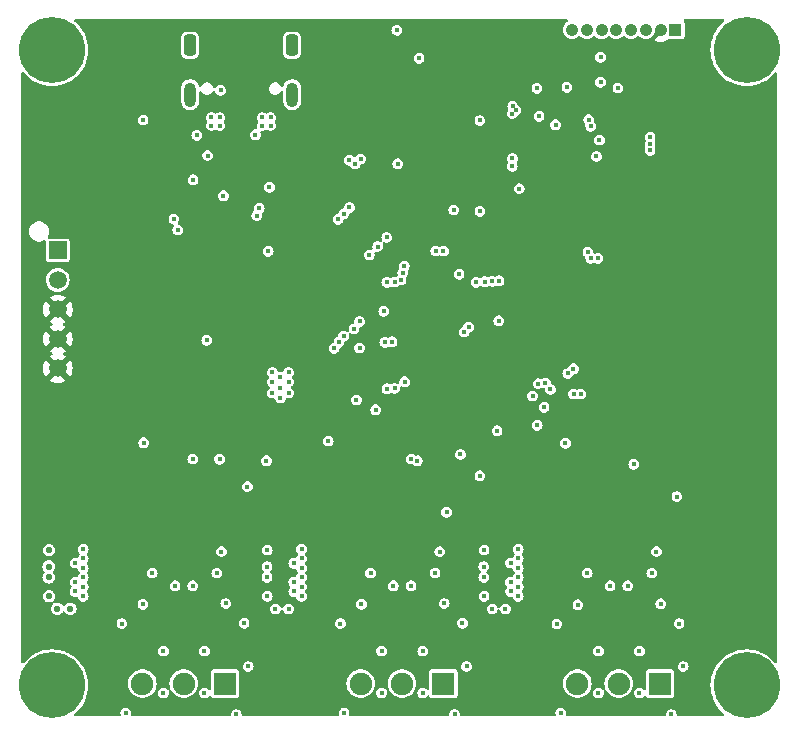
<source format=gbr>
%TF.GenerationSoftware,KiCad,Pcbnew,8.0.3*%
%TF.CreationDate,2024-09-21T17:26:54+02:00*%
%TF.ProjectId,SynchGaze_Motor_Control,53796e63-6847-4617-9a65-5f4d6f746f72,1.0*%
%TF.SameCoordinates,Original*%
%TF.FileFunction,Copper,L3,Inr*%
%TF.FilePolarity,Positive*%
%FSLAX46Y46*%
G04 Gerber Fmt 4.6, Leading zero omitted, Abs format (unit mm)*
G04 Created by KiCad (PCBNEW 8.0.3) date 2024-09-21 17:26:54*
%MOMM*%
%LPD*%
G01*
G04 APERTURE LIST*
G04 Aperture macros list*
%AMRoundRect*
0 Rectangle with rounded corners*
0 $1 Rounding radius*
0 $2 $3 $4 $5 $6 $7 $8 $9 X,Y pos of 4 corners*
0 Add a 4 corners polygon primitive as box body*
4,1,4,$2,$3,$4,$5,$6,$7,$8,$9,$2,$3,0*
0 Add four circle primitives for the rounded corners*
1,1,$1+$1,$2,$3*
1,1,$1+$1,$4,$5*
1,1,$1+$1,$6,$7*
1,1,$1+$1,$8,$9*
0 Add four rect primitives between the rounded corners*
20,1,$1+$1,$2,$3,$4,$5,0*
20,1,$1+$1,$4,$5,$6,$7,0*
20,1,$1+$1,$6,$7,$8,$9,0*
20,1,$1+$1,$8,$9,$2,$3,0*%
G04 Aperture macros list end*
%TA.AperFunction,ComponentPad*%
%ADD10C,5.600000*%
%TD*%
%TA.AperFunction,ComponentPad*%
%ADD11R,1.905000X1.905000*%
%TD*%
%TA.AperFunction,ComponentPad*%
%ADD12C,1.905000*%
%TD*%
%TA.AperFunction,ComponentPad*%
%ADD13R,1.058000X1.058000*%
%TD*%
%TA.AperFunction,ComponentPad*%
%ADD14C,1.058000*%
%TD*%
%TA.AperFunction,ComponentPad*%
%ADD15R,1.498600X1.498600*%
%TD*%
%TA.AperFunction,ComponentPad*%
%ADD16C,1.498600*%
%TD*%
%TA.AperFunction,ComponentPad*%
%ADD17O,1.000000X2.100000*%
%TD*%
%TA.AperFunction,ComponentPad*%
%ADD18RoundRect,0.250000X0.250000X0.650000X-0.250000X0.650000X-0.250000X-0.650000X0.250000X-0.650000X0*%
%TD*%
%TA.AperFunction,ViaPad*%
%ADD19C,0.400000*%
%TD*%
%TA.AperFunction,ViaPad*%
%ADD20C,0.550000*%
%TD*%
G04 APERTURE END LIST*
D10*
%TO.N,N/C*%
%TO.C,REF\u002A\u002A*%
X32100000Y-89100000D03*
%TD*%
D11*
%TO.N,/MCU/BLDC Driver P/DRV_OUTC*%
%TO.C,M501*%
X83577200Y-142743200D03*
D12*
%TO.N,/MCU/BLDC Driver P/DRV_OUTB*%
X80077200Y-142743200D03*
%TO.N,/MCU/BLDC Driver P/DRV_OUTA*%
X76577200Y-142743200D03*
%TD*%
D11*
%TO.N,/MCU/BLDC Driver R/DRV_OUTC*%
%TO.C,M601*%
X65227201Y-142743200D03*
D12*
%TO.N,/MCU/BLDC Driver R/DRV_OUTB*%
X61727200Y-142743200D03*
%TO.N,/MCU/BLDC Driver R/DRV_OUTA*%
X58227200Y-142743200D03*
%TD*%
D13*
%TO.N,+3V3*%
%TO.C,J202*%
X84867600Y-87383200D03*
D14*
%TO.N,GND*%
X83617600Y-87383200D03*
%TO.N,ESP_FSPI_CLK*%
X82367600Y-87383200D03*
%TO.N,ESP_FSPI_Q*%
X81117600Y-87383200D03*
%TO.N,ESP_FSPI_D*%
X79867600Y-87383200D03*
%TO.N,ESP_IMU_NCS*%
X78617600Y-87383200D03*
%TO.N,ESP_INTER_ACC*%
X77367600Y-87383200D03*
%TO.N,ESP_INTER_GYR{slash}BOOT*%
X76117600Y-87383200D03*
%TD*%
D11*
%TO.N,/MCU/BLDC Driver Y/DRV_OUTC*%
%TO.C,M301*%
X46747401Y-142743200D03*
D12*
%TO.N,/MCU/BLDC Driver Y/DRV_OUTB*%
X43247400Y-142743200D03*
%TO.N,/MCU/BLDC Driver Y/DRV_OUTA*%
X39747400Y-142743200D03*
%TD*%
D10*
%TO.N,N/C*%
%TO.C,REF\u002A\u002A*%
X90900000Y-142900000D03*
%TD*%
D15*
%TO.N,VSYS*%
%TO.C,J402*%
X32588200Y-106070400D03*
D16*
X32588200Y-108570400D03*
%TO.N,GND*%
X32588200Y-111070400D03*
X32588200Y-113570400D03*
X32588200Y-116070400D03*
%TD*%
D10*
%TO.N,N/C*%
%TO.C,REF\u002A\u002A*%
X32100000Y-142900000D03*
%TD*%
D17*
%TO.N,SHELL_GND_0*%
%TO.C,J201*%
X52427600Y-92876800D03*
%TO.N,SHELL_GND*%
X43787600Y-92876800D03*
D18*
%TO.N,SHELL_GND_1*%
X52427600Y-88696800D03*
%TO.N,SHELL_GND_2*%
X43787600Y-88696800D03*
%TD*%
D10*
%TO.N,N/C*%
%TO.C,REF\u002A\u002A*%
X90900000Y-89100000D03*
%TD*%
D19*
%TO.N,GND*%
X44272200Y-94869000D03*
X78832600Y-130576600D03*
X44517400Y-128087400D03*
X46736000Y-111582200D03*
X79171800Y-106680000D03*
X44517400Y-131084600D03*
X68884800Y-116332000D03*
X79594600Y-131084599D03*
X61264800Y-116509800D03*
X81940400Y-121234200D03*
X79594600Y-127071401D03*
X76200000Y-100126800D03*
X67513200Y-106730800D03*
X43755400Y-129560600D03*
X78832600Y-129560600D03*
X56743600Y-111607600D03*
X88290400Y-103200200D03*
X47167800Y-105486200D03*
X81347200Y-129078000D03*
X61244600Y-131084599D03*
X46736000Y-110566200D03*
X74447400Y-100126800D03*
X80848200Y-121183400D03*
X88290400Y-98069400D03*
X56997600Y-110312200D03*
X42468800Y-116484400D03*
X81347200Y-128087400D03*
X76200000Y-99390199D03*
X81347200Y-130068600D03*
X42037000Y-116865400D03*
X64846200Y-94081600D03*
X45110400Y-121234200D03*
X61244600Y-130068600D03*
X78832600Y-126563400D03*
X42951400Y-96951800D03*
X42764800Y-130068600D03*
X68122800Y-116433600D03*
X60482600Y-127579400D03*
X61244600Y-129078000D03*
X79594600Y-130068600D03*
X91135200Y-101625400D03*
X75463400Y-97637600D03*
X44517400Y-127071400D03*
X49606200Y-130632200D03*
X42002800Y-128570000D03*
X46507400Y-113588800D03*
X42002800Y-126563400D03*
X43755400Y-130576600D03*
X73710800Y-97637600D03*
X45593000Y-106426000D03*
X47701200Y-113055400D03*
X42002800Y-127579400D03*
X79933800Y-97028000D03*
X81347200Y-127071400D03*
X74726800Y-104216200D03*
X62997200Y-130068600D03*
X46558200Y-97967800D03*
X42002800Y-129560600D03*
X52501800Y-95504000D03*
X73710800Y-99390199D03*
X42513924Y-98405276D03*
X79594600Y-129078000D03*
X45974000Y-108483400D03*
X81347200Y-131084600D03*
X80585200Y-129560600D03*
X73710800Y-98374200D03*
X62997200Y-129078000D03*
X62489200Y-121087000D03*
X55168800Y-116941600D03*
X34899600Y-93599000D03*
X71272400Y-92989400D03*
X45466000Y-108762800D03*
X78943200Y-92329000D03*
X78832600Y-128570000D03*
X91135200Y-99644200D03*
X62997200Y-131084600D03*
X75463400Y-98374200D03*
X75920600Y-106095800D03*
X44678600Y-95504000D03*
X36059200Y-124637800D03*
X42002800Y-130576600D03*
X41427400Y-89560400D03*
X62997200Y-127071400D03*
X42764800Y-131084599D03*
X62235200Y-129560600D03*
X42764800Y-128087400D03*
X44517400Y-129078000D03*
X74193400Y-92354400D03*
X60482600Y-128570000D03*
X43865800Y-95504000D03*
X75387200Y-105587800D03*
X40690800Y-116484400D03*
X44500800Y-115265200D03*
X66624200Y-115951000D03*
X60960000Y-89560400D03*
X69519800Y-102743000D03*
X44450000Y-103200200D03*
X43755400Y-128570000D03*
X41122600Y-116865400D03*
X69113400Y-120040400D03*
X72898000Y-124790200D03*
X62235200Y-127579400D03*
X80645000Y-101600000D03*
X49504600Y-129159000D03*
X60482600Y-130576600D03*
X54533800Y-123977400D03*
X46228000Y-111074200D03*
X89128600Y-103200200D03*
X55168800Y-100736400D03*
X49479200Y-128143000D03*
X69646800Y-90805000D03*
X69621400Y-114630200D03*
X75463400Y-99390199D03*
X62235200Y-126563400D03*
X44500800Y-117627400D03*
X51689000Y-95504000D03*
X79857600Y-104876600D03*
X47218600Y-113588800D03*
X41579800Y-116484400D03*
X60482600Y-126563400D03*
X62865000Y-105130600D03*
X44500800Y-118592600D03*
X76200000Y-98374200D03*
X44517400Y-130068600D03*
X45720000Y-110566200D03*
X80585200Y-128570000D03*
X80568800Y-97053400D03*
X46075600Y-99187000D03*
X60482600Y-129560600D03*
X62235200Y-130576600D03*
X79594600Y-128087400D03*
X82626200Y-101600000D03*
X61244600Y-127071401D03*
X65100200Y-107111800D03*
X89941400Y-103200200D03*
X74447400Y-97637600D03*
X73710800Y-100126800D03*
X80585200Y-130576600D03*
X73990200Y-108254800D03*
X42764800Y-129078000D03*
X44018200Y-121234200D03*
X89941400Y-98069400D03*
X81102200Y-95808800D03*
X76200000Y-97637600D03*
X68376800Y-93722200D03*
X80585200Y-127579400D03*
X45720000Y-111582200D03*
X44043600Y-118135400D03*
X42764800Y-127071401D03*
X80585200Y-126563400D03*
X44500800Y-116179600D03*
X61244600Y-128087400D03*
X63576200Y-121158000D03*
X79832200Y-103835200D03*
X74447400Y-99390200D03*
X44043600Y-115722400D03*
X61163200Y-104317800D03*
X62235200Y-128570000D03*
X76784200Y-92329000D03*
X43755400Y-127579400D03*
X75463400Y-100126800D03*
X52095400Y-94869000D03*
X78832600Y-127579400D03*
X89128600Y-98069400D03*
X62997200Y-128087400D03*
X74447400Y-98374200D03*
X43755400Y-126563400D03*
%TO.N,+3V3*%
X51435000Y-117754400D03*
X63169800Y-89814400D03*
X65227200Y-106121200D03*
X50749200Y-118135400D03*
X52120800Y-117195600D03*
X50749200Y-116408200D03*
X71374000Y-94208600D03*
X82727800Y-97612200D03*
X39852600Y-122351800D03*
X51435000Y-116789200D03*
X71094600Y-93853000D03*
X78308200Y-106730800D03*
X50241200Y-123875800D03*
X82727800Y-97078800D03*
X73152000Y-92354400D03*
X59667278Y-105742878D03*
X64592200Y-106121200D03*
X71043800Y-94488000D03*
X50393600Y-106146600D03*
X39801800Y-95021400D03*
X52120800Y-118135400D03*
X68326000Y-125145800D03*
X52120800Y-116408200D03*
X80010000Y-92329000D03*
X75565000Y-122402600D03*
X82727800Y-96494600D03*
X61950600Y-117195600D03*
X45186600Y-113690400D03*
X60426600Y-104978200D03*
X50749200Y-117195600D03*
X58956078Y-106454078D03*
X77698600Y-106730800D03*
X55486300Y-122212100D03*
X77470000Y-106197400D03*
X51435000Y-118541800D03*
%TO.N,/MCU/ESP_CHIP_EN*%
X78536800Y-89720400D03*
X78536800Y-91846400D03*
%TO.N,ESP_INTER_GYR{slash}BOOT*%
X73329800Y-94723762D03*
X61290200Y-87426800D03*
%TO.N,DRVR_DRVOFF{slash}NRST*%
X69926200Y-112031800D03*
X61366400Y-98729800D03*
X65499576Y-128237576D03*
X72779948Y-118389400D03*
X64922400Y-131572000D03*
X73754576Y-119347576D03*
%TO.N,VM*%
X53218200Y-135351800D03*
X71568200Y-131364000D03*
X71568200Y-132964200D03*
X34738400Y-131364000D03*
X34061400Y-132537200D03*
X34738400Y-134539000D03*
X53218200Y-133751600D03*
X70916800Y-134950200D03*
X53218200Y-132964200D03*
X34738400Y-132151400D03*
X70916800Y-134162800D03*
X71568200Y-132151400D03*
X34738400Y-132964200D03*
X53218200Y-134539000D03*
X71568200Y-133751600D03*
X34061400Y-134162800D03*
X70916800Y-132537200D03*
X52552600Y-134137400D03*
X34036000Y-134950200D03*
X52552600Y-132562600D03*
X34738400Y-135351800D03*
X34738400Y-133751600D03*
X53218200Y-131364000D03*
X52552600Y-134950200D03*
X71568200Y-134539000D03*
X71568200Y-135351800D03*
X53218200Y-132151400D03*
%TO.N,VSYS*%
X42748200Y-104343200D03*
%TO.N,DRVP_ALARM*%
X69773800Y-121335800D03*
X73177400Y-120878600D03*
%TO.N,DRVY_ALARM*%
X58133000Y-114325400D03*
X55983000Y-114350800D03*
%TO.N,/MCU/CC1*%
X46358700Y-92506800D03*
X44348400Y-96316800D03*
%TO.N,VBUS*%
X50596800Y-94818200D03*
X49428400Y-103124000D03*
X46304200Y-94818200D03*
X44032800Y-100087173D03*
X45593000Y-95504000D03*
X49885600Y-94818200D03*
X50596800Y-95504000D03*
X49885600Y-95504000D03*
X46304200Y-95504000D03*
X45593000Y-94818200D03*
X50495200Y-100736400D03*
%TO.N,/MCU/CC2*%
X49310800Y-96282000D03*
X45262800Y-98044000D03*
%TO.N,ESP_IMU_NCS*%
X77698600Y-95554800D03*
%TO.N,ESP_FSPI_D*%
X68725376Y-108730376D03*
X74726800Y-95427800D03*
%TO.N,ESP_FSPI_CLK*%
X75692000Y-92252800D03*
X68010952Y-108773048D03*
%TO.N,ESP_FSPI_Q*%
X78181200Y-98120200D03*
X69338266Y-108683172D03*
%TO.N,ESP_INTER_ACC*%
X77534800Y-95007527D03*
%TO.N,STM_SWO*%
X58227000Y-98323822D03*
X56327038Y-103428800D03*
%TO.N,STM_SWDIO*%
X57277000Y-98450400D03*
X57277000Y-102438200D03*
%TO.N,STM_SWCLK*%
X57752000Y-98729800D03*
X56802038Y-102971600D03*
%TO.N,DRVP_BRAKE*%
X76250800Y-118242000D03*
X76245267Y-116092000D03*
%TO.N,DRVR_BRAKE*%
X60274200Y-113850400D03*
X62490089Y-123744000D03*
X60449600Y-117779800D03*
%TO.N,DRVY_BRAKE*%
X46278800Y-123748800D03*
X60437393Y-108777407D03*
X56783000Y-113333630D03*
X44010289Y-123744000D03*
%TO.N,DRVP_DIR*%
X81340215Y-124175800D03*
X66555243Y-108095157D03*
X76850876Y-118242000D03*
%TO.N,DRVR_DIR*%
X63021356Y-123886328D03*
X60877101Y-113810701D03*
X61098450Y-117756898D03*
%TO.N,DRVY_DIR*%
X61090769Y-108759031D03*
X56383000Y-113842800D03*
%TO.N,/MCU/ESP_SPI_NWP*%
X71070809Y-98290181D03*
X68326000Y-102768400D03*
%TO.N,/MCU/ESP_SPI_DO*%
X71653400Y-100838000D03*
X68326000Y-95072200D03*
%TO.N,/MCU/ESP_SPI_NCS0*%
X71061600Y-98952724D03*
X66116200Y-102641400D03*
%TO.N,STM_I2C_SDA*%
X57658000Y-112725200D03*
X73870224Y-117290176D03*
X61914966Y-107391200D03*
%TO.N,DRVY_SPEED*%
X59499600Y-119557800D03*
X67368350Y-112564951D03*
%TO.N,STM_I2C_SCL*%
X61792060Y-107975400D03*
X58133000Y-112090200D03*
X73254948Y-117346652D03*
X74292649Y-117842000D03*
%TO.N,DRVY_DRVOFF*%
X57864415Y-118734623D03*
X48633400Y-126068883D03*
X60172600Y-111226600D03*
X46431200Y-131572000D03*
%TO.N,DRVR_SPEED*%
X66665719Y-123344519D03*
X66987057Y-112961333D03*
%TO.N,DRVP_DRVOFF*%
X83261200Y-131572000D03*
X75761751Y-116491999D03*
X85006502Y-126912843D03*
X61645800Y-108559600D03*
%TO.N,GNDPWR*%
X38345200Y-145232400D03*
X46803400Y-135961400D03*
D20*
X33646200Y-136418600D03*
X31842800Y-135351800D03*
D19*
X80839200Y-134462800D03*
X56506200Y-137663200D03*
X46041400Y-133396000D03*
X44009400Y-134462800D03*
D20*
X31817400Y-133751600D03*
D19*
X63479800Y-143530600D03*
X85182800Y-137663200D03*
X45000000Y-140000000D03*
X58284200Y-136037600D03*
X45000000Y-143530600D03*
X81829800Y-140000000D03*
X75175000Y-145232400D03*
X66172200Y-145359400D03*
X65294600Y-135961400D03*
X68672600Y-135351800D03*
X62489200Y-134462800D03*
X60000000Y-140000000D03*
X79340600Y-134462800D03*
X63479800Y-140000000D03*
X50297200Y-132837200D03*
X85538200Y-141295400D03*
X81829800Y-143530600D03*
X51008400Y-136418600D03*
X82871200Y-133396000D03*
X50322600Y-131440200D03*
X60990600Y-134462800D03*
X70476000Y-136418600D03*
X83633400Y-135986800D03*
X67188200Y-141295400D03*
X60000000Y-143530600D03*
X38015000Y-137663200D03*
X78350000Y-143530600D03*
X50297200Y-133751600D03*
X77410200Y-133396000D03*
X66844000Y-137637800D03*
D20*
X31817400Y-132837200D03*
D19*
X41520200Y-140000000D03*
X74845000Y-137688600D03*
X50322600Y-135351800D03*
X40580400Y-133396000D03*
X68647200Y-133751600D03*
X41520200Y-143530600D03*
X47692400Y-145359400D03*
X69358400Y-136418600D03*
X48352800Y-137637800D03*
D20*
X31842800Y-131440200D03*
D19*
X78350000Y-140000000D03*
X76623000Y-136063000D03*
X68647200Y-132837200D03*
X48708400Y-141295400D03*
X84522200Y-145359400D03*
X56825000Y-145232400D03*
X42510800Y-134462800D03*
X39793000Y-136037600D03*
X59060200Y-133396000D03*
D20*
X32528600Y-136418600D03*
D19*
X68672600Y-131440200D03*
X64521200Y-133396000D03*
X52126000Y-136418600D03*
%TO.N,ESP_FSPI_NSS*%
X69942997Y-108644127D03*
X78439644Y-96732804D03*
%TO.N,/Power/RQVBUS*%
X42418000Y-103403400D03*
X49631600Y-102514400D03*
X46609000Y-101447600D03*
%TD*%
%TA.AperFunction,Conductor*%
%TO.N,GND*%
G36*
X75693897Y-86520185D02*
G01*
X75739652Y-86572989D01*
X75749596Y-86642147D01*
X75720571Y-86705703D01*
X75692831Y-86729493D01*
X75628516Y-86769904D01*
X75504306Y-86894114D01*
X75410852Y-87042845D01*
X75410850Y-87042848D01*
X75352835Y-87208644D01*
X75352833Y-87208655D01*
X75333168Y-87383196D01*
X75333168Y-87383203D01*
X75352833Y-87557744D01*
X75352835Y-87557755D01*
X75410850Y-87723551D01*
X75410851Y-87723552D01*
X75504306Y-87872285D01*
X75628515Y-87996494D01*
X75777248Y-88089949D01*
X75943047Y-88147965D01*
X75943053Y-88147965D01*
X75943055Y-88147966D01*
X76117596Y-88167632D01*
X76117600Y-88167632D01*
X76117604Y-88167632D01*
X76292144Y-88147966D01*
X76292143Y-88147966D01*
X76292153Y-88147965D01*
X76457952Y-88089949D01*
X76606685Y-87996494D01*
X76654919Y-87948260D01*
X76716242Y-87914775D01*
X76785934Y-87919759D01*
X76830281Y-87948260D01*
X76878515Y-87996494D01*
X77027248Y-88089949D01*
X77193047Y-88147965D01*
X77193053Y-88147965D01*
X77193055Y-88147966D01*
X77367596Y-88167632D01*
X77367600Y-88167632D01*
X77367604Y-88167632D01*
X77542144Y-88147966D01*
X77542143Y-88147966D01*
X77542153Y-88147965D01*
X77707952Y-88089949D01*
X77856685Y-87996494D01*
X77904919Y-87948260D01*
X77966242Y-87914775D01*
X78035934Y-87919759D01*
X78080281Y-87948260D01*
X78128515Y-87996494D01*
X78277248Y-88089949D01*
X78443047Y-88147965D01*
X78443053Y-88147965D01*
X78443055Y-88147966D01*
X78617596Y-88167632D01*
X78617600Y-88167632D01*
X78617604Y-88167632D01*
X78792144Y-88147966D01*
X78792143Y-88147966D01*
X78792153Y-88147965D01*
X78957952Y-88089949D01*
X79106685Y-87996494D01*
X79154919Y-87948260D01*
X79216242Y-87914775D01*
X79285934Y-87919759D01*
X79330281Y-87948260D01*
X79378515Y-87996494D01*
X79527248Y-88089949D01*
X79693047Y-88147965D01*
X79693053Y-88147965D01*
X79693055Y-88147966D01*
X79867596Y-88167632D01*
X79867600Y-88167632D01*
X79867604Y-88167632D01*
X80042144Y-88147966D01*
X80042143Y-88147966D01*
X80042153Y-88147965D01*
X80207952Y-88089949D01*
X80356685Y-87996494D01*
X80404919Y-87948260D01*
X80466242Y-87914775D01*
X80535934Y-87919759D01*
X80580281Y-87948260D01*
X80628515Y-87996494D01*
X80777248Y-88089949D01*
X80943047Y-88147965D01*
X80943053Y-88147965D01*
X80943055Y-88147966D01*
X81117596Y-88167632D01*
X81117600Y-88167632D01*
X81117604Y-88167632D01*
X81292144Y-88147966D01*
X81292143Y-88147966D01*
X81292153Y-88147965D01*
X81457952Y-88089949D01*
X81606685Y-87996494D01*
X81654919Y-87948260D01*
X81716242Y-87914775D01*
X81785934Y-87919759D01*
X81830281Y-87948260D01*
X81878515Y-87996494D01*
X82027248Y-88089949D01*
X82193047Y-88147965D01*
X82193053Y-88147965D01*
X82193055Y-88147966D01*
X82367596Y-88167632D01*
X82367600Y-88167632D01*
X82367604Y-88167632D01*
X82542144Y-88147966D01*
X82542143Y-88147966D01*
X82542153Y-88147965D01*
X82707952Y-88089949D01*
X82856685Y-87996494D01*
X82980894Y-87872285D01*
X83074349Y-87723552D01*
X83132365Y-87557753D01*
X83132950Y-87552555D01*
X83160014Y-87488142D01*
X83168490Y-87478755D01*
X83359467Y-87287777D01*
X83342600Y-87328499D01*
X83342600Y-87437901D01*
X83384466Y-87538975D01*
X83461825Y-87616334D01*
X83562899Y-87658200D01*
X83672301Y-87658200D01*
X83713015Y-87641335D01*
X83087647Y-88266704D01*
X83221910Y-88338470D01*
X83415884Y-88397311D01*
X83415880Y-88397311D01*
X83617600Y-88417178D01*
X83819317Y-88397311D01*
X84013291Y-88338470D01*
X84192042Y-88242925D01*
X84192049Y-88242921D01*
X84255502Y-88190847D01*
X84319812Y-88163534D01*
X84334167Y-88162700D01*
X85421276Y-88162700D01*
X85421277Y-88162699D01*
X85494340Y-88148166D01*
X85577201Y-88092801D01*
X85632566Y-88009940D01*
X85647100Y-87936874D01*
X85647100Y-86829526D01*
X85647100Y-86829523D01*
X85647099Y-86829521D01*
X85632567Y-86756464D01*
X85632566Y-86756462D01*
X85632566Y-86756460D01*
X85632564Y-86756458D01*
X85632564Y-86756456D01*
X85590425Y-86693390D01*
X85569547Y-86626713D01*
X85588032Y-86559333D01*
X85640011Y-86512643D01*
X85693527Y-86500500D01*
X88906047Y-86500500D01*
X88973086Y-86520185D01*
X89018841Y-86572989D01*
X89028785Y-86642147D01*
X88999760Y-86705703D01*
X88988674Y-86716959D01*
X88739573Y-86939570D01*
X88739570Y-86939573D01*
X88511269Y-87195040D01*
X88312998Y-87474478D01*
X88147263Y-87774353D01*
X88078933Y-87939317D01*
X88016540Y-88089949D01*
X88016146Y-88090899D01*
X87921297Y-88420124D01*
X87921295Y-88420133D01*
X87863905Y-88757906D01*
X87863903Y-88757918D01*
X87844693Y-89100000D01*
X87863903Y-89442081D01*
X87863905Y-89442093D01*
X87921295Y-89779866D01*
X87921297Y-89779875D01*
X87940722Y-89847299D01*
X88016147Y-90109104D01*
X88080680Y-90264900D01*
X88147263Y-90425646D01*
X88312998Y-90725521D01*
X88511269Y-91004959D01*
X88739570Y-91260426D01*
X88739573Y-91260429D01*
X88995040Y-91488730D01*
X88995046Y-91488734D01*
X88995047Y-91488735D01*
X89274479Y-91687002D01*
X89574352Y-91852736D01*
X89890896Y-91983853D01*
X90220130Y-92078704D01*
X90557914Y-92136096D01*
X90900000Y-92155307D01*
X91242086Y-92136096D01*
X91579870Y-92078704D01*
X91909104Y-91983853D01*
X92225648Y-91852736D01*
X92525521Y-91687002D01*
X92804953Y-91488735D01*
X92867999Y-91432394D01*
X92908835Y-91395900D01*
X93060428Y-91260428D01*
X93223291Y-91078185D01*
X93283041Y-91011325D01*
X93342390Y-90974454D01*
X93412251Y-90975523D01*
X93470444Y-91014193D01*
X93498494Y-91078185D01*
X93499500Y-91093952D01*
X93499500Y-140906047D01*
X93479815Y-140973086D01*
X93427011Y-141018841D01*
X93357853Y-141028785D01*
X93294297Y-140999760D01*
X93283041Y-140988674D01*
X93060429Y-140739573D01*
X93060426Y-140739570D01*
X92804959Y-140511269D01*
X92525521Y-140312998D01*
X92225646Y-140147263D01*
X92160087Y-140120108D01*
X91909104Y-140016147D01*
X91824479Y-139991766D01*
X91579875Y-139921297D01*
X91579866Y-139921295D01*
X91242093Y-139863905D01*
X91242081Y-139863903D01*
X90900000Y-139844693D01*
X90557918Y-139863903D01*
X90557906Y-139863905D01*
X90220133Y-139921295D01*
X90220124Y-139921297D01*
X89890899Y-140016146D01*
X89890896Y-140016147D01*
X89798184Y-140054549D01*
X89574353Y-140147263D01*
X89274478Y-140312998D01*
X88995040Y-140511269D01*
X88739573Y-140739570D01*
X88739570Y-140739573D01*
X88511269Y-140995040D01*
X88312998Y-141274478D01*
X88147263Y-141574353D01*
X88016146Y-141890899D01*
X87921297Y-142220124D01*
X87921295Y-142220133D01*
X87863905Y-142557906D01*
X87863903Y-142557918D01*
X87844693Y-142900000D01*
X87863903Y-143242081D01*
X87863905Y-143242093D01*
X87921295Y-143579866D01*
X87921297Y-143579875D01*
X87961775Y-143720376D01*
X88016147Y-143909104D01*
X88045969Y-143981100D01*
X88147263Y-144225646D01*
X88312998Y-144525521D01*
X88511269Y-144804959D01*
X88739570Y-145060426D01*
X88739573Y-145060429D01*
X88988674Y-145283041D01*
X89025545Y-145342390D01*
X89024476Y-145412251D01*
X88985806Y-145470445D01*
X88921814Y-145498494D01*
X88906047Y-145499500D01*
X85100293Y-145499500D01*
X85033254Y-145479815D01*
X84987499Y-145427011D01*
X84979053Y-145368269D01*
X84977333Y-145368269D01*
X84977333Y-145359400D01*
X84958897Y-145231174D01*
X84905082Y-145113338D01*
X84905082Y-145113337D01*
X84820249Y-145015433D01*
X84711269Y-144945396D01*
X84711265Y-144945394D01*
X84711264Y-144945394D01*
X84586974Y-144908900D01*
X84586972Y-144908900D01*
X84457428Y-144908900D01*
X84457426Y-144908900D01*
X84333135Y-144945394D01*
X84333132Y-144945395D01*
X84333131Y-144945396D01*
X84281877Y-144978334D01*
X84224150Y-145015433D01*
X84139318Y-145113337D01*
X84139317Y-145113338D01*
X84085502Y-145231174D01*
X84067067Y-145359400D01*
X84067067Y-145368269D01*
X84065346Y-145368269D01*
X84056904Y-145427006D01*
X84011151Y-145479812D01*
X83944113Y-145499500D01*
X75734834Y-145499500D01*
X75667795Y-145479815D01*
X75622040Y-145427011D01*
X75612096Y-145357853D01*
X75617414Y-145320864D01*
X75630133Y-145232400D01*
X75611697Y-145104174D01*
X75557882Y-144986337D01*
X75473049Y-144888433D01*
X75364069Y-144818396D01*
X75364065Y-144818394D01*
X75364064Y-144818394D01*
X75239774Y-144781900D01*
X75239772Y-144781900D01*
X75110228Y-144781900D01*
X75110226Y-144781900D01*
X74985935Y-144818394D01*
X74985932Y-144818395D01*
X74985931Y-144818396D01*
X74934677Y-144851334D01*
X74876950Y-144888433D01*
X74792118Y-144986337D01*
X74792117Y-144986338D01*
X74738302Y-145104174D01*
X74719867Y-145232400D01*
X74737904Y-145357853D01*
X74727960Y-145427012D01*
X74682205Y-145479816D01*
X74615166Y-145499500D01*
X66750293Y-145499500D01*
X66683254Y-145479815D01*
X66637499Y-145427011D01*
X66629053Y-145368269D01*
X66627333Y-145368269D01*
X66627333Y-145359400D01*
X66608897Y-145231174D01*
X66555082Y-145113338D01*
X66555082Y-145113337D01*
X66470249Y-145015433D01*
X66361269Y-144945396D01*
X66361265Y-144945394D01*
X66361264Y-144945394D01*
X66236974Y-144908900D01*
X66236972Y-144908900D01*
X66107428Y-144908900D01*
X66107426Y-144908900D01*
X65983135Y-144945394D01*
X65983132Y-144945395D01*
X65983131Y-144945396D01*
X65931877Y-144978334D01*
X65874150Y-145015433D01*
X65789318Y-145113337D01*
X65789317Y-145113338D01*
X65735502Y-145231174D01*
X65717067Y-145359400D01*
X65717067Y-145368269D01*
X65715346Y-145368269D01*
X65706904Y-145427006D01*
X65661151Y-145479812D01*
X65594113Y-145499500D01*
X57384834Y-145499500D01*
X57317795Y-145479815D01*
X57272040Y-145427011D01*
X57262096Y-145357853D01*
X57267414Y-145320864D01*
X57280133Y-145232400D01*
X57261697Y-145104174D01*
X57207882Y-144986337D01*
X57123049Y-144888433D01*
X57014069Y-144818396D01*
X57014065Y-144818394D01*
X57014064Y-144818394D01*
X56889774Y-144781900D01*
X56889772Y-144781900D01*
X56760228Y-144781900D01*
X56760226Y-144781900D01*
X56635935Y-144818394D01*
X56635932Y-144818395D01*
X56635931Y-144818396D01*
X56584677Y-144851334D01*
X56526950Y-144888433D01*
X56442118Y-144986337D01*
X56442117Y-144986338D01*
X56388302Y-145104174D01*
X56369867Y-145232400D01*
X56387904Y-145357853D01*
X56377960Y-145427012D01*
X56332205Y-145479816D01*
X56265166Y-145499500D01*
X48270493Y-145499500D01*
X48203454Y-145479815D01*
X48157699Y-145427011D01*
X48149253Y-145368269D01*
X48147533Y-145368269D01*
X48147533Y-145359400D01*
X48129097Y-145231174D01*
X48075282Y-145113338D01*
X48075282Y-145113337D01*
X47990449Y-145015433D01*
X47881469Y-144945396D01*
X47881465Y-144945394D01*
X47881464Y-144945394D01*
X47757174Y-144908900D01*
X47757172Y-144908900D01*
X47627628Y-144908900D01*
X47627626Y-144908900D01*
X47503335Y-144945394D01*
X47503332Y-144945395D01*
X47503331Y-144945396D01*
X47452077Y-144978334D01*
X47394350Y-145015433D01*
X47309518Y-145113337D01*
X47309517Y-145113338D01*
X47255702Y-145231174D01*
X47237267Y-145359400D01*
X47237267Y-145368269D01*
X47235546Y-145368269D01*
X47227104Y-145427006D01*
X47181351Y-145479812D01*
X47114313Y-145499500D01*
X38905034Y-145499500D01*
X38837995Y-145479815D01*
X38792240Y-145427011D01*
X38782296Y-145357853D01*
X38787614Y-145320864D01*
X38800333Y-145232400D01*
X38781897Y-145104174D01*
X38728082Y-144986337D01*
X38643249Y-144888433D01*
X38534269Y-144818396D01*
X38534265Y-144818394D01*
X38534264Y-144818394D01*
X38409974Y-144781900D01*
X38409972Y-144781900D01*
X38280428Y-144781900D01*
X38280426Y-144781900D01*
X38156135Y-144818394D01*
X38156132Y-144818395D01*
X38156131Y-144818396D01*
X38104877Y-144851334D01*
X38047150Y-144888433D01*
X37962318Y-144986337D01*
X37962317Y-144986338D01*
X37908502Y-145104174D01*
X37890067Y-145232400D01*
X37908104Y-145357853D01*
X37898160Y-145427012D01*
X37852405Y-145479816D01*
X37785366Y-145499500D01*
X34093953Y-145499500D01*
X34026914Y-145479815D01*
X33981159Y-145427011D01*
X33971215Y-145357853D01*
X34000240Y-145294297D01*
X34011326Y-145283041D01*
X34211476Y-145104174D01*
X34260428Y-145060428D01*
X34476722Y-144818396D01*
X34488730Y-144804959D01*
X34488731Y-144804957D01*
X34488735Y-144804953D01*
X34687002Y-144525521D01*
X34852736Y-144225648D01*
X34983853Y-143909104D01*
X35078704Y-143579870D01*
X35136096Y-143242086D01*
X35155307Y-142900000D01*
X35146501Y-142743199D01*
X38539246Y-142743199D01*
X38539246Y-142743200D01*
X38559816Y-142965197D01*
X38559817Y-142965199D01*
X38620828Y-143179631D01*
X38620834Y-143179646D01*
X38720207Y-143379211D01*
X38834530Y-143530600D01*
X38854565Y-143557130D01*
X38854568Y-143557133D01*
X38879515Y-143579875D01*
X39019325Y-143707328D01*
X39208879Y-143824695D01*
X39416773Y-143905233D01*
X39635926Y-143946200D01*
X39635928Y-143946200D01*
X39858872Y-143946200D01*
X39858874Y-143946200D01*
X40078027Y-143905233D01*
X40285921Y-143824695D01*
X40475475Y-143707328D01*
X40640237Y-143557128D01*
X40660270Y-143530600D01*
X41065067Y-143530600D01*
X41083502Y-143658825D01*
X41105652Y-143707326D01*
X41137318Y-143776663D01*
X41222151Y-143874567D01*
X41331131Y-143944604D01*
X41336567Y-143946200D01*
X41455425Y-143981099D01*
X41455427Y-143981100D01*
X41455428Y-143981100D01*
X41584973Y-143981100D01*
X41584973Y-143981099D01*
X41709269Y-143944604D01*
X41818249Y-143874567D01*
X41903082Y-143776663D01*
X41956897Y-143658826D01*
X41975333Y-143530600D01*
X41956897Y-143402374D01*
X41955635Y-143393596D01*
X41956971Y-143393403D01*
X41956967Y-143332763D01*
X41964211Y-143321488D01*
X41947102Y-143318882D01*
X41905845Y-143287726D01*
X41866304Y-143242093D01*
X41818249Y-143186633D01*
X41709269Y-143116596D01*
X41709265Y-143116594D01*
X41709264Y-143116594D01*
X41584974Y-143080100D01*
X41584972Y-143080100D01*
X41455428Y-143080100D01*
X41455426Y-143080100D01*
X41331135Y-143116594D01*
X41331132Y-143116595D01*
X41331131Y-143116596D01*
X41297079Y-143138480D01*
X41222150Y-143186633D01*
X41137318Y-143284537D01*
X41137317Y-143284538D01*
X41083502Y-143402374D01*
X41065067Y-143530600D01*
X40660270Y-143530600D01*
X40774593Y-143379211D01*
X40873970Y-143179636D01*
X40934983Y-142965198D01*
X40955554Y-142743200D01*
X40955554Y-142743199D01*
X42039246Y-142743199D01*
X42039246Y-142743200D01*
X42059816Y-142965197D01*
X42059817Y-142965199D01*
X42118825Y-143172590D01*
X42118238Y-143242457D01*
X42111590Y-143252611D01*
X42127450Y-143254891D01*
X42180258Y-143300642D01*
X42186947Y-143312417D01*
X42220207Y-143379211D01*
X42334530Y-143530600D01*
X42354565Y-143557130D01*
X42354568Y-143557133D01*
X42379515Y-143579875D01*
X42519325Y-143707328D01*
X42708879Y-143824695D01*
X42916773Y-143905233D01*
X43135926Y-143946200D01*
X43135928Y-143946200D01*
X43358872Y-143946200D01*
X43358874Y-143946200D01*
X43578027Y-143905233D01*
X43785921Y-143824695D01*
X43975475Y-143707328D01*
X44140237Y-143557128D01*
X44160270Y-143530600D01*
X44544867Y-143530600D01*
X44563302Y-143658825D01*
X44585452Y-143707326D01*
X44617118Y-143776663D01*
X44701951Y-143874567D01*
X44810931Y-143944604D01*
X44816367Y-143946200D01*
X44935225Y-143981099D01*
X44935227Y-143981100D01*
X44935228Y-143981100D01*
X45064773Y-143981100D01*
X45064773Y-143981099D01*
X45189069Y-143944604D01*
X45298049Y-143874567D01*
X45369474Y-143792137D01*
X45428252Y-143754361D01*
X45498121Y-143754360D01*
X45556900Y-143792134D01*
X45566284Y-143804439D01*
X45614300Y-143876301D01*
X45697161Y-143931666D01*
X45697165Y-143931667D01*
X45770222Y-143946199D01*
X45770225Y-143946200D01*
X45770227Y-143946200D01*
X47724577Y-143946200D01*
X47724578Y-143946199D01*
X47797641Y-143931666D01*
X47880502Y-143876301D01*
X47935867Y-143793440D01*
X47950401Y-143720374D01*
X47950401Y-142743199D01*
X57019046Y-142743199D01*
X57019046Y-142743200D01*
X57039616Y-142965197D01*
X57039617Y-142965199D01*
X57100628Y-143179631D01*
X57100634Y-143179646D01*
X57200007Y-143379211D01*
X57314330Y-143530600D01*
X57334365Y-143557130D01*
X57334368Y-143557133D01*
X57359315Y-143579875D01*
X57499125Y-143707328D01*
X57688679Y-143824695D01*
X57896573Y-143905233D01*
X58115726Y-143946200D01*
X58115728Y-143946200D01*
X58338672Y-143946200D01*
X58338674Y-143946200D01*
X58557827Y-143905233D01*
X58765721Y-143824695D01*
X58955275Y-143707328D01*
X59120037Y-143557128D01*
X59140070Y-143530600D01*
X59544867Y-143530600D01*
X59563302Y-143658825D01*
X59585452Y-143707326D01*
X59617118Y-143776663D01*
X59701951Y-143874567D01*
X59810931Y-143944604D01*
X59816367Y-143946200D01*
X59935225Y-143981099D01*
X59935227Y-143981100D01*
X59935228Y-143981100D01*
X60064773Y-143981100D01*
X60064773Y-143981099D01*
X60189069Y-143944604D01*
X60298049Y-143874567D01*
X60382882Y-143776663D01*
X60436697Y-143658826D01*
X60455133Y-143530600D01*
X60436697Y-143402374D01*
X60435435Y-143393596D01*
X60436771Y-143393403D01*
X60436767Y-143332763D01*
X60444011Y-143321488D01*
X60426902Y-143318882D01*
X60385645Y-143287726D01*
X60346104Y-143242093D01*
X60298049Y-143186633D01*
X60189069Y-143116596D01*
X60189065Y-143116594D01*
X60189064Y-143116594D01*
X60064774Y-143080100D01*
X60064772Y-143080100D01*
X59935228Y-143080100D01*
X59935226Y-143080100D01*
X59810935Y-143116594D01*
X59810932Y-143116595D01*
X59810931Y-143116596D01*
X59776879Y-143138480D01*
X59701950Y-143186633D01*
X59617118Y-143284537D01*
X59617117Y-143284538D01*
X59563302Y-143402374D01*
X59544867Y-143530600D01*
X59140070Y-143530600D01*
X59254393Y-143379211D01*
X59353770Y-143179636D01*
X59414783Y-142965198D01*
X59435354Y-142743200D01*
X59435354Y-142743199D01*
X60519046Y-142743199D01*
X60519046Y-142743200D01*
X60539616Y-142965197D01*
X60539617Y-142965199D01*
X60598625Y-143172590D01*
X60598038Y-143242457D01*
X60591390Y-143252611D01*
X60607250Y-143254891D01*
X60660058Y-143300642D01*
X60666747Y-143312417D01*
X60700007Y-143379211D01*
X60814330Y-143530600D01*
X60834365Y-143557130D01*
X60834368Y-143557133D01*
X60859315Y-143579875D01*
X60999125Y-143707328D01*
X61188679Y-143824695D01*
X61396573Y-143905233D01*
X61615726Y-143946200D01*
X61615728Y-143946200D01*
X61838672Y-143946200D01*
X61838674Y-143946200D01*
X62057827Y-143905233D01*
X62265721Y-143824695D01*
X62455275Y-143707328D01*
X62620037Y-143557128D01*
X62640070Y-143530600D01*
X63024667Y-143530600D01*
X63043102Y-143658825D01*
X63065252Y-143707326D01*
X63096918Y-143776663D01*
X63181751Y-143874567D01*
X63290731Y-143944604D01*
X63296167Y-143946200D01*
X63415025Y-143981099D01*
X63415027Y-143981100D01*
X63415028Y-143981100D01*
X63544573Y-143981100D01*
X63544573Y-143981099D01*
X63668869Y-143944604D01*
X63777849Y-143874567D01*
X63849274Y-143792137D01*
X63908052Y-143754361D01*
X63977921Y-143754360D01*
X64036700Y-143792134D01*
X64046084Y-143804439D01*
X64094100Y-143876301D01*
X64176961Y-143931666D01*
X64176965Y-143931667D01*
X64250022Y-143946199D01*
X64250025Y-143946200D01*
X64250027Y-143946200D01*
X66204377Y-143946200D01*
X66204378Y-143946199D01*
X66277441Y-143931666D01*
X66360302Y-143876301D01*
X66415667Y-143793440D01*
X66430201Y-143720374D01*
X66430201Y-142743199D01*
X75369046Y-142743199D01*
X75369046Y-142743200D01*
X75389616Y-142965197D01*
X75389617Y-142965199D01*
X75450628Y-143179631D01*
X75450634Y-143179646D01*
X75550007Y-143379211D01*
X75664330Y-143530600D01*
X75684365Y-143557130D01*
X75684368Y-143557133D01*
X75709315Y-143579875D01*
X75849125Y-143707328D01*
X76038679Y-143824695D01*
X76246573Y-143905233D01*
X76465726Y-143946200D01*
X76465728Y-143946200D01*
X76688672Y-143946200D01*
X76688674Y-143946200D01*
X76907827Y-143905233D01*
X77115721Y-143824695D01*
X77305275Y-143707328D01*
X77470037Y-143557128D01*
X77490070Y-143530600D01*
X77894867Y-143530600D01*
X77913302Y-143658825D01*
X77935452Y-143707326D01*
X77967118Y-143776663D01*
X78051951Y-143874567D01*
X78160931Y-143944604D01*
X78166367Y-143946200D01*
X78285225Y-143981099D01*
X78285227Y-143981100D01*
X78285228Y-143981100D01*
X78414773Y-143981100D01*
X78414773Y-143981099D01*
X78539069Y-143944604D01*
X78648049Y-143874567D01*
X78732882Y-143776663D01*
X78786697Y-143658826D01*
X78805133Y-143530600D01*
X78786697Y-143402374D01*
X78785435Y-143393596D01*
X78786771Y-143393403D01*
X78786767Y-143332763D01*
X78794011Y-143321488D01*
X78776902Y-143318882D01*
X78735645Y-143287726D01*
X78696104Y-143242093D01*
X78648049Y-143186633D01*
X78539069Y-143116596D01*
X78539065Y-143116594D01*
X78539064Y-143116594D01*
X78414774Y-143080100D01*
X78414772Y-143080100D01*
X78285228Y-143080100D01*
X78285226Y-143080100D01*
X78160935Y-143116594D01*
X78160932Y-143116595D01*
X78160931Y-143116596D01*
X78126879Y-143138480D01*
X78051950Y-143186633D01*
X77967118Y-143284537D01*
X77967117Y-143284538D01*
X77913302Y-143402374D01*
X77894867Y-143530600D01*
X77490070Y-143530600D01*
X77604393Y-143379211D01*
X77703770Y-143179636D01*
X77764783Y-142965198D01*
X77785354Y-142743200D01*
X77785354Y-142743199D01*
X78869046Y-142743199D01*
X78869046Y-142743200D01*
X78889616Y-142965197D01*
X78889617Y-142965199D01*
X78948625Y-143172590D01*
X78948038Y-143242457D01*
X78941390Y-143252611D01*
X78957250Y-143254891D01*
X79010058Y-143300642D01*
X79016747Y-143312417D01*
X79050007Y-143379211D01*
X79164330Y-143530600D01*
X79184365Y-143557130D01*
X79184368Y-143557133D01*
X79209315Y-143579875D01*
X79349125Y-143707328D01*
X79538679Y-143824695D01*
X79746573Y-143905233D01*
X79965726Y-143946200D01*
X79965728Y-143946200D01*
X80188672Y-143946200D01*
X80188674Y-143946200D01*
X80407827Y-143905233D01*
X80615721Y-143824695D01*
X80805275Y-143707328D01*
X80970037Y-143557128D01*
X80990070Y-143530600D01*
X81374667Y-143530600D01*
X81393102Y-143658825D01*
X81415252Y-143707326D01*
X81446918Y-143776663D01*
X81531751Y-143874567D01*
X81640731Y-143944604D01*
X81646167Y-143946200D01*
X81765025Y-143981099D01*
X81765027Y-143981100D01*
X81765028Y-143981100D01*
X81894573Y-143981100D01*
X81894573Y-143981099D01*
X82018869Y-143944604D01*
X82127849Y-143874567D01*
X82199273Y-143792137D01*
X82258050Y-143754362D01*
X82327920Y-143754361D01*
X82386699Y-143792135D01*
X82396089Y-143804449D01*
X82444097Y-143876299D01*
X82444098Y-143876299D01*
X82444099Y-143876301D01*
X82487397Y-143905231D01*
X82526960Y-143931666D01*
X82526964Y-143931667D01*
X82600021Y-143946199D01*
X82600024Y-143946200D01*
X82600026Y-143946200D01*
X84554376Y-143946200D01*
X84554377Y-143946199D01*
X84627440Y-143931666D01*
X84710301Y-143876301D01*
X84765666Y-143793440D01*
X84780200Y-143720374D01*
X84780200Y-141766026D01*
X84780200Y-141766023D01*
X84780199Y-141766021D01*
X84765667Y-141692964D01*
X84765666Y-141692960D01*
X84744782Y-141661705D01*
X84710301Y-141610099D01*
X84627440Y-141554734D01*
X84627439Y-141554733D01*
X84627435Y-141554732D01*
X84554377Y-141540200D01*
X84554374Y-141540200D01*
X82600026Y-141540200D01*
X82600023Y-141540200D01*
X82526964Y-141554732D01*
X82526960Y-141554733D01*
X82444099Y-141610099D01*
X82388733Y-141692960D01*
X82388732Y-141692964D01*
X82374200Y-141766021D01*
X82374200Y-143138480D01*
X82354515Y-143205519D01*
X82301711Y-143251274D01*
X82232553Y-143261218D01*
X82168997Y-143232193D01*
X82156487Y-143219682D01*
X82127851Y-143186635D01*
X82127850Y-143186634D01*
X82127849Y-143186633D01*
X82018869Y-143116596D01*
X82018865Y-143116594D01*
X82018864Y-143116594D01*
X81894574Y-143080100D01*
X81894572Y-143080100D01*
X81765028Y-143080100D01*
X81765026Y-143080100D01*
X81640735Y-143116594D01*
X81640732Y-143116595D01*
X81640731Y-143116596D01*
X81606679Y-143138480D01*
X81531750Y-143186633D01*
X81446918Y-143284537D01*
X81446917Y-143284538D01*
X81393102Y-143402374D01*
X81374667Y-143530600D01*
X80990070Y-143530600D01*
X81104393Y-143379211D01*
X81203770Y-143179636D01*
X81264783Y-142965198D01*
X81285354Y-142743200D01*
X81264783Y-142521202D01*
X81203770Y-142306764D01*
X81104393Y-142107189D01*
X80970037Y-141929272D01*
X80970034Y-141929269D01*
X80970031Y-141929266D01*
X80805276Y-141779073D01*
X80805275Y-141779072D01*
X80615721Y-141661705D01*
X80407827Y-141581167D01*
X80188674Y-141540200D01*
X79965726Y-141540200D01*
X79746573Y-141581167D01*
X79746570Y-141581167D01*
X79746570Y-141581168D01*
X79538681Y-141661704D01*
X79538680Y-141661704D01*
X79349123Y-141779073D01*
X79184368Y-141929266D01*
X79184365Y-141929269D01*
X79050007Y-142107188D01*
X78950634Y-142306753D01*
X78950628Y-142306768D01*
X78889617Y-142521200D01*
X78889616Y-142521202D01*
X78869046Y-142743199D01*
X77785354Y-142743199D01*
X77764783Y-142521202D01*
X77703770Y-142306764D01*
X77604393Y-142107189D01*
X77470037Y-141929272D01*
X77470034Y-141929269D01*
X77470031Y-141929266D01*
X77305276Y-141779073D01*
X77305275Y-141779072D01*
X77115721Y-141661705D01*
X76907827Y-141581167D01*
X76688674Y-141540200D01*
X76465726Y-141540200D01*
X76246573Y-141581167D01*
X76246570Y-141581167D01*
X76246570Y-141581168D01*
X76038681Y-141661704D01*
X76038680Y-141661704D01*
X75849123Y-141779073D01*
X75684368Y-141929266D01*
X75684365Y-141929269D01*
X75550007Y-142107188D01*
X75450634Y-142306753D01*
X75450628Y-142306768D01*
X75389617Y-142521200D01*
X75389616Y-142521202D01*
X75369046Y-142743199D01*
X66430201Y-142743199D01*
X66430201Y-141766026D01*
X66430201Y-141766023D01*
X66430200Y-141766021D01*
X66415668Y-141692964D01*
X66415667Y-141692960D01*
X66394783Y-141661705D01*
X66360302Y-141610099D01*
X66277441Y-141554734D01*
X66277440Y-141554733D01*
X66277436Y-141554732D01*
X66204378Y-141540200D01*
X66204375Y-141540200D01*
X64250027Y-141540200D01*
X64250024Y-141540200D01*
X64176965Y-141554732D01*
X64176961Y-141554733D01*
X64094100Y-141610099D01*
X64038734Y-141692960D01*
X64038733Y-141692964D01*
X64024201Y-141766021D01*
X64024201Y-143138481D01*
X64004516Y-143205520D01*
X63951712Y-143251275D01*
X63882554Y-143261219D01*
X63818998Y-143232194D01*
X63806488Y-143219684D01*
X63777849Y-143186633D01*
X63766961Y-143179636D01*
X63668869Y-143116596D01*
X63668865Y-143116594D01*
X63668864Y-143116594D01*
X63544574Y-143080100D01*
X63544572Y-143080100D01*
X63415028Y-143080100D01*
X63415026Y-143080100D01*
X63290735Y-143116594D01*
X63290732Y-143116595D01*
X63290731Y-143116596D01*
X63256679Y-143138480D01*
X63181750Y-143186633D01*
X63096918Y-143284537D01*
X63096917Y-143284538D01*
X63043102Y-143402374D01*
X63024667Y-143530600D01*
X62640070Y-143530600D01*
X62754393Y-143379211D01*
X62853770Y-143179636D01*
X62914783Y-142965198D01*
X62935354Y-142743200D01*
X62914783Y-142521202D01*
X62853770Y-142306764D01*
X62754393Y-142107189D01*
X62620037Y-141929272D01*
X62620034Y-141929269D01*
X62620031Y-141929266D01*
X62455276Y-141779073D01*
X62455275Y-141779072D01*
X62265721Y-141661705D01*
X62057827Y-141581167D01*
X61838674Y-141540200D01*
X61615726Y-141540200D01*
X61396573Y-141581167D01*
X61396570Y-141581167D01*
X61396570Y-141581168D01*
X61188681Y-141661704D01*
X61188680Y-141661704D01*
X60999123Y-141779073D01*
X60834368Y-141929266D01*
X60834365Y-141929269D01*
X60700007Y-142107188D01*
X60600634Y-142306753D01*
X60600628Y-142306768D01*
X60539617Y-142521200D01*
X60539616Y-142521202D01*
X60519046Y-142743199D01*
X59435354Y-142743199D01*
X59414783Y-142521202D01*
X59353770Y-142306764D01*
X59254393Y-142107189D01*
X59120037Y-141929272D01*
X59120034Y-141929269D01*
X59120031Y-141929266D01*
X58955276Y-141779073D01*
X58955275Y-141779072D01*
X58765721Y-141661705D01*
X58557827Y-141581167D01*
X58338674Y-141540200D01*
X58115726Y-141540200D01*
X57896573Y-141581167D01*
X57896570Y-141581167D01*
X57896570Y-141581168D01*
X57688681Y-141661704D01*
X57688680Y-141661704D01*
X57499123Y-141779073D01*
X57334368Y-141929266D01*
X57334365Y-141929269D01*
X57200007Y-142107188D01*
X57100634Y-142306753D01*
X57100628Y-142306768D01*
X57039617Y-142521200D01*
X57039616Y-142521202D01*
X57019046Y-142743199D01*
X47950401Y-142743199D01*
X47950401Y-141766026D01*
X47950401Y-141766023D01*
X47950400Y-141766021D01*
X47935868Y-141692964D01*
X47935867Y-141692960D01*
X47914983Y-141661705D01*
X47880502Y-141610099D01*
X47797641Y-141554734D01*
X47797640Y-141554733D01*
X47797636Y-141554732D01*
X47724578Y-141540200D01*
X47724575Y-141540200D01*
X45770227Y-141540200D01*
X45770224Y-141540200D01*
X45697165Y-141554732D01*
X45697161Y-141554733D01*
X45614300Y-141610099D01*
X45558934Y-141692960D01*
X45558933Y-141692964D01*
X45544401Y-141766021D01*
X45544401Y-143138481D01*
X45524716Y-143205520D01*
X45471912Y-143251275D01*
X45402754Y-143261219D01*
X45339198Y-143232194D01*
X45326688Y-143219684D01*
X45298049Y-143186633D01*
X45287161Y-143179636D01*
X45189069Y-143116596D01*
X45189065Y-143116594D01*
X45189064Y-143116594D01*
X45064774Y-143080100D01*
X45064772Y-143080100D01*
X44935228Y-143080100D01*
X44935226Y-143080100D01*
X44810935Y-143116594D01*
X44810932Y-143116595D01*
X44810931Y-143116596D01*
X44776879Y-143138480D01*
X44701950Y-143186633D01*
X44617118Y-143284537D01*
X44617117Y-143284538D01*
X44563302Y-143402374D01*
X44544867Y-143530600D01*
X44160270Y-143530600D01*
X44274593Y-143379211D01*
X44373970Y-143179636D01*
X44434983Y-142965198D01*
X44455554Y-142743200D01*
X44434983Y-142521202D01*
X44373970Y-142306764D01*
X44274593Y-142107189D01*
X44140237Y-141929272D01*
X44140234Y-141929269D01*
X44140231Y-141929266D01*
X43975476Y-141779073D01*
X43975475Y-141779072D01*
X43785921Y-141661705D01*
X43578027Y-141581167D01*
X43358874Y-141540200D01*
X43135926Y-141540200D01*
X42916773Y-141581167D01*
X42916770Y-141581167D01*
X42916770Y-141581168D01*
X42708881Y-141661704D01*
X42708880Y-141661704D01*
X42519323Y-141779073D01*
X42354568Y-141929266D01*
X42354565Y-141929269D01*
X42220207Y-142107188D01*
X42120834Y-142306753D01*
X42120828Y-142306768D01*
X42059817Y-142521200D01*
X42059816Y-142521202D01*
X42039246Y-142743199D01*
X40955554Y-142743199D01*
X40934983Y-142521202D01*
X40873970Y-142306764D01*
X40774593Y-142107189D01*
X40640237Y-141929272D01*
X40640234Y-141929269D01*
X40640231Y-141929266D01*
X40475476Y-141779073D01*
X40475475Y-141779072D01*
X40285921Y-141661705D01*
X40078027Y-141581167D01*
X39858874Y-141540200D01*
X39635926Y-141540200D01*
X39416773Y-141581167D01*
X39416770Y-141581167D01*
X39416770Y-141581168D01*
X39208881Y-141661704D01*
X39208880Y-141661704D01*
X39019323Y-141779073D01*
X38854568Y-141929266D01*
X38854565Y-141929269D01*
X38720207Y-142107188D01*
X38620834Y-142306753D01*
X38620828Y-142306768D01*
X38559817Y-142521200D01*
X38559816Y-142521202D01*
X38539246Y-142743199D01*
X35146501Y-142743199D01*
X35136096Y-142557914D01*
X35078704Y-142220130D01*
X34983853Y-141890896D01*
X34852736Y-141574352D01*
X34698565Y-141295400D01*
X48253267Y-141295400D01*
X48271702Y-141423625D01*
X48324941Y-141540200D01*
X48325518Y-141541463D01*
X48410351Y-141639367D01*
X48519331Y-141709404D01*
X48643625Y-141745899D01*
X48643627Y-141745900D01*
X48643628Y-141745900D01*
X48773173Y-141745900D01*
X48773173Y-141745899D01*
X48897469Y-141709404D01*
X49006449Y-141639367D01*
X49091282Y-141541463D01*
X49145097Y-141423626D01*
X49163533Y-141295400D01*
X66733067Y-141295400D01*
X66751502Y-141423625D01*
X66804741Y-141540200D01*
X66805318Y-141541463D01*
X66890151Y-141639367D01*
X66999131Y-141709404D01*
X67123425Y-141745899D01*
X67123427Y-141745900D01*
X67123428Y-141745900D01*
X67252973Y-141745900D01*
X67252973Y-141745899D01*
X67377269Y-141709404D01*
X67486249Y-141639367D01*
X67571082Y-141541463D01*
X67624897Y-141423626D01*
X67643333Y-141295400D01*
X85083067Y-141295400D01*
X85101502Y-141423625D01*
X85154741Y-141540200D01*
X85155318Y-141541463D01*
X85240151Y-141639367D01*
X85349131Y-141709404D01*
X85473425Y-141745899D01*
X85473427Y-141745900D01*
X85473428Y-141745900D01*
X85602973Y-141745900D01*
X85602973Y-141745899D01*
X85727269Y-141709404D01*
X85836249Y-141639367D01*
X85921082Y-141541463D01*
X85974897Y-141423626D01*
X85993333Y-141295400D01*
X85974897Y-141167174D01*
X85921082Y-141049337D01*
X85836249Y-140951433D01*
X85727269Y-140881396D01*
X85727265Y-140881394D01*
X85727264Y-140881394D01*
X85602974Y-140844900D01*
X85602972Y-140844900D01*
X85473428Y-140844900D01*
X85473426Y-140844900D01*
X85349135Y-140881394D01*
X85349132Y-140881395D01*
X85349131Y-140881396D01*
X85310773Y-140906047D01*
X85240150Y-140951433D01*
X85155318Y-141049337D01*
X85155317Y-141049338D01*
X85101502Y-141167174D01*
X85083067Y-141295400D01*
X67643333Y-141295400D01*
X67624897Y-141167174D01*
X67571082Y-141049337D01*
X67486249Y-140951433D01*
X67377269Y-140881396D01*
X67377265Y-140881394D01*
X67377264Y-140881394D01*
X67252974Y-140844900D01*
X67252972Y-140844900D01*
X67123428Y-140844900D01*
X67123426Y-140844900D01*
X66999135Y-140881394D01*
X66999132Y-140881395D01*
X66999131Y-140881396D01*
X66960773Y-140906047D01*
X66890150Y-140951433D01*
X66805318Y-141049337D01*
X66805317Y-141049338D01*
X66751502Y-141167174D01*
X66733067Y-141295400D01*
X49163533Y-141295400D01*
X49145097Y-141167174D01*
X49091282Y-141049337D01*
X49006449Y-140951433D01*
X48897469Y-140881396D01*
X48897465Y-140881394D01*
X48897464Y-140881394D01*
X48773174Y-140844900D01*
X48773172Y-140844900D01*
X48643628Y-140844900D01*
X48643626Y-140844900D01*
X48519335Y-140881394D01*
X48519332Y-140881395D01*
X48519331Y-140881396D01*
X48480973Y-140906047D01*
X48410350Y-140951433D01*
X48325518Y-141049337D01*
X48325517Y-141049338D01*
X48271702Y-141167174D01*
X48253267Y-141295400D01*
X34698565Y-141295400D01*
X34687002Y-141274479D01*
X34488735Y-140995047D01*
X34488734Y-140995046D01*
X34488730Y-140995040D01*
X34260429Y-140739573D01*
X34260426Y-140739570D01*
X34004959Y-140511269D01*
X33725521Y-140312998D01*
X33425646Y-140147263D01*
X33360087Y-140120108D01*
X33109104Y-140016147D01*
X33053059Y-140000000D01*
X41065067Y-140000000D01*
X41083502Y-140128225D01*
X41092197Y-140147263D01*
X41137318Y-140246063D01*
X41222151Y-140343967D01*
X41331131Y-140414004D01*
X41455425Y-140450499D01*
X41455427Y-140450500D01*
X41455428Y-140450500D01*
X41584973Y-140450500D01*
X41584973Y-140450499D01*
X41709269Y-140414004D01*
X41818249Y-140343967D01*
X41903082Y-140246063D01*
X41956897Y-140128226D01*
X41975333Y-140000000D01*
X44544867Y-140000000D01*
X44563302Y-140128225D01*
X44571997Y-140147263D01*
X44617118Y-140246063D01*
X44701951Y-140343967D01*
X44810931Y-140414004D01*
X44935225Y-140450499D01*
X44935227Y-140450500D01*
X44935228Y-140450500D01*
X45064773Y-140450500D01*
X45064773Y-140450499D01*
X45189069Y-140414004D01*
X45298049Y-140343967D01*
X45382882Y-140246063D01*
X45436697Y-140128226D01*
X45455133Y-140000000D01*
X59544867Y-140000000D01*
X59563302Y-140128225D01*
X59571997Y-140147263D01*
X59617118Y-140246063D01*
X59701951Y-140343967D01*
X59810931Y-140414004D01*
X59935225Y-140450499D01*
X59935227Y-140450500D01*
X59935228Y-140450500D01*
X60064773Y-140450500D01*
X60064773Y-140450499D01*
X60189069Y-140414004D01*
X60298049Y-140343967D01*
X60382882Y-140246063D01*
X60436697Y-140128226D01*
X60455133Y-140000000D01*
X63024667Y-140000000D01*
X63043102Y-140128225D01*
X63051797Y-140147263D01*
X63096918Y-140246063D01*
X63181751Y-140343967D01*
X63290731Y-140414004D01*
X63415025Y-140450499D01*
X63415027Y-140450500D01*
X63415028Y-140450500D01*
X63544573Y-140450500D01*
X63544573Y-140450499D01*
X63668869Y-140414004D01*
X63777849Y-140343967D01*
X63862682Y-140246063D01*
X63916497Y-140128226D01*
X63934933Y-140000000D01*
X77894867Y-140000000D01*
X77913302Y-140128225D01*
X77921997Y-140147263D01*
X77967118Y-140246063D01*
X78051951Y-140343967D01*
X78160931Y-140414004D01*
X78285225Y-140450499D01*
X78285227Y-140450500D01*
X78285228Y-140450500D01*
X78414773Y-140450500D01*
X78414773Y-140450499D01*
X78539069Y-140414004D01*
X78648049Y-140343967D01*
X78732882Y-140246063D01*
X78786697Y-140128226D01*
X78805133Y-140000000D01*
X81374667Y-140000000D01*
X81393102Y-140128225D01*
X81401797Y-140147263D01*
X81446918Y-140246063D01*
X81531751Y-140343967D01*
X81640731Y-140414004D01*
X81765025Y-140450499D01*
X81765027Y-140450500D01*
X81765028Y-140450500D01*
X81894573Y-140450500D01*
X81894573Y-140450499D01*
X82018869Y-140414004D01*
X82127849Y-140343967D01*
X82212682Y-140246063D01*
X82266497Y-140128226D01*
X82284933Y-140000000D01*
X82266497Y-139871774D01*
X82212682Y-139753937D01*
X82127849Y-139656033D01*
X82018869Y-139585996D01*
X82018865Y-139585994D01*
X82018864Y-139585994D01*
X81894574Y-139549500D01*
X81894572Y-139549500D01*
X81765028Y-139549500D01*
X81765026Y-139549500D01*
X81640735Y-139585994D01*
X81640732Y-139585995D01*
X81640731Y-139585996D01*
X81589477Y-139618934D01*
X81531750Y-139656033D01*
X81446918Y-139753937D01*
X81446917Y-139753938D01*
X81393102Y-139871774D01*
X81374667Y-140000000D01*
X78805133Y-140000000D01*
X78786697Y-139871774D01*
X78732882Y-139753937D01*
X78648049Y-139656033D01*
X78539069Y-139585996D01*
X78539065Y-139585994D01*
X78539064Y-139585994D01*
X78414774Y-139549500D01*
X78414772Y-139549500D01*
X78285228Y-139549500D01*
X78285226Y-139549500D01*
X78160935Y-139585994D01*
X78160932Y-139585995D01*
X78160931Y-139585996D01*
X78109677Y-139618934D01*
X78051950Y-139656033D01*
X77967118Y-139753937D01*
X77967117Y-139753938D01*
X77913302Y-139871774D01*
X77894867Y-140000000D01*
X63934933Y-140000000D01*
X63916497Y-139871774D01*
X63862682Y-139753937D01*
X63777849Y-139656033D01*
X63668869Y-139585996D01*
X63668865Y-139585994D01*
X63668864Y-139585994D01*
X63544574Y-139549500D01*
X63544572Y-139549500D01*
X63415028Y-139549500D01*
X63415026Y-139549500D01*
X63290735Y-139585994D01*
X63290732Y-139585995D01*
X63290731Y-139585996D01*
X63239477Y-139618934D01*
X63181750Y-139656033D01*
X63096918Y-139753937D01*
X63096917Y-139753938D01*
X63043102Y-139871774D01*
X63024667Y-140000000D01*
X60455133Y-140000000D01*
X60436697Y-139871774D01*
X60382882Y-139753937D01*
X60298049Y-139656033D01*
X60189069Y-139585996D01*
X60189065Y-139585994D01*
X60189064Y-139585994D01*
X60064774Y-139549500D01*
X60064772Y-139549500D01*
X59935228Y-139549500D01*
X59935226Y-139549500D01*
X59810935Y-139585994D01*
X59810932Y-139585995D01*
X59810931Y-139585996D01*
X59759677Y-139618934D01*
X59701950Y-139656033D01*
X59617118Y-139753937D01*
X59617117Y-139753938D01*
X59563302Y-139871774D01*
X59544867Y-140000000D01*
X45455133Y-140000000D01*
X45436697Y-139871774D01*
X45382882Y-139753937D01*
X45298049Y-139656033D01*
X45189069Y-139585996D01*
X45189065Y-139585994D01*
X45189064Y-139585994D01*
X45064774Y-139549500D01*
X45064772Y-139549500D01*
X44935228Y-139549500D01*
X44935226Y-139549500D01*
X44810935Y-139585994D01*
X44810932Y-139585995D01*
X44810931Y-139585996D01*
X44759677Y-139618934D01*
X44701950Y-139656033D01*
X44617118Y-139753937D01*
X44617117Y-139753938D01*
X44563302Y-139871774D01*
X44544867Y-140000000D01*
X41975333Y-140000000D01*
X41956897Y-139871774D01*
X41903082Y-139753937D01*
X41818249Y-139656033D01*
X41709269Y-139585996D01*
X41709265Y-139585994D01*
X41709264Y-139585994D01*
X41584974Y-139549500D01*
X41584972Y-139549500D01*
X41455428Y-139549500D01*
X41455426Y-139549500D01*
X41331135Y-139585994D01*
X41331132Y-139585995D01*
X41331131Y-139585996D01*
X41279877Y-139618934D01*
X41222150Y-139656033D01*
X41137318Y-139753937D01*
X41137317Y-139753938D01*
X41083502Y-139871774D01*
X41065067Y-140000000D01*
X33053059Y-140000000D01*
X33024479Y-139991766D01*
X32779875Y-139921297D01*
X32779866Y-139921295D01*
X32442093Y-139863905D01*
X32442081Y-139863903D01*
X32100000Y-139844693D01*
X31757918Y-139863903D01*
X31757906Y-139863905D01*
X31420133Y-139921295D01*
X31420124Y-139921297D01*
X31090899Y-140016146D01*
X31090896Y-140016147D01*
X30998184Y-140054549D01*
X30774353Y-140147263D01*
X30474478Y-140312998D01*
X30195040Y-140511269D01*
X29939573Y-140739570D01*
X29939570Y-140739573D01*
X29716959Y-140988674D01*
X29657610Y-141025545D01*
X29587749Y-141024476D01*
X29529555Y-140985806D01*
X29501506Y-140921814D01*
X29500500Y-140906047D01*
X29500500Y-137663200D01*
X37559867Y-137663200D01*
X37578302Y-137791425D01*
X37620518Y-137883863D01*
X37632118Y-137909263D01*
X37716951Y-138007167D01*
X37825931Y-138077204D01*
X37912438Y-138102604D01*
X37950225Y-138113699D01*
X37950227Y-138113700D01*
X37950228Y-138113700D01*
X38079773Y-138113700D01*
X38079773Y-138113699D01*
X38204069Y-138077204D01*
X38313049Y-138007167D01*
X38397882Y-137909263D01*
X38451697Y-137791426D01*
X38470133Y-137663200D01*
X38466481Y-137637800D01*
X47897667Y-137637800D01*
X47916102Y-137766025D01*
X47939302Y-137816825D01*
X47969918Y-137883863D01*
X48054751Y-137981767D01*
X48163731Y-138051804D01*
X48250238Y-138077204D01*
X48288025Y-138088299D01*
X48288027Y-138088300D01*
X48288028Y-138088300D01*
X48417573Y-138088300D01*
X48417573Y-138088299D01*
X48541869Y-138051804D01*
X48650849Y-137981767D01*
X48735682Y-137883863D01*
X48789497Y-137766026D01*
X48804281Y-137663200D01*
X56051067Y-137663200D01*
X56069502Y-137791425D01*
X56111718Y-137883863D01*
X56123318Y-137909263D01*
X56208151Y-138007167D01*
X56317131Y-138077204D01*
X56403638Y-138102604D01*
X56441425Y-138113699D01*
X56441427Y-138113700D01*
X56441428Y-138113700D01*
X56570973Y-138113700D01*
X56570973Y-138113699D01*
X56695269Y-138077204D01*
X56804249Y-138007167D01*
X56889082Y-137909263D01*
X56942897Y-137791426D01*
X56961333Y-137663200D01*
X56957681Y-137637800D01*
X66388867Y-137637800D01*
X66407302Y-137766025D01*
X66430502Y-137816825D01*
X66461118Y-137883863D01*
X66545951Y-137981767D01*
X66654931Y-138051804D01*
X66741438Y-138077204D01*
X66779225Y-138088299D01*
X66779227Y-138088300D01*
X66779228Y-138088300D01*
X66908773Y-138088300D01*
X66908773Y-138088299D01*
X67033069Y-138051804D01*
X67142049Y-137981767D01*
X67226882Y-137883863D01*
X67280697Y-137766026D01*
X67291829Y-137688600D01*
X74389867Y-137688600D01*
X74408302Y-137816825D01*
X74450518Y-137909263D01*
X74462118Y-137934663D01*
X74546951Y-138032567D01*
X74655931Y-138102604D01*
X74780225Y-138139099D01*
X74780227Y-138139100D01*
X74780228Y-138139100D01*
X74909773Y-138139100D01*
X74909773Y-138139099D01*
X75034069Y-138102604D01*
X75143049Y-138032567D01*
X75227882Y-137934663D01*
X75281697Y-137816826D01*
X75300133Y-137688600D01*
X75296481Y-137663200D01*
X84727667Y-137663200D01*
X84746102Y-137791425D01*
X84788318Y-137883863D01*
X84799918Y-137909263D01*
X84884751Y-138007167D01*
X84993731Y-138077204D01*
X85080238Y-138102604D01*
X85118025Y-138113699D01*
X85118027Y-138113700D01*
X85118028Y-138113700D01*
X85247573Y-138113700D01*
X85247573Y-138113699D01*
X85371869Y-138077204D01*
X85480849Y-138007167D01*
X85565682Y-137909263D01*
X85619497Y-137791426D01*
X85637933Y-137663200D01*
X85619497Y-137534974D01*
X85565682Y-137417137D01*
X85480849Y-137319233D01*
X85371869Y-137249196D01*
X85371865Y-137249194D01*
X85371864Y-137249194D01*
X85247574Y-137212700D01*
X85247572Y-137212700D01*
X85118028Y-137212700D01*
X85118026Y-137212700D01*
X84993735Y-137249194D01*
X84993732Y-137249195D01*
X84993731Y-137249196D01*
X84954211Y-137274594D01*
X84884750Y-137319233D01*
X84799918Y-137417137D01*
X84799917Y-137417138D01*
X84746102Y-137534974D01*
X84727667Y-137663200D01*
X75296481Y-137663200D01*
X75281697Y-137560374D01*
X75227882Y-137442537D01*
X75143049Y-137344633D01*
X75034069Y-137274596D01*
X75034065Y-137274594D01*
X75034064Y-137274594D01*
X74909774Y-137238100D01*
X74909772Y-137238100D01*
X74780228Y-137238100D01*
X74780226Y-137238100D01*
X74655935Y-137274594D01*
X74655932Y-137274595D01*
X74655931Y-137274596D01*
X74625998Y-137293833D01*
X74546950Y-137344633D01*
X74462118Y-137442537D01*
X74462117Y-137442538D01*
X74408302Y-137560374D01*
X74389867Y-137688600D01*
X67291829Y-137688600D01*
X67299133Y-137637800D01*
X67280697Y-137509574D01*
X67226882Y-137391737D01*
X67142049Y-137293833D01*
X67033069Y-137223796D01*
X67033065Y-137223794D01*
X67033064Y-137223794D01*
X66908774Y-137187300D01*
X66908772Y-137187300D01*
X66779228Y-137187300D01*
X66779226Y-137187300D01*
X66654935Y-137223794D01*
X66654932Y-137223795D01*
X66654931Y-137223796D01*
X66615411Y-137249194D01*
X66545950Y-137293833D01*
X66461118Y-137391737D01*
X66461117Y-137391738D01*
X66407302Y-137509574D01*
X66388867Y-137637800D01*
X56957681Y-137637800D01*
X56942897Y-137534974D01*
X56889082Y-137417137D01*
X56804249Y-137319233D01*
X56695269Y-137249196D01*
X56695265Y-137249194D01*
X56695264Y-137249194D01*
X56570974Y-137212700D01*
X56570972Y-137212700D01*
X56441428Y-137212700D01*
X56441426Y-137212700D01*
X56317135Y-137249194D01*
X56317132Y-137249195D01*
X56317131Y-137249196D01*
X56277611Y-137274594D01*
X56208150Y-137319233D01*
X56123318Y-137417137D01*
X56123317Y-137417138D01*
X56069502Y-137534974D01*
X56051067Y-137663200D01*
X48804281Y-137663200D01*
X48807933Y-137637800D01*
X48789497Y-137509574D01*
X48735682Y-137391737D01*
X48650849Y-137293833D01*
X48541869Y-137223796D01*
X48541865Y-137223794D01*
X48541864Y-137223794D01*
X48417574Y-137187300D01*
X48417572Y-137187300D01*
X48288028Y-137187300D01*
X48288026Y-137187300D01*
X48163735Y-137223794D01*
X48163732Y-137223795D01*
X48163731Y-137223796D01*
X48124211Y-137249194D01*
X48054750Y-137293833D01*
X47969918Y-137391737D01*
X47969917Y-137391738D01*
X47916102Y-137509574D01*
X47897667Y-137637800D01*
X38466481Y-137637800D01*
X38451697Y-137534974D01*
X38397882Y-137417137D01*
X38313049Y-137319233D01*
X38204069Y-137249196D01*
X38204065Y-137249194D01*
X38204064Y-137249194D01*
X38079774Y-137212700D01*
X38079772Y-137212700D01*
X37950228Y-137212700D01*
X37950226Y-137212700D01*
X37825935Y-137249194D01*
X37825932Y-137249195D01*
X37825931Y-137249196D01*
X37786411Y-137274594D01*
X37716950Y-137319233D01*
X37632118Y-137417137D01*
X37632117Y-137417138D01*
X37578302Y-137534974D01*
X37559867Y-137663200D01*
X29500500Y-137663200D01*
X29500500Y-135351800D01*
X31312765Y-135351800D01*
X31329646Y-135480023D01*
X31330826Y-135488981D01*
X31330827Y-135488986D01*
X31383774Y-135616815D01*
X31383775Y-135616816D01*
X31383776Y-135616818D01*
X31468009Y-135726591D01*
X31577782Y-135810824D01*
X31705617Y-135863774D01*
X31828502Y-135879952D01*
X31842799Y-135881835D01*
X31842800Y-135881835D01*
X31842801Y-135881835D01*
X31855747Y-135880130D01*
X31979983Y-135863774D01*
X32009763Y-135851438D01*
X32079229Y-135843969D01*
X32141709Y-135875243D01*
X32177363Y-135935331D01*
X32174870Y-136005156D01*
X32155591Y-136041485D01*
X32069576Y-136153582D01*
X32069574Y-136153584D01*
X32016627Y-136281413D01*
X32016626Y-136281416D01*
X32016626Y-136281417D01*
X32012986Y-136309062D01*
X32000097Y-136406967D01*
X31998565Y-136418600D01*
X32015446Y-136546824D01*
X32016626Y-136555781D01*
X32016627Y-136555786D01*
X32069574Y-136683615D01*
X32069575Y-136683617D01*
X32069576Y-136683618D01*
X32153809Y-136793391D01*
X32263582Y-136877624D01*
X32391417Y-136930574D01*
X32514302Y-136946752D01*
X32528599Y-136948635D01*
X32528600Y-136948635D01*
X32528601Y-136948635D01*
X32541547Y-136946930D01*
X32665783Y-136930574D01*
X32793618Y-136877624D01*
X32903391Y-136793391D01*
X32987624Y-136683618D01*
X32987625Y-136683614D01*
X32989024Y-136681792D01*
X33045452Y-136640590D01*
X33115198Y-136636435D01*
X33176119Y-136670648D01*
X33185776Y-136681792D01*
X33187174Y-136683614D01*
X33187176Y-136683618D01*
X33271409Y-136793391D01*
X33381182Y-136877624D01*
X33509017Y-136930574D01*
X33631902Y-136946752D01*
X33646199Y-136948635D01*
X33646200Y-136948635D01*
X33646201Y-136948635D01*
X33659147Y-136946930D01*
X33783383Y-136930574D01*
X33911218Y-136877624D01*
X34020991Y-136793391D01*
X34105224Y-136683618D01*
X34158174Y-136555783D01*
X34176235Y-136418600D01*
X34158174Y-136281417D01*
X34105224Y-136153583D01*
X34020991Y-136043809D01*
X34020989Y-136043808D01*
X34020989Y-136043807D01*
X34012900Y-136037600D01*
X39337867Y-136037600D01*
X39356302Y-136165825D01*
X39386918Y-136232863D01*
X39410118Y-136283663D01*
X39494951Y-136381567D01*
X39603931Y-136451604D01*
X39726825Y-136487688D01*
X39728225Y-136488099D01*
X39728227Y-136488100D01*
X39728228Y-136488100D01*
X39857773Y-136488100D01*
X39857773Y-136488099D01*
X39982069Y-136451604D01*
X40033424Y-136418600D01*
X50553267Y-136418600D01*
X50571702Y-136546825D01*
X50614524Y-136640590D01*
X50625518Y-136664663D01*
X50710351Y-136762567D01*
X50819331Y-136832604D01*
X50943625Y-136869099D01*
X50943627Y-136869100D01*
X50943628Y-136869100D01*
X51073173Y-136869100D01*
X51073173Y-136869099D01*
X51197469Y-136832604D01*
X51306449Y-136762567D01*
X51391282Y-136664663D01*
X51445097Y-136546826D01*
X51445097Y-136546822D01*
X51447597Y-136538313D01*
X51450039Y-136539030D01*
X51473487Y-136487688D01*
X51532265Y-136449913D01*
X51602134Y-136449913D01*
X51660913Y-136487687D01*
X51684360Y-136539030D01*
X51686803Y-136538313D01*
X51689302Y-136546824D01*
X51730227Y-136636435D01*
X51743118Y-136664663D01*
X51827951Y-136762567D01*
X51936931Y-136832604D01*
X52061225Y-136869099D01*
X52061227Y-136869100D01*
X52061228Y-136869100D01*
X52190773Y-136869100D01*
X52190773Y-136869099D01*
X52315069Y-136832604D01*
X52424049Y-136762567D01*
X52508882Y-136664663D01*
X52562697Y-136546826D01*
X52581133Y-136418600D01*
X52562697Y-136290374D01*
X52508882Y-136172537D01*
X52424049Y-136074633D01*
X52366424Y-136037600D01*
X57829067Y-136037600D01*
X57847502Y-136165825D01*
X57878118Y-136232863D01*
X57901318Y-136283663D01*
X57986151Y-136381567D01*
X58095131Y-136451604D01*
X58218025Y-136487688D01*
X58219425Y-136488099D01*
X58219427Y-136488100D01*
X58219428Y-136488100D01*
X58348973Y-136488100D01*
X58348973Y-136488099D01*
X58473269Y-136451604D01*
X58524624Y-136418600D01*
X68903267Y-136418600D01*
X68921702Y-136546825D01*
X68964524Y-136640590D01*
X68975518Y-136664663D01*
X69060351Y-136762567D01*
X69169331Y-136832604D01*
X69293625Y-136869099D01*
X69293627Y-136869100D01*
X69293628Y-136869100D01*
X69423173Y-136869100D01*
X69423173Y-136869099D01*
X69547469Y-136832604D01*
X69656449Y-136762567D01*
X69741282Y-136664663D01*
X69795097Y-136546826D01*
X69795097Y-136546822D01*
X69797597Y-136538313D01*
X69800039Y-136539030D01*
X69823487Y-136487688D01*
X69882265Y-136449913D01*
X69952134Y-136449913D01*
X70010913Y-136487687D01*
X70034360Y-136539030D01*
X70036803Y-136538313D01*
X70039302Y-136546824D01*
X70080227Y-136636435D01*
X70093118Y-136664663D01*
X70177951Y-136762567D01*
X70286931Y-136832604D01*
X70411225Y-136869099D01*
X70411227Y-136869100D01*
X70411228Y-136869100D01*
X70540773Y-136869100D01*
X70540773Y-136869099D01*
X70665069Y-136832604D01*
X70774049Y-136762567D01*
X70858882Y-136664663D01*
X70912697Y-136546826D01*
X70931133Y-136418600D01*
X70912697Y-136290374D01*
X70858882Y-136172537D01*
X70774049Y-136074633D01*
X70755948Y-136063000D01*
X76167867Y-136063000D01*
X76186302Y-136191225D01*
X76228518Y-136283663D01*
X76240118Y-136309063D01*
X76324951Y-136406967D01*
X76433931Y-136477004D01*
X76558225Y-136513499D01*
X76558227Y-136513500D01*
X76558228Y-136513500D01*
X76687773Y-136513500D01*
X76687773Y-136513499D01*
X76812069Y-136477004D01*
X76921049Y-136406967D01*
X77005882Y-136309063D01*
X77059697Y-136191226D01*
X77078133Y-136063000D01*
X77067177Y-135986800D01*
X83178267Y-135986800D01*
X83196702Y-136115025D01*
X83238918Y-136207463D01*
X83250518Y-136232863D01*
X83335351Y-136330767D01*
X83444331Y-136400804D01*
X83568625Y-136437299D01*
X83568627Y-136437300D01*
X83568628Y-136437300D01*
X83698173Y-136437300D01*
X83698173Y-136437299D01*
X83822469Y-136400804D01*
X83931449Y-136330767D01*
X84016282Y-136232863D01*
X84070097Y-136115026D01*
X84088533Y-135986800D01*
X84070097Y-135858574D01*
X84016282Y-135740737D01*
X83931449Y-135642833D01*
X83822469Y-135572796D01*
X83822465Y-135572794D01*
X83822464Y-135572794D01*
X83698174Y-135536300D01*
X83698172Y-135536300D01*
X83568628Y-135536300D01*
X83568626Y-135536300D01*
X83444335Y-135572794D01*
X83444332Y-135572795D01*
X83444331Y-135572796D01*
X83405326Y-135597863D01*
X83335350Y-135642833D01*
X83250518Y-135740737D01*
X83250517Y-135740738D01*
X83196702Y-135858574D01*
X83178267Y-135986800D01*
X77067177Y-135986800D01*
X77059697Y-135934774D01*
X77005882Y-135816937D01*
X76921049Y-135719033D01*
X76812069Y-135648996D01*
X76812065Y-135648994D01*
X76812064Y-135648994D01*
X76687774Y-135612500D01*
X76687772Y-135612500D01*
X76558228Y-135612500D01*
X76558226Y-135612500D01*
X76433935Y-135648994D01*
X76433932Y-135648995D01*
X76433931Y-135648996D01*
X76382677Y-135681934D01*
X76324950Y-135719033D01*
X76240118Y-135816937D01*
X76240117Y-135816938D01*
X76186302Y-135934774D01*
X76167867Y-136063000D01*
X70755948Y-136063000D01*
X70665069Y-136004596D01*
X70665065Y-136004594D01*
X70665064Y-136004594D01*
X70540774Y-135968100D01*
X70540772Y-135968100D01*
X70411228Y-135968100D01*
X70411226Y-135968100D01*
X70286935Y-136004594D01*
X70286932Y-136004595D01*
X70286931Y-136004596D01*
X70286060Y-136005156D01*
X70177950Y-136074633D01*
X70093118Y-136172537D01*
X70093117Y-136172538D01*
X70039302Y-136290375D01*
X70036803Y-136298887D01*
X70034360Y-136298169D01*
X70010911Y-136349514D01*
X69952131Y-136387287D01*
X69882262Y-136387285D01*
X69823485Y-136349509D01*
X69800039Y-136298169D01*
X69797597Y-136298887D01*
X69795097Y-136290375D01*
X69792032Y-136283662D01*
X69741282Y-136172537D01*
X69656449Y-136074633D01*
X69547469Y-136004596D01*
X69547465Y-136004594D01*
X69547464Y-136004594D01*
X69423174Y-135968100D01*
X69423172Y-135968100D01*
X69293628Y-135968100D01*
X69293626Y-135968100D01*
X69169335Y-136004594D01*
X69169332Y-136004595D01*
X69169331Y-136004596D01*
X69168460Y-136005156D01*
X69060350Y-136074633D01*
X68975518Y-136172537D01*
X68975517Y-136172538D01*
X68921702Y-136290374D01*
X68903267Y-136418600D01*
X58524624Y-136418600D01*
X58582249Y-136381567D01*
X58667082Y-136283663D01*
X58720897Y-136165826D01*
X58739333Y-136037600D01*
X58728377Y-135961400D01*
X64839467Y-135961400D01*
X64857902Y-136089625D01*
X64908659Y-136200765D01*
X64911718Y-136207463D01*
X64996551Y-136305367D01*
X65105531Y-136375404D01*
X65229825Y-136411899D01*
X65229827Y-136411900D01*
X65229828Y-136411900D01*
X65359373Y-136411900D01*
X65359373Y-136411899D01*
X65483669Y-136375404D01*
X65592649Y-136305367D01*
X65677482Y-136207463D01*
X65731297Y-136089626D01*
X65749733Y-135961400D01*
X65731297Y-135833174D01*
X65677482Y-135715337D01*
X65592649Y-135617433D01*
X65483669Y-135547396D01*
X65483665Y-135547394D01*
X65483664Y-135547394D01*
X65359374Y-135510900D01*
X65359372Y-135510900D01*
X65229828Y-135510900D01*
X65229826Y-135510900D01*
X65105535Y-135547394D01*
X65105532Y-135547395D01*
X65105531Y-135547396D01*
X65066011Y-135572794D01*
X64996550Y-135617433D01*
X64911718Y-135715337D01*
X64911717Y-135715338D01*
X64857902Y-135833174D01*
X64839467Y-135961400D01*
X58728377Y-135961400D01*
X58720897Y-135909374D01*
X58667082Y-135791537D01*
X58582249Y-135693633D01*
X58473269Y-135623596D01*
X58473265Y-135623594D01*
X58473264Y-135623594D01*
X58348974Y-135587100D01*
X58348972Y-135587100D01*
X58219428Y-135587100D01*
X58219426Y-135587100D01*
X58095135Y-135623594D01*
X58095132Y-135623595D01*
X58095131Y-135623596D01*
X58065198Y-135642833D01*
X57986150Y-135693633D01*
X57901318Y-135791537D01*
X57901317Y-135791538D01*
X57847502Y-135909374D01*
X57829067Y-136037600D01*
X52366424Y-136037600D01*
X52315069Y-136004596D01*
X52315065Y-136004594D01*
X52315064Y-136004594D01*
X52190774Y-135968100D01*
X52190772Y-135968100D01*
X52061228Y-135968100D01*
X52061226Y-135968100D01*
X51936935Y-136004594D01*
X51936932Y-136004595D01*
X51936931Y-136004596D01*
X51936060Y-136005156D01*
X51827950Y-136074633D01*
X51743118Y-136172537D01*
X51743117Y-136172538D01*
X51689302Y-136290375D01*
X51686803Y-136298887D01*
X51684360Y-136298169D01*
X51660911Y-136349514D01*
X51602131Y-136387287D01*
X51532262Y-136387285D01*
X51473485Y-136349509D01*
X51450039Y-136298169D01*
X51447597Y-136298887D01*
X51445097Y-136290375D01*
X51442032Y-136283662D01*
X51391282Y-136172537D01*
X51306449Y-136074633D01*
X51197469Y-136004596D01*
X51197465Y-136004594D01*
X51197464Y-136004594D01*
X51073174Y-135968100D01*
X51073172Y-135968100D01*
X50943628Y-135968100D01*
X50943626Y-135968100D01*
X50819335Y-136004594D01*
X50819332Y-136004595D01*
X50819331Y-136004596D01*
X50818460Y-136005156D01*
X50710350Y-136074633D01*
X50625518Y-136172537D01*
X50625517Y-136172538D01*
X50571702Y-136290374D01*
X50553267Y-136418600D01*
X40033424Y-136418600D01*
X40091049Y-136381567D01*
X40175882Y-136283663D01*
X40229697Y-136165826D01*
X40248133Y-136037600D01*
X40237177Y-135961400D01*
X46348267Y-135961400D01*
X46366702Y-136089625D01*
X46417459Y-136200765D01*
X46420518Y-136207463D01*
X46505351Y-136305367D01*
X46614331Y-136375404D01*
X46738625Y-136411899D01*
X46738627Y-136411900D01*
X46738628Y-136411900D01*
X46868173Y-136411900D01*
X46868173Y-136411899D01*
X46992469Y-136375404D01*
X47101449Y-136305367D01*
X47186282Y-136207463D01*
X47240097Y-136089626D01*
X47258533Y-135961400D01*
X47240097Y-135833174D01*
X47186282Y-135715337D01*
X47101449Y-135617433D01*
X46992469Y-135547396D01*
X46992465Y-135547394D01*
X46992464Y-135547394D01*
X46868174Y-135510900D01*
X46868172Y-135510900D01*
X46738628Y-135510900D01*
X46738626Y-135510900D01*
X46614335Y-135547394D01*
X46614332Y-135547395D01*
X46614331Y-135547396D01*
X46574811Y-135572794D01*
X46505350Y-135617433D01*
X46420518Y-135715337D01*
X46420517Y-135715338D01*
X46366702Y-135833174D01*
X46348267Y-135961400D01*
X40237177Y-135961400D01*
X40229697Y-135909374D01*
X40175882Y-135791537D01*
X40091049Y-135693633D01*
X39982069Y-135623596D01*
X39982065Y-135623594D01*
X39982064Y-135623594D01*
X39857774Y-135587100D01*
X39857772Y-135587100D01*
X39728228Y-135587100D01*
X39728226Y-135587100D01*
X39603935Y-135623594D01*
X39603932Y-135623595D01*
X39603931Y-135623596D01*
X39573998Y-135642833D01*
X39494950Y-135693633D01*
X39410118Y-135791537D01*
X39410117Y-135791538D01*
X39356302Y-135909374D01*
X39337867Y-136037600D01*
X34012900Y-136037600D01*
X33946696Y-135986800D01*
X33911218Y-135959576D01*
X33911217Y-135959575D01*
X33911215Y-135959574D01*
X33783386Y-135906627D01*
X33783384Y-135906626D01*
X33783383Y-135906626D01*
X33691927Y-135894585D01*
X33646201Y-135888565D01*
X33646199Y-135888565D01*
X33596168Y-135895152D01*
X33509017Y-135906626D01*
X33509016Y-135906626D01*
X33509013Y-135906627D01*
X33381185Y-135959574D01*
X33370074Y-135968100D01*
X33271409Y-136043809D01*
X33271408Y-136043810D01*
X33271407Y-136043811D01*
X33185775Y-136155408D01*
X33129347Y-136196610D01*
X33059601Y-136200765D01*
X32998681Y-136166552D01*
X32989025Y-136155408D01*
X32903391Y-136043809D01*
X32829096Y-135986800D01*
X32793618Y-135959576D01*
X32793617Y-135959575D01*
X32793615Y-135959574D01*
X32665786Y-135906627D01*
X32665784Y-135906626D01*
X32665783Y-135906626D01*
X32574327Y-135894585D01*
X32528601Y-135888565D01*
X32528599Y-135888565D01*
X32478568Y-135895152D01*
X32391417Y-135906626D01*
X32391416Y-135906626D01*
X32391413Y-135906627D01*
X32361635Y-135918961D01*
X32292165Y-135926428D01*
X32229687Y-135895152D01*
X32194036Y-135835062D01*
X32196532Y-135765237D01*
X32215810Y-135728912D01*
X32242881Y-135693633D01*
X32301824Y-135616818D01*
X32354774Y-135488983D01*
X32372835Y-135351800D01*
X32372639Y-135350315D01*
X32365247Y-135294166D01*
X32354774Y-135214617D01*
X32301824Y-135086783D01*
X32217591Y-134977009D01*
X32217589Y-134977008D01*
X32217589Y-134977007D01*
X32182654Y-134950200D01*
X33580867Y-134950200D01*
X33599302Y-135078425D01*
X33611776Y-135105738D01*
X33653118Y-135196263D01*
X33737951Y-135294167D01*
X33846931Y-135364204D01*
X33926667Y-135387616D01*
X33971225Y-135400699D01*
X33971227Y-135400700D01*
X33971228Y-135400700D01*
X34100772Y-135400700D01*
X34145333Y-135387616D01*
X34215203Y-135387616D01*
X34273981Y-135425390D01*
X34299243Y-135471651D01*
X34301701Y-135480023D01*
X34332469Y-135547394D01*
X34355518Y-135597863D01*
X34440351Y-135695767D01*
X34549331Y-135765804D01*
X34673625Y-135802299D01*
X34673627Y-135802300D01*
X34673628Y-135802300D01*
X34803173Y-135802300D01*
X34803173Y-135802299D01*
X34927469Y-135765804D01*
X35036449Y-135695767D01*
X35121282Y-135597863D01*
X35175097Y-135480026D01*
X35193533Y-135351800D01*
X49867467Y-135351800D01*
X49885902Y-135480025D01*
X49916669Y-135547394D01*
X49939718Y-135597863D01*
X50024551Y-135695767D01*
X50133531Y-135765804D01*
X50257825Y-135802299D01*
X50257827Y-135802300D01*
X50257828Y-135802300D01*
X50387373Y-135802300D01*
X50387373Y-135802299D01*
X50511669Y-135765804D01*
X50620649Y-135695767D01*
X50705482Y-135597863D01*
X50759297Y-135480026D01*
X50777733Y-135351800D01*
X50759297Y-135223574D01*
X50705482Y-135105737D01*
X50620649Y-135007833D01*
X50511669Y-134937796D01*
X50511665Y-134937794D01*
X50511664Y-134937794D01*
X50387374Y-134901300D01*
X50387372Y-134901300D01*
X50257828Y-134901300D01*
X50257826Y-134901300D01*
X50133535Y-134937794D01*
X50133532Y-134937795D01*
X50133531Y-134937796D01*
X50114230Y-134950200D01*
X50024550Y-135007833D01*
X49939718Y-135105737D01*
X49939717Y-135105738D01*
X49885902Y-135223574D01*
X49867467Y-135351800D01*
X35193533Y-135351800D01*
X35175097Y-135223574D01*
X35121282Y-135105737D01*
X35052711Y-135026601D01*
X35023688Y-134963046D01*
X35033632Y-134893888D01*
X35052712Y-134864198D01*
X35073830Y-134839826D01*
X35121282Y-134785063D01*
X35175097Y-134667226D01*
X35193533Y-134539000D01*
X35182577Y-134462800D01*
X42055667Y-134462800D01*
X42074102Y-134591025D01*
X42089619Y-134625001D01*
X42127918Y-134708863D01*
X42212751Y-134806767D01*
X42321731Y-134876804D01*
X42405159Y-134901300D01*
X42446025Y-134913299D01*
X42446027Y-134913300D01*
X42446028Y-134913300D01*
X42575573Y-134913300D01*
X42575573Y-134913299D01*
X42699869Y-134876804D01*
X42808849Y-134806767D01*
X42893682Y-134708863D01*
X42947497Y-134591026D01*
X42965933Y-134462800D01*
X43554267Y-134462800D01*
X43572702Y-134591025D01*
X43588219Y-134625001D01*
X43626518Y-134708863D01*
X43711351Y-134806767D01*
X43820331Y-134876804D01*
X43903759Y-134901300D01*
X43944625Y-134913299D01*
X43944627Y-134913300D01*
X43944628Y-134913300D01*
X44074173Y-134913300D01*
X44074173Y-134913299D01*
X44198469Y-134876804D01*
X44307449Y-134806767D01*
X44392282Y-134708863D01*
X44446097Y-134591026D01*
X44464533Y-134462800D01*
X44446097Y-134334574D01*
X44392282Y-134216737D01*
X44307449Y-134118833D01*
X44198469Y-134048796D01*
X44198465Y-134048794D01*
X44198464Y-134048794D01*
X44074174Y-134012300D01*
X44074172Y-134012300D01*
X43944628Y-134012300D01*
X43944626Y-134012300D01*
X43820335Y-134048794D01*
X43820332Y-134048795D01*
X43820331Y-134048796D01*
X43796521Y-134064098D01*
X43711350Y-134118833D01*
X43626518Y-134216737D01*
X43626517Y-134216738D01*
X43572702Y-134334574D01*
X43554267Y-134462800D01*
X42965933Y-134462800D01*
X42947497Y-134334574D01*
X42893682Y-134216737D01*
X42808849Y-134118833D01*
X42699869Y-134048796D01*
X42699865Y-134048794D01*
X42699864Y-134048794D01*
X42575574Y-134012300D01*
X42575572Y-134012300D01*
X42446028Y-134012300D01*
X42446026Y-134012300D01*
X42321735Y-134048794D01*
X42321732Y-134048795D01*
X42321731Y-134048796D01*
X42297921Y-134064098D01*
X42212750Y-134118833D01*
X42127918Y-134216737D01*
X42127917Y-134216738D01*
X42074102Y-134334574D01*
X42055667Y-134462800D01*
X35182577Y-134462800D01*
X35175097Y-134410774D01*
X35121282Y-134292937D01*
X35121280Y-134292935D01*
X35121279Y-134292932D01*
X35063717Y-134226502D01*
X35034692Y-134162946D01*
X35044636Y-134093788D01*
X35063717Y-134064098D01*
X35121279Y-133997667D01*
X35121279Y-133997665D01*
X35121282Y-133997663D01*
X35175097Y-133879826D01*
X35193533Y-133751600D01*
X35175097Y-133623374D01*
X35121282Y-133505537D01*
X35121280Y-133505535D01*
X35121279Y-133505532D01*
X35063717Y-133439102D01*
X35044033Y-133396000D01*
X40125267Y-133396000D01*
X40143702Y-133524225D01*
X40184892Y-133614417D01*
X40197518Y-133642063D01*
X40282351Y-133739967D01*
X40391331Y-133810004D01*
X40421401Y-133818833D01*
X40515625Y-133846499D01*
X40515627Y-133846500D01*
X40515628Y-133846500D01*
X40645173Y-133846500D01*
X40645173Y-133846499D01*
X40769469Y-133810004D01*
X40878449Y-133739967D01*
X40963282Y-133642063D01*
X41017097Y-133524226D01*
X41035533Y-133396000D01*
X45586267Y-133396000D01*
X45604702Y-133524225D01*
X45645892Y-133614417D01*
X45658518Y-133642063D01*
X45743351Y-133739967D01*
X45852331Y-133810004D01*
X45882401Y-133818833D01*
X45976625Y-133846499D01*
X45976627Y-133846500D01*
X45976628Y-133846500D01*
X46106173Y-133846500D01*
X46106173Y-133846499D01*
X46230469Y-133810004D01*
X46339449Y-133739967D01*
X46424282Y-133642063D01*
X46478097Y-133524226D01*
X46496533Y-133396000D01*
X46478097Y-133267774D01*
X46424282Y-133149937D01*
X46339449Y-133052033D01*
X46230469Y-132981996D01*
X46230465Y-132981994D01*
X46230464Y-132981994D01*
X46106174Y-132945500D01*
X46106172Y-132945500D01*
X45976628Y-132945500D01*
X45976626Y-132945500D01*
X45852335Y-132981994D01*
X45852332Y-132981995D01*
X45852331Y-132981996D01*
X45808815Y-133009962D01*
X45743350Y-133052033D01*
X45658518Y-133149937D01*
X45658517Y-133149938D01*
X45604702Y-133267774D01*
X45586267Y-133396000D01*
X41035533Y-133396000D01*
X41017097Y-133267774D01*
X40963282Y-133149937D01*
X40878449Y-133052033D01*
X40769469Y-132981996D01*
X40769465Y-132981994D01*
X40769464Y-132981994D01*
X40645174Y-132945500D01*
X40645172Y-132945500D01*
X40515628Y-132945500D01*
X40515626Y-132945500D01*
X40391335Y-132981994D01*
X40391332Y-132981995D01*
X40391331Y-132981996D01*
X40347815Y-133009962D01*
X40282350Y-133052033D01*
X40197518Y-133149937D01*
X40197517Y-133149938D01*
X40143702Y-133267774D01*
X40125267Y-133396000D01*
X35044033Y-133396000D01*
X35034692Y-133375546D01*
X35044636Y-133306388D01*
X35063717Y-133276698D01*
X35121279Y-133210267D01*
X35121279Y-133210265D01*
X35121282Y-133210263D01*
X35175097Y-133092426D01*
X35193533Y-132964200D01*
X35175273Y-132837200D01*
X49842067Y-132837200D01*
X49860502Y-132965425D01*
X49914317Y-133083261D01*
X49914318Y-133083263D01*
X49999151Y-133181167D01*
X50013027Y-133190085D01*
X50058782Y-133242889D01*
X50068725Y-133312048D01*
X50039699Y-133375603D01*
X50013027Y-133398715D01*
X49999151Y-133407632D01*
X49914318Y-133505537D01*
X49914317Y-133505538D01*
X49860502Y-133623374D01*
X49842067Y-133751600D01*
X49860502Y-133879825D01*
X49877360Y-133916738D01*
X49914318Y-133997663D01*
X49987824Y-134082495D01*
X49997609Y-134093788D01*
X49999151Y-134095567D01*
X50108131Y-134165604D01*
X50232425Y-134202099D01*
X50232427Y-134202100D01*
X50232428Y-134202100D01*
X50361973Y-134202100D01*
X50361973Y-134202099D01*
X50486269Y-134165604D01*
X50595249Y-134095567D01*
X50680082Y-133997663D01*
X50733897Y-133879826D01*
X50752333Y-133751600D01*
X50733897Y-133623374D01*
X50680082Y-133505537D01*
X50595249Y-133407633D01*
X50595248Y-133407632D01*
X50581374Y-133398716D01*
X50535618Y-133345913D01*
X50525674Y-133276755D01*
X50554698Y-133213199D01*
X50581374Y-133190084D01*
X50583299Y-133188846D01*
X50595249Y-133181167D01*
X50680082Y-133083263D01*
X50733897Y-132965426D01*
X50752333Y-132837200D01*
X50733897Y-132708974D01*
X50680082Y-132591137D01*
X50655355Y-132562600D01*
X52097467Y-132562600D01*
X52115902Y-132690825D01*
X52158118Y-132783263D01*
X52169718Y-132808663D01*
X52254551Y-132906567D01*
X52363531Y-132976604D01*
X52409305Y-132990044D01*
X52487825Y-133013099D01*
X52487827Y-133013100D01*
X52487828Y-133013100D01*
X52617371Y-133013100D01*
X52617372Y-133013100D01*
X52628052Y-133009963D01*
X52697920Y-133009962D01*
X52756699Y-133047734D01*
X52776924Y-133084767D01*
X52777819Y-133084359D01*
X52835317Y-133210261D01*
X52835318Y-133210263D01*
X52892883Y-133276698D01*
X52921907Y-133340254D01*
X52911963Y-133409413D01*
X52892883Y-133439102D01*
X52835318Y-133505536D01*
X52835317Y-133505538D01*
X52781150Y-133624147D01*
X52735395Y-133676951D01*
X52668356Y-133696635D01*
X52633422Y-133691612D01*
X52617374Y-133686900D01*
X52617372Y-133686900D01*
X52487828Y-133686900D01*
X52487826Y-133686900D01*
X52363535Y-133723394D01*
X52363532Y-133723395D01*
X52363531Y-133723396D01*
X52340231Y-133738370D01*
X52254550Y-133793433D01*
X52169718Y-133891337D01*
X52169717Y-133891338D01*
X52115902Y-134009174D01*
X52097467Y-134137400D01*
X52115902Y-134265625D01*
X52169717Y-134383461D01*
X52169720Y-134383467D01*
X52238287Y-134462599D01*
X52267311Y-134526155D01*
X52257367Y-134595313D01*
X52238287Y-134625001D01*
X52169720Y-134704132D01*
X52169717Y-134704138D01*
X52115902Y-134821974D01*
X52097467Y-134950200D01*
X52115902Y-135078425D01*
X52128376Y-135105738D01*
X52169718Y-135196263D01*
X52254551Y-135294167D01*
X52363531Y-135364204D01*
X52443267Y-135387616D01*
X52487825Y-135400699D01*
X52487827Y-135400700D01*
X52487828Y-135400700D01*
X52617371Y-135400700D01*
X52617372Y-135400700D01*
X52628052Y-135397563D01*
X52697920Y-135397562D01*
X52756699Y-135435334D01*
X52776924Y-135472367D01*
X52777819Y-135471959D01*
X52781502Y-135480025D01*
X52781503Y-135480026D01*
X52835318Y-135597863D01*
X52920151Y-135695767D01*
X53029131Y-135765804D01*
X53153425Y-135802299D01*
X53153427Y-135802300D01*
X53153428Y-135802300D01*
X53282973Y-135802300D01*
X53282973Y-135802299D01*
X53407269Y-135765804D01*
X53516249Y-135695767D01*
X53601082Y-135597863D01*
X53654897Y-135480026D01*
X53673333Y-135351800D01*
X68217467Y-135351800D01*
X68235902Y-135480025D01*
X68266669Y-135547394D01*
X68289718Y-135597863D01*
X68374551Y-135695767D01*
X68483531Y-135765804D01*
X68607825Y-135802299D01*
X68607827Y-135802300D01*
X68607828Y-135802300D01*
X68737373Y-135802300D01*
X68737373Y-135802299D01*
X68861669Y-135765804D01*
X68970649Y-135695767D01*
X69055482Y-135597863D01*
X69109297Y-135480026D01*
X69127733Y-135351800D01*
X69109297Y-135223574D01*
X69055482Y-135105737D01*
X68970649Y-135007833D01*
X68861669Y-134937796D01*
X68861665Y-134937794D01*
X68861664Y-134937794D01*
X68737374Y-134901300D01*
X68737372Y-134901300D01*
X68607828Y-134901300D01*
X68607826Y-134901300D01*
X68483535Y-134937794D01*
X68483532Y-134937795D01*
X68483531Y-134937796D01*
X68464230Y-134950200D01*
X68374550Y-135007833D01*
X68289718Y-135105737D01*
X68289717Y-135105738D01*
X68235902Y-135223574D01*
X68217467Y-135351800D01*
X53673333Y-135351800D01*
X53654897Y-135223574D01*
X53601082Y-135105737D01*
X53532511Y-135026601D01*
X53503488Y-134963046D01*
X53513432Y-134893888D01*
X53532512Y-134864198D01*
X53553630Y-134839826D01*
X53601082Y-134785063D01*
X53654897Y-134667226D01*
X53673333Y-134539000D01*
X53662377Y-134462800D01*
X60535467Y-134462800D01*
X60553902Y-134591025D01*
X60569419Y-134625001D01*
X60607718Y-134708863D01*
X60692551Y-134806767D01*
X60801531Y-134876804D01*
X60884959Y-134901300D01*
X60925825Y-134913299D01*
X60925827Y-134913300D01*
X60925828Y-134913300D01*
X61055373Y-134913300D01*
X61055373Y-134913299D01*
X61179669Y-134876804D01*
X61288649Y-134806767D01*
X61373482Y-134708863D01*
X61427297Y-134591026D01*
X61445733Y-134462800D01*
X62034067Y-134462800D01*
X62052502Y-134591025D01*
X62068019Y-134625001D01*
X62106318Y-134708863D01*
X62191151Y-134806767D01*
X62300131Y-134876804D01*
X62383559Y-134901300D01*
X62424425Y-134913299D01*
X62424427Y-134913300D01*
X62424428Y-134913300D01*
X62553973Y-134913300D01*
X62553973Y-134913299D01*
X62678269Y-134876804D01*
X62787249Y-134806767D01*
X62872082Y-134708863D01*
X62925897Y-134591026D01*
X62944333Y-134462800D01*
X62925897Y-134334574D01*
X62872082Y-134216737D01*
X62787249Y-134118833D01*
X62678269Y-134048796D01*
X62678265Y-134048794D01*
X62678264Y-134048794D01*
X62553974Y-134012300D01*
X62553972Y-134012300D01*
X62424428Y-134012300D01*
X62424426Y-134012300D01*
X62300135Y-134048794D01*
X62300132Y-134048795D01*
X62300131Y-134048796D01*
X62276321Y-134064098D01*
X62191150Y-134118833D01*
X62106318Y-134216737D01*
X62106317Y-134216738D01*
X62052502Y-134334574D01*
X62034067Y-134462800D01*
X61445733Y-134462800D01*
X61427297Y-134334574D01*
X61373482Y-134216737D01*
X61288649Y-134118833D01*
X61179669Y-134048796D01*
X61179665Y-134048794D01*
X61179664Y-134048794D01*
X61055374Y-134012300D01*
X61055372Y-134012300D01*
X60925828Y-134012300D01*
X60925826Y-134012300D01*
X60801535Y-134048794D01*
X60801532Y-134048795D01*
X60801531Y-134048796D01*
X60777721Y-134064098D01*
X60692550Y-134118833D01*
X60607718Y-134216737D01*
X60607717Y-134216738D01*
X60553902Y-134334574D01*
X60535467Y-134462800D01*
X53662377Y-134462800D01*
X53654897Y-134410774D01*
X53601082Y-134292937D01*
X53601080Y-134292935D01*
X53601079Y-134292932D01*
X53543517Y-134226502D01*
X53514492Y-134162946D01*
X53524436Y-134093788D01*
X53543517Y-134064098D01*
X53601079Y-133997667D01*
X53601079Y-133997665D01*
X53601082Y-133997663D01*
X53654897Y-133879826D01*
X53673333Y-133751600D01*
X53654897Y-133623374D01*
X53601082Y-133505537D01*
X53601080Y-133505535D01*
X53601079Y-133505532D01*
X53543517Y-133439102D01*
X53523833Y-133396000D01*
X58605067Y-133396000D01*
X58623502Y-133524225D01*
X58664692Y-133614417D01*
X58677318Y-133642063D01*
X58762151Y-133739967D01*
X58871131Y-133810004D01*
X58901201Y-133818833D01*
X58995425Y-133846499D01*
X58995427Y-133846500D01*
X58995428Y-133846500D01*
X59124973Y-133846500D01*
X59124973Y-133846499D01*
X59249269Y-133810004D01*
X59358249Y-133739967D01*
X59443082Y-133642063D01*
X59496897Y-133524226D01*
X59515333Y-133396000D01*
X64066067Y-133396000D01*
X64084502Y-133524225D01*
X64125692Y-133614417D01*
X64138318Y-133642063D01*
X64223151Y-133739967D01*
X64332131Y-133810004D01*
X64362201Y-133818833D01*
X64456425Y-133846499D01*
X64456427Y-133846500D01*
X64456428Y-133846500D01*
X64585973Y-133846500D01*
X64585973Y-133846499D01*
X64710269Y-133810004D01*
X64819249Y-133739967D01*
X64904082Y-133642063D01*
X64957897Y-133524226D01*
X64976333Y-133396000D01*
X64957897Y-133267774D01*
X64904082Y-133149937D01*
X64819249Y-133052033D01*
X64710269Y-132981996D01*
X64710265Y-132981994D01*
X64710264Y-132981994D01*
X64585974Y-132945500D01*
X64585972Y-132945500D01*
X64456428Y-132945500D01*
X64456426Y-132945500D01*
X64332135Y-132981994D01*
X64332132Y-132981995D01*
X64332131Y-132981996D01*
X64288615Y-133009962D01*
X64223150Y-133052033D01*
X64138318Y-133149937D01*
X64138317Y-133149938D01*
X64084502Y-133267774D01*
X64066067Y-133396000D01*
X59515333Y-133396000D01*
X59496897Y-133267774D01*
X59443082Y-133149937D01*
X59358249Y-133052033D01*
X59249269Y-132981996D01*
X59249265Y-132981994D01*
X59249264Y-132981994D01*
X59124974Y-132945500D01*
X59124972Y-132945500D01*
X58995428Y-132945500D01*
X58995426Y-132945500D01*
X58871135Y-132981994D01*
X58871132Y-132981995D01*
X58871131Y-132981996D01*
X58827615Y-133009962D01*
X58762150Y-133052033D01*
X58677318Y-133149937D01*
X58677317Y-133149938D01*
X58623502Y-133267774D01*
X58605067Y-133396000D01*
X53523833Y-133396000D01*
X53514492Y-133375546D01*
X53524436Y-133306388D01*
X53543517Y-133276698D01*
X53601079Y-133210267D01*
X53601079Y-133210265D01*
X53601082Y-133210263D01*
X53654897Y-133092426D01*
X53673333Y-132964200D01*
X53655073Y-132837200D01*
X68192067Y-132837200D01*
X68210502Y-132965425D01*
X68264317Y-133083261D01*
X68264318Y-133083263D01*
X68349151Y-133181167D01*
X68363027Y-133190085D01*
X68408782Y-133242889D01*
X68418725Y-133312048D01*
X68389699Y-133375603D01*
X68363027Y-133398715D01*
X68349151Y-133407632D01*
X68264318Y-133505537D01*
X68264317Y-133505538D01*
X68210502Y-133623374D01*
X68192067Y-133751600D01*
X68210502Y-133879825D01*
X68227360Y-133916738D01*
X68264318Y-133997663D01*
X68337824Y-134082495D01*
X68347609Y-134093788D01*
X68349151Y-134095567D01*
X68458131Y-134165604D01*
X68582425Y-134202099D01*
X68582427Y-134202100D01*
X68582428Y-134202100D01*
X68711973Y-134202100D01*
X68711973Y-134202099D01*
X68836269Y-134165604D01*
X68945249Y-134095567D01*
X69030082Y-133997663D01*
X69083897Y-133879826D01*
X69102333Y-133751600D01*
X69083897Y-133623374D01*
X69030082Y-133505537D01*
X68945249Y-133407633D01*
X68945248Y-133407632D01*
X68931374Y-133398716D01*
X68885618Y-133345913D01*
X68875674Y-133276755D01*
X68904698Y-133213199D01*
X68931374Y-133190084D01*
X68933299Y-133188846D01*
X68945249Y-133181167D01*
X69030082Y-133083263D01*
X69083897Y-132965426D01*
X69102333Y-132837200D01*
X69083897Y-132708974D01*
X69030082Y-132591137D01*
X68983346Y-132537200D01*
X70461667Y-132537200D01*
X70480102Y-132665425D01*
X70504176Y-132718138D01*
X70533918Y-132783263D01*
X70618751Y-132881167D01*
X70727731Y-132951204D01*
X70835357Y-132982805D01*
X70852025Y-132987699D01*
X70852027Y-132987700D01*
X70852028Y-132987700D01*
X70981573Y-132987700D01*
X70990352Y-132986438D01*
X70990870Y-132990044D01*
X71043365Y-132989965D01*
X71102200Y-133027651D01*
X71128116Y-133084173D01*
X71129003Y-133083913D01*
X71130794Y-133090013D01*
X71131321Y-133091162D01*
X71131348Y-133091349D01*
X71131502Y-133092425D01*
X71185317Y-133210261D01*
X71185318Y-133210263D01*
X71242883Y-133276698D01*
X71271907Y-133340254D01*
X71261963Y-133409413D01*
X71242883Y-133439102D01*
X71185318Y-133505536D01*
X71185317Y-133505538D01*
X71131502Y-133623375D01*
X71130495Y-133626805D01*
X71128565Y-133629807D01*
X71127819Y-133631441D01*
X71127583Y-133631333D01*
X71092714Y-133685579D01*
X71029155Y-133714598D01*
X70990599Y-133711842D01*
X70990352Y-133713562D01*
X70981574Y-133712300D01*
X70981572Y-133712300D01*
X70852028Y-133712300D01*
X70852026Y-133712300D01*
X70727735Y-133748794D01*
X70727732Y-133748795D01*
X70727731Y-133748796D01*
X70692039Y-133771734D01*
X70618750Y-133818833D01*
X70533918Y-133916737D01*
X70533917Y-133916738D01*
X70480102Y-134034574D01*
X70461667Y-134162800D01*
X70480102Y-134291025D01*
X70533917Y-134408861D01*
X70533918Y-134408863D01*
X70591483Y-134475298D01*
X70620507Y-134538854D01*
X70610563Y-134608013D01*
X70591483Y-134637702D01*
X70533918Y-134704136D01*
X70533917Y-134704138D01*
X70480102Y-134821974D01*
X70461667Y-134950200D01*
X70480102Y-135078425D01*
X70492576Y-135105738D01*
X70533918Y-135196263D01*
X70618751Y-135294167D01*
X70727731Y-135364204D01*
X70807467Y-135387616D01*
X70852025Y-135400699D01*
X70852027Y-135400700D01*
X70852028Y-135400700D01*
X70981573Y-135400700D01*
X70990352Y-135399438D01*
X70990634Y-135401402D01*
X71049045Y-135401400D01*
X71107825Y-135439172D01*
X71126152Y-135472720D01*
X71127819Y-135471959D01*
X71131502Y-135480025D01*
X71131503Y-135480026D01*
X71185318Y-135597863D01*
X71270151Y-135695767D01*
X71379131Y-135765804D01*
X71503425Y-135802299D01*
X71503427Y-135802300D01*
X71503428Y-135802300D01*
X71632973Y-135802300D01*
X71632973Y-135802299D01*
X71757269Y-135765804D01*
X71866249Y-135695767D01*
X71951082Y-135597863D01*
X72004897Y-135480026D01*
X72023333Y-135351800D01*
X72004897Y-135223574D01*
X71951082Y-135105737D01*
X71882511Y-135026601D01*
X71853488Y-134963046D01*
X71863432Y-134893888D01*
X71882512Y-134864198D01*
X71903630Y-134839826D01*
X71951082Y-134785063D01*
X72004897Y-134667226D01*
X72023333Y-134539000D01*
X72012377Y-134462800D01*
X78885467Y-134462800D01*
X78903902Y-134591025D01*
X78919419Y-134625001D01*
X78957718Y-134708863D01*
X79042551Y-134806767D01*
X79151531Y-134876804D01*
X79234959Y-134901300D01*
X79275825Y-134913299D01*
X79275827Y-134913300D01*
X79275828Y-134913300D01*
X79405373Y-134913300D01*
X79405373Y-134913299D01*
X79529669Y-134876804D01*
X79638649Y-134806767D01*
X79723482Y-134708863D01*
X79777297Y-134591026D01*
X79795733Y-134462800D01*
X80384067Y-134462800D01*
X80402502Y-134591025D01*
X80418019Y-134625001D01*
X80456318Y-134708863D01*
X80541151Y-134806767D01*
X80650131Y-134876804D01*
X80733559Y-134901300D01*
X80774425Y-134913299D01*
X80774427Y-134913300D01*
X80774428Y-134913300D01*
X80903973Y-134913300D01*
X80903973Y-134913299D01*
X81028269Y-134876804D01*
X81137249Y-134806767D01*
X81222082Y-134708863D01*
X81275897Y-134591026D01*
X81294333Y-134462800D01*
X81275897Y-134334574D01*
X81222082Y-134216737D01*
X81137249Y-134118833D01*
X81028269Y-134048796D01*
X81028265Y-134048794D01*
X81028264Y-134048794D01*
X80903974Y-134012300D01*
X80903972Y-134012300D01*
X80774428Y-134012300D01*
X80774426Y-134012300D01*
X80650135Y-134048794D01*
X80650132Y-134048795D01*
X80650131Y-134048796D01*
X80626321Y-134064098D01*
X80541150Y-134118833D01*
X80456318Y-134216737D01*
X80456317Y-134216738D01*
X80402502Y-134334574D01*
X80384067Y-134462800D01*
X79795733Y-134462800D01*
X79777297Y-134334574D01*
X79723482Y-134216737D01*
X79638649Y-134118833D01*
X79529669Y-134048796D01*
X79529665Y-134048794D01*
X79529664Y-134048794D01*
X79405374Y-134012300D01*
X79405372Y-134012300D01*
X79275828Y-134012300D01*
X79275826Y-134012300D01*
X79151535Y-134048794D01*
X79151532Y-134048795D01*
X79151531Y-134048796D01*
X79127721Y-134064098D01*
X79042550Y-134118833D01*
X78957718Y-134216737D01*
X78957717Y-134216738D01*
X78903902Y-134334574D01*
X78885467Y-134462800D01*
X72012377Y-134462800D01*
X72004897Y-134410774D01*
X71951082Y-134292937D01*
X71951080Y-134292935D01*
X71951079Y-134292932D01*
X71893517Y-134226502D01*
X71864492Y-134162946D01*
X71874436Y-134093788D01*
X71893517Y-134064098D01*
X71951079Y-133997667D01*
X71951079Y-133997665D01*
X71951082Y-133997663D01*
X72004897Y-133879826D01*
X72023333Y-133751600D01*
X72004897Y-133623374D01*
X71951082Y-133505537D01*
X71951080Y-133505535D01*
X71951079Y-133505532D01*
X71893517Y-133439102D01*
X71873833Y-133396000D01*
X76955067Y-133396000D01*
X76973502Y-133524225D01*
X77014692Y-133614417D01*
X77027318Y-133642063D01*
X77112151Y-133739967D01*
X77221131Y-133810004D01*
X77251201Y-133818833D01*
X77345425Y-133846499D01*
X77345427Y-133846500D01*
X77345428Y-133846500D01*
X77474973Y-133846500D01*
X77474973Y-133846499D01*
X77599269Y-133810004D01*
X77708249Y-133739967D01*
X77793082Y-133642063D01*
X77846897Y-133524226D01*
X77865333Y-133396000D01*
X82416067Y-133396000D01*
X82434502Y-133524225D01*
X82475692Y-133614417D01*
X82488318Y-133642063D01*
X82573151Y-133739967D01*
X82682131Y-133810004D01*
X82712201Y-133818833D01*
X82806425Y-133846499D01*
X82806427Y-133846500D01*
X82806428Y-133846500D01*
X82935973Y-133846500D01*
X82935973Y-133846499D01*
X83060269Y-133810004D01*
X83169249Y-133739967D01*
X83254082Y-133642063D01*
X83307897Y-133524226D01*
X83326333Y-133396000D01*
X83307897Y-133267774D01*
X83254082Y-133149937D01*
X83169249Y-133052033D01*
X83060269Y-132981996D01*
X83060265Y-132981994D01*
X83060264Y-132981994D01*
X82935974Y-132945500D01*
X82935972Y-132945500D01*
X82806428Y-132945500D01*
X82806426Y-132945500D01*
X82682135Y-132981994D01*
X82682132Y-132981995D01*
X82682131Y-132981996D01*
X82638615Y-133009962D01*
X82573150Y-133052033D01*
X82488318Y-133149937D01*
X82488317Y-133149938D01*
X82434502Y-133267774D01*
X82416067Y-133396000D01*
X77865333Y-133396000D01*
X77846897Y-133267774D01*
X77793082Y-133149937D01*
X77708249Y-133052033D01*
X77599269Y-132981996D01*
X77599265Y-132981994D01*
X77599264Y-132981994D01*
X77474974Y-132945500D01*
X77474972Y-132945500D01*
X77345428Y-132945500D01*
X77345426Y-132945500D01*
X77221135Y-132981994D01*
X77221132Y-132981995D01*
X77221131Y-132981996D01*
X77177615Y-133009962D01*
X77112150Y-133052033D01*
X77027318Y-133149937D01*
X77027317Y-133149938D01*
X76973502Y-133267774D01*
X76955067Y-133396000D01*
X71873833Y-133396000D01*
X71864492Y-133375546D01*
X71874436Y-133306388D01*
X71893517Y-133276698D01*
X71951079Y-133210267D01*
X71951079Y-133210265D01*
X71951082Y-133210263D01*
X72004897Y-133092426D01*
X72023333Y-132964200D01*
X72004897Y-132835974D01*
X71951082Y-132718137D01*
X71882511Y-132639001D01*
X71853488Y-132575446D01*
X71863432Y-132506288D01*
X71882512Y-132476598D01*
X71951082Y-132397463D01*
X72004897Y-132279626D01*
X72023333Y-132151400D01*
X72004897Y-132023174D01*
X71951082Y-131905337D01*
X71951080Y-131905335D01*
X71951079Y-131905332D01*
X71893517Y-131838902D01*
X71864492Y-131775346D01*
X71874436Y-131706188D01*
X71893517Y-131676498D01*
X71951079Y-131610067D01*
X71951079Y-131610065D01*
X71951082Y-131610063D01*
X71968465Y-131572000D01*
X82806067Y-131572000D01*
X82824502Y-131700225D01*
X82876915Y-131814991D01*
X82878318Y-131818063D01*
X82963151Y-131915967D01*
X83072131Y-131986004D01*
X83196425Y-132022499D01*
X83196427Y-132022500D01*
X83196428Y-132022500D01*
X83325973Y-132022500D01*
X83325973Y-132022499D01*
X83450269Y-131986004D01*
X83559249Y-131915967D01*
X83644082Y-131818063D01*
X83697897Y-131700226D01*
X83716333Y-131572000D01*
X83697897Y-131443774D01*
X83644082Y-131325937D01*
X83559249Y-131228033D01*
X83450269Y-131157996D01*
X83450265Y-131157994D01*
X83450264Y-131157994D01*
X83325974Y-131121500D01*
X83325972Y-131121500D01*
X83196428Y-131121500D01*
X83196426Y-131121500D01*
X83072135Y-131157994D01*
X83072132Y-131157995D01*
X83072131Y-131157996D01*
X83020877Y-131190934D01*
X82963150Y-131228033D01*
X82878318Y-131325937D01*
X82878317Y-131325938D01*
X82824502Y-131443774D01*
X82806067Y-131572000D01*
X71968465Y-131572000D01*
X72004897Y-131492226D01*
X72023333Y-131364000D01*
X72004897Y-131235774D01*
X71951082Y-131117937D01*
X71866249Y-131020033D01*
X71757269Y-130949996D01*
X71757265Y-130949994D01*
X71757264Y-130949994D01*
X71632974Y-130913500D01*
X71632972Y-130913500D01*
X71503428Y-130913500D01*
X71503426Y-130913500D01*
X71379135Y-130949994D01*
X71379132Y-130949995D01*
X71379131Y-130949996D01*
X71330617Y-130981174D01*
X71270150Y-131020033D01*
X71185318Y-131117937D01*
X71185317Y-131117938D01*
X71131502Y-131235774D01*
X71113067Y-131364000D01*
X71131502Y-131492225D01*
X71185317Y-131610061D01*
X71185318Y-131610063D01*
X71242883Y-131676498D01*
X71271907Y-131740054D01*
X71261963Y-131809213D01*
X71242883Y-131838902D01*
X71185318Y-131905336D01*
X71185317Y-131905338D01*
X71132829Y-132020270D01*
X71087074Y-132073074D01*
X71020034Y-132092758D01*
X70985106Y-132087737D01*
X70981574Y-132086700D01*
X70981572Y-132086700D01*
X70852028Y-132086700D01*
X70852026Y-132086700D01*
X70727735Y-132123194D01*
X70727732Y-132123195D01*
X70727731Y-132123196D01*
X70693996Y-132144876D01*
X70618750Y-132193233D01*
X70533918Y-132291137D01*
X70533917Y-132291138D01*
X70480102Y-132408974D01*
X70461667Y-132537200D01*
X68983346Y-132537200D01*
X68945249Y-132493233D01*
X68836269Y-132423196D01*
X68836265Y-132423194D01*
X68836264Y-132423194D01*
X68711974Y-132386700D01*
X68711972Y-132386700D01*
X68582428Y-132386700D01*
X68582426Y-132386700D01*
X68458135Y-132423194D01*
X68458132Y-132423195D01*
X68458131Y-132423196D01*
X68440738Y-132434374D01*
X68349150Y-132493233D01*
X68264318Y-132591137D01*
X68264317Y-132591138D01*
X68210502Y-132708974D01*
X68192067Y-132837200D01*
X53655073Y-132837200D01*
X53654897Y-132835974D01*
X53601082Y-132718137D01*
X53532511Y-132639001D01*
X53503488Y-132575446D01*
X53513432Y-132506288D01*
X53532512Y-132476598D01*
X53601082Y-132397463D01*
X53654897Y-132279626D01*
X53673333Y-132151400D01*
X53654897Y-132023174D01*
X53601082Y-131905337D01*
X53601080Y-131905335D01*
X53601079Y-131905332D01*
X53543517Y-131838902D01*
X53514492Y-131775346D01*
X53524436Y-131706188D01*
X53543517Y-131676498D01*
X53601079Y-131610067D01*
X53601079Y-131610065D01*
X53601082Y-131610063D01*
X53618465Y-131572000D01*
X64467267Y-131572000D01*
X64485702Y-131700225D01*
X64538115Y-131814991D01*
X64539518Y-131818063D01*
X64624351Y-131915967D01*
X64733331Y-131986004D01*
X64857625Y-132022499D01*
X64857627Y-132022500D01*
X64857628Y-132022500D01*
X64987173Y-132022500D01*
X64987173Y-132022499D01*
X65111469Y-131986004D01*
X65220449Y-131915967D01*
X65305282Y-131818063D01*
X65359097Y-131700226D01*
X65377533Y-131572000D01*
X65359097Y-131443774D01*
X65357465Y-131440200D01*
X68217467Y-131440200D01*
X68235902Y-131568425D01*
X68254917Y-131610061D01*
X68289718Y-131686263D01*
X68374551Y-131784167D01*
X68483531Y-131854204D01*
X68607825Y-131890699D01*
X68607827Y-131890700D01*
X68607828Y-131890700D01*
X68737373Y-131890700D01*
X68737373Y-131890699D01*
X68861669Y-131854204D01*
X68970649Y-131784167D01*
X69055482Y-131686263D01*
X69109297Y-131568426D01*
X69127733Y-131440200D01*
X69109297Y-131311974D01*
X69055482Y-131194137D01*
X68970649Y-131096233D01*
X68861669Y-131026196D01*
X68861665Y-131026194D01*
X68861664Y-131026194D01*
X68737374Y-130989700D01*
X68737372Y-130989700D01*
X68607828Y-130989700D01*
X68607826Y-130989700D01*
X68483535Y-131026194D01*
X68483532Y-131026195D01*
X68483531Y-131026196D01*
X68432277Y-131059134D01*
X68374550Y-131096233D01*
X68289718Y-131194137D01*
X68289717Y-131194138D01*
X68235902Y-131311974D01*
X68217467Y-131440200D01*
X65357465Y-131440200D01*
X65305282Y-131325937D01*
X65220449Y-131228033D01*
X65111469Y-131157996D01*
X65111465Y-131157994D01*
X65111464Y-131157994D01*
X64987174Y-131121500D01*
X64987172Y-131121500D01*
X64857628Y-131121500D01*
X64857626Y-131121500D01*
X64733335Y-131157994D01*
X64733332Y-131157995D01*
X64733331Y-131157996D01*
X64682077Y-131190934D01*
X64624350Y-131228033D01*
X64539518Y-131325937D01*
X64539517Y-131325938D01*
X64485702Y-131443774D01*
X64467267Y-131572000D01*
X53618465Y-131572000D01*
X53654897Y-131492226D01*
X53673333Y-131364000D01*
X53654897Y-131235774D01*
X53601082Y-131117937D01*
X53516249Y-131020033D01*
X53407269Y-130949996D01*
X53407265Y-130949994D01*
X53407264Y-130949994D01*
X53282974Y-130913500D01*
X53282972Y-130913500D01*
X53153428Y-130913500D01*
X53153426Y-130913500D01*
X53029135Y-130949994D01*
X53029132Y-130949995D01*
X53029131Y-130949996D01*
X52980617Y-130981174D01*
X52920150Y-131020033D01*
X52835318Y-131117937D01*
X52835317Y-131117938D01*
X52781502Y-131235774D01*
X52763067Y-131364000D01*
X52781502Y-131492225D01*
X52835317Y-131610061D01*
X52835318Y-131610063D01*
X52892883Y-131676498D01*
X52921907Y-131740054D01*
X52911963Y-131809213D01*
X52892883Y-131838902D01*
X52835318Y-131905336D01*
X52835317Y-131905338D01*
X52781501Y-132023176D01*
X52779369Y-132030439D01*
X52741591Y-132089215D01*
X52678033Y-132118236D01*
X52625461Y-132114475D01*
X52617372Y-132112100D01*
X52487828Y-132112100D01*
X52487826Y-132112100D01*
X52363535Y-132148594D01*
X52363532Y-132148595D01*
X52363531Y-132148596D01*
X52340399Y-132163462D01*
X52254550Y-132218633D01*
X52169718Y-132316537D01*
X52169717Y-132316538D01*
X52115902Y-132434374D01*
X52097467Y-132562600D01*
X50655355Y-132562600D01*
X50595249Y-132493233D01*
X50486269Y-132423196D01*
X50486265Y-132423194D01*
X50486264Y-132423194D01*
X50361974Y-132386700D01*
X50361972Y-132386700D01*
X50232428Y-132386700D01*
X50232426Y-132386700D01*
X50108135Y-132423194D01*
X50108132Y-132423195D01*
X50108131Y-132423196D01*
X50090738Y-132434374D01*
X49999150Y-132493233D01*
X49914318Y-132591137D01*
X49914317Y-132591138D01*
X49860502Y-132708974D01*
X49842067Y-132837200D01*
X35175273Y-132837200D01*
X35175097Y-132835974D01*
X35121282Y-132718137D01*
X35052711Y-132639001D01*
X35023688Y-132575446D01*
X35033632Y-132506288D01*
X35052712Y-132476598D01*
X35121282Y-132397463D01*
X35175097Y-132279626D01*
X35193533Y-132151400D01*
X35175097Y-132023174D01*
X35121282Y-131905337D01*
X35121280Y-131905335D01*
X35121279Y-131905332D01*
X35063717Y-131838902D01*
X35034692Y-131775346D01*
X35044636Y-131706188D01*
X35063717Y-131676498D01*
X35121279Y-131610067D01*
X35121279Y-131610065D01*
X35121282Y-131610063D01*
X35138665Y-131572000D01*
X45976067Y-131572000D01*
X45994502Y-131700225D01*
X46046915Y-131814991D01*
X46048318Y-131818063D01*
X46133151Y-131915967D01*
X46242131Y-131986004D01*
X46366425Y-132022499D01*
X46366427Y-132022500D01*
X46366428Y-132022500D01*
X46495973Y-132022500D01*
X46495973Y-132022499D01*
X46620269Y-131986004D01*
X46729249Y-131915967D01*
X46814082Y-131818063D01*
X46867897Y-131700226D01*
X46886333Y-131572000D01*
X46867897Y-131443774D01*
X46866265Y-131440200D01*
X49867467Y-131440200D01*
X49885902Y-131568425D01*
X49904917Y-131610061D01*
X49939718Y-131686263D01*
X50024551Y-131784167D01*
X50133531Y-131854204D01*
X50257825Y-131890699D01*
X50257827Y-131890700D01*
X50257828Y-131890700D01*
X50387373Y-131890700D01*
X50387373Y-131890699D01*
X50511669Y-131854204D01*
X50620649Y-131784167D01*
X50705482Y-131686263D01*
X50759297Y-131568426D01*
X50777733Y-131440200D01*
X50759297Y-131311974D01*
X50705482Y-131194137D01*
X50620649Y-131096233D01*
X50511669Y-131026196D01*
X50511665Y-131026194D01*
X50511664Y-131026194D01*
X50387374Y-130989700D01*
X50387372Y-130989700D01*
X50257828Y-130989700D01*
X50257826Y-130989700D01*
X50133535Y-131026194D01*
X50133532Y-131026195D01*
X50133531Y-131026196D01*
X50082277Y-131059134D01*
X50024550Y-131096233D01*
X49939718Y-131194137D01*
X49939717Y-131194138D01*
X49885902Y-131311974D01*
X49867467Y-131440200D01*
X46866265Y-131440200D01*
X46814082Y-131325937D01*
X46729249Y-131228033D01*
X46620269Y-131157996D01*
X46620265Y-131157994D01*
X46620264Y-131157994D01*
X46495974Y-131121500D01*
X46495972Y-131121500D01*
X46366428Y-131121500D01*
X46366426Y-131121500D01*
X46242135Y-131157994D01*
X46242132Y-131157995D01*
X46242131Y-131157996D01*
X46190877Y-131190934D01*
X46133150Y-131228033D01*
X46048318Y-131325937D01*
X46048317Y-131325938D01*
X45994502Y-131443774D01*
X45976067Y-131572000D01*
X35138665Y-131572000D01*
X35175097Y-131492226D01*
X35193533Y-131364000D01*
X35175097Y-131235774D01*
X35121282Y-131117937D01*
X35036449Y-131020033D01*
X34927469Y-130949996D01*
X34927465Y-130949994D01*
X34927464Y-130949994D01*
X34803174Y-130913500D01*
X34803172Y-130913500D01*
X34673628Y-130913500D01*
X34673626Y-130913500D01*
X34549335Y-130949994D01*
X34549332Y-130949995D01*
X34549331Y-130949996D01*
X34500817Y-130981174D01*
X34440350Y-131020033D01*
X34355518Y-131117937D01*
X34355517Y-131117938D01*
X34301702Y-131235774D01*
X34283267Y-131364000D01*
X34301702Y-131492225D01*
X34355517Y-131610061D01*
X34355518Y-131610063D01*
X34413083Y-131676498D01*
X34442107Y-131740054D01*
X34432163Y-131809213D01*
X34413083Y-131838902D01*
X34355518Y-131905336D01*
X34355517Y-131905338D01*
X34300002Y-132026898D01*
X34254247Y-132079702D01*
X34187207Y-132099386D01*
X34152275Y-132094364D01*
X34126172Y-132086700D01*
X33996628Y-132086700D01*
X33996626Y-132086700D01*
X33872335Y-132123194D01*
X33872332Y-132123195D01*
X33872331Y-132123196D01*
X33838596Y-132144876D01*
X33763350Y-132193233D01*
X33678518Y-132291137D01*
X33678517Y-132291138D01*
X33624702Y-132408974D01*
X33606267Y-132537200D01*
X33624702Y-132665425D01*
X33648776Y-132718138D01*
X33678518Y-132783263D01*
X33763351Y-132881167D01*
X33872331Y-132951204D01*
X33979957Y-132982805D01*
X33996625Y-132987699D01*
X33996627Y-132987700D01*
X33996628Y-132987700D01*
X34126172Y-132987700D01*
X34142836Y-132982806D01*
X34212705Y-132982805D01*
X34271484Y-133020578D01*
X34300510Y-133084133D01*
X34300511Y-133084136D01*
X34301702Y-133092425D01*
X34355517Y-133210261D01*
X34355518Y-133210263D01*
X34413083Y-133276698D01*
X34442107Y-133340254D01*
X34432163Y-133409413D01*
X34413083Y-133439102D01*
X34355518Y-133505536D01*
X34355517Y-133505538D01*
X34301702Y-133623375D01*
X34299203Y-133631887D01*
X34296090Y-133630972D01*
X34273631Y-133680098D01*
X34214837Y-133717848D01*
X34145018Y-133717833D01*
X34126174Y-133712300D01*
X34126172Y-133712300D01*
X33996628Y-133712300D01*
X33996626Y-133712300D01*
X33872335Y-133748794D01*
X33872332Y-133748795D01*
X33872331Y-133748796D01*
X33836639Y-133771734D01*
X33763350Y-133818833D01*
X33678518Y-133916737D01*
X33678517Y-133916738D01*
X33624702Y-134034574D01*
X33606267Y-134162800D01*
X33624702Y-134291025D01*
X33678517Y-134408861D01*
X33678518Y-134408863D01*
X33723383Y-134460641D01*
X33752407Y-134524197D01*
X33742463Y-134593356D01*
X33723383Y-134623045D01*
X33653118Y-134704136D01*
X33653117Y-134704138D01*
X33599302Y-134821974D01*
X33580867Y-134950200D01*
X32182654Y-134950200D01*
X32132975Y-134912080D01*
X32107818Y-134892776D01*
X32107817Y-134892775D01*
X32107815Y-134892774D01*
X31979986Y-134839827D01*
X31979984Y-134839826D01*
X31979983Y-134839826D01*
X31888527Y-134827785D01*
X31842801Y-134821765D01*
X31842799Y-134821765D01*
X31774208Y-134830795D01*
X31705617Y-134839826D01*
X31705616Y-134839826D01*
X31705613Y-134839827D01*
X31577785Y-134892774D01*
X31468009Y-134977009D01*
X31383774Y-135086785D01*
X31330827Y-135214613D01*
X31330826Y-135214618D01*
X31312961Y-135350315D01*
X31312765Y-135351800D01*
X29500500Y-135351800D01*
X29500500Y-132837200D01*
X31287365Y-132837200D01*
X31304085Y-132964200D01*
X31305426Y-132974381D01*
X31305427Y-132974386D01*
X31358374Y-133102215D01*
X31358375Y-133102217D01*
X31358376Y-133102218D01*
X31418957Y-133181167D01*
X31447557Y-133218439D01*
X31444863Y-133220505D01*
X31470821Y-133268042D01*
X31465837Y-133337734D01*
X31445771Y-133368992D01*
X31447557Y-133370362D01*
X31442611Y-133376807D01*
X31442609Y-133376809D01*
X31418958Y-133407632D01*
X31358374Y-133486585D01*
X31305427Y-133614413D01*
X31305426Y-133614416D01*
X31305426Y-133614417D01*
X31301786Y-133642062D01*
X31287365Y-133751599D01*
X31287365Y-133751600D01*
X31305426Y-133888781D01*
X31305427Y-133888786D01*
X31358374Y-134016615D01*
X31358375Y-134016617D01*
X31358376Y-134016618D01*
X31442609Y-134126391D01*
X31552382Y-134210624D01*
X31680217Y-134263574D01*
X31803102Y-134279752D01*
X31817399Y-134281635D01*
X31817400Y-134281635D01*
X31817401Y-134281635D01*
X31830347Y-134279930D01*
X31954583Y-134263574D01*
X32082418Y-134210624D01*
X32192191Y-134126391D01*
X32276424Y-134016618D01*
X32329374Y-133888783D01*
X32347435Y-133751600D01*
X32329374Y-133614417D01*
X32276424Y-133486583D01*
X32192191Y-133376809D01*
X32192188Y-133376807D01*
X32187243Y-133370362D01*
X32189935Y-133368295D01*
X32163978Y-133320758D01*
X32168962Y-133251066D01*
X32189058Y-133219831D01*
X32187243Y-133218439D01*
X32215843Y-133181167D01*
X32276424Y-133102218D01*
X32329374Y-132974383D01*
X32347435Y-132837200D01*
X32329374Y-132700017D01*
X32276424Y-132572183D01*
X32192191Y-132462409D01*
X32192189Y-132462408D01*
X32192189Y-132462407D01*
X32107553Y-132397463D01*
X32082418Y-132378176D01*
X32082417Y-132378175D01*
X32082415Y-132378174D01*
X31954586Y-132325227D01*
X31954584Y-132325226D01*
X31954583Y-132325226D01*
X31863127Y-132313185D01*
X31817401Y-132307165D01*
X31817399Y-132307165D01*
X31748808Y-132316195D01*
X31680217Y-132325226D01*
X31680216Y-132325226D01*
X31680213Y-132325227D01*
X31552385Y-132378174D01*
X31442609Y-132462409D01*
X31358374Y-132572185D01*
X31305427Y-132700013D01*
X31305426Y-132700016D01*
X31305426Y-132700017D01*
X31287365Y-132837200D01*
X29500500Y-132837200D01*
X29500500Y-131440200D01*
X31312765Y-131440200D01*
X31330117Y-131572000D01*
X31330826Y-131577381D01*
X31330827Y-131577386D01*
X31383774Y-131705215D01*
X31383775Y-131705217D01*
X31383776Y-131705218D01*
X31468009Y-131814991D01*
X31577782Y-131899224D01*
X31577783Y-131899224D01*
X31577784Y-131899225D01*
X31618204Y-131915967D01*
X31705617Y-131952174D01*
X31828502Y-131968352D01*
X31842799Y-131970235D01*
X31842800Y-131970235D01*
X31842801Y-131970235D01*
X31855747Y-131968530D01*
X31979983Y-131952174D01*
X32107818Y-131899224D01*
X32217591Y-131814991D01*
X32301824Y-131705218D01*
X32354774Y-131577383D01*
X32372835Y-131440200D01*
X32354774Y-131303017D01*
X32301824Y-131175183D01*
X32217591Y-131065409D01*
X32217589Y-131065408D01*
X32217589Y-131065407D01*
X32151020Y-131014327D01*
X32107818Y-130981176D01*
X32107817Y-130981175D01*
X32107815Y-130981174D01*
X31979986Y-130928227D01*
X31979984Y-130928226D01*
X31979983Y-130928226D01*
X31888527Y-130916185D01*
X31842801Y-130910165D01*
X31842799Y-130910165D01*
X31774208Y-130919195D01*
X31705617Y-130928226D01*
X31705616Y-130928226D01*
X31705613Y-130928227D01*
X31577785Y-130981174D01*
X31468009Y-131065409D01*
X31383774Y-131175185D01*
X31330827Y-131303013D01*
X31330826Y-131303016D01*
X31330826Y-131303017D01*
X31312765Y-131440200D01*
X29500500Y-131440200D01*
X29500500Y-128237576D01*
X65044443Y-128237576D01*
X65062878Y-128365801D01*
X65116693Y-128483637D01*
X65116694Y-128483639D01*
X65201527Y-128581543D01*
X65310507Y-128651580D01*
X65434801Y-128688075D01*
X65434803Y-128688076D01*
X65434804Y-128688076D01*
X65564349Y-128688076D01*
X65564349Y-128688075D01*
X65688645Y-128651580D01*
X65797625Y-128581543D01*
X65882458Y-128483639D01*
X65936273Y-128365802D01*
X65954709Y-128237576D01*
X65936273Y-128109350D01*
X65882458Y-127991513D01*
X65797625Y-127893609D01*
X65688645Y-127823572D01*
X65688641Y-127823570D01*
X65688640Y-127823570D01*
X65564350Y-127787076D01*
X65564348Y-127787076D01*
X65434804Y-127787076D01*
X65434802Y-127787076D01*
X65310511Y-127823570D01*
X65310508Y-127823571D01*
X65310507Y-127823572D01*
X65259253Y-127856510D01*
X65201526Y-127893609D01*
X65116694Y-127991513D01*
X65116693Y-127991514D01*
X65062878Y-128109350D01*
X65044443Y-128237576D01*
X29500500Y-128237576D01*
X29500500Y-126912843D01*
X84551369Y-126912843D01*
X84569804Y-127041068D01*
X84623619Y-127158904D01*
X84623620Y-127158906D01*
X84708453Y-127256810D01*
X84817433Y-127326847D01*
X84941727Y-127363342D01*
X84941729Y-127363343D01*
X84941730Y-127363343D01*
X85071275Y-127363343D01*
X85071275Y-127363342D01*
X85195571Y-127326847D01*
X85304551Y-127256810D01*
X85389384Y-127158906D01*
X85443199Y-127041069D01*
X85461635Y-126912843D01*
X85443199Y-126784617D01*
X85389384Y-126666780D01*
X85304551Y-126568876D01*
X85195571Y-126498839D01*
X85195567Y-126498837D01*
X85195566Y-126498837D01*
X85071276Y-126462343D01*
X85071274Y-126462343D01*
X84941730Y-126462343D01*
X84941728Y-126462343D01*
X84817437Y-126498837D01*
X84817434Y-126498838D01*
X84817433Y-126498839D01*
X84785466Y-126519383D01*
X84708452Y-126568876D01*
X84623620Y-126666780D01*
X84623619Y-126666781D01*
X84569804Y-126784617D01*
X84551369Y-126912843D01*
X29500500Y-126912843D01*
X29500500Y-126068883D01*
X48178267Y-126068883D01*
X48196702Y-126197108D01*
X48250517Y-126314944D01*
X48250518Y-126314946D01*
X48335351Y-126412850D01*
X48444331Y-126482887D01*
X48498660Y-126498839D01*
X48568625Y-126519382D01*
X48568627Y-126519383D01*
X48568628Y-126519383D01*
X48698173Y-126519383D01*
X48698173Y-126519382D01*
X48822469Y-126482887D01*
X48931449Y-126412850D01*
X49016282Y-126314946D01*
X49070097Y-126197109D01*
X49088533Y-126068883D01*
X49070097Y-125940657D01*
X49016282Y-125822820D01*
X48931449Y-125724916D01*
X48822469Y-125654879D01*
X48822465Y-125654877D01*
X48822464Y-125654877D01*
X48698174Y-125618383D01*
X48698172Y-125618383D01*
X48568628Y-125618383D01*
X48568626Y-125618383D01*
X48444335Y-125654877D01*
X48444332Y-125654878D01*
X48444331Y-125654879D01*
X48393077Y-125687817D01*
X48335350Y-125724916D01*
X48250518Y-125822820D01*
X48250517Y-125822821D01*
X48196702Y-125940657D01*
X48178267Y-126068883D01*
X29500500Y-126068883D01*
X29500500Y-125145800D01*
X67870867Y-125145800D01*
X67889302Y-125274025D01*
X67943117Y-125391861D01*
X67943118Y-125391863D01*
X68027951Y-125489767D01*
X68136931Y-125559804D01*
X68261225Y-125596299D01*
X68261227Y-125596300D01*
X68261228Y-125596300D01*
X68390773Y-125596300D01*
X68390773Y-125596299D01*
X68515069Y-125559804D01*
X68624049Y-125489767D01*
X68708882Y-125391863D01*
X68762697Y-125274026D01*
X68781133Y-125145800D01*
X68762697Y-125017574D01*
X68708882Y-124899737D01*
X68624049Y-124801833D01*
X68515069Y-124731796D01*
X68515065Y-124731794D01*
X68515064Y-124731794D01*
X68390774Y-124695300D01*
X68390772Y-124695300D01*
X68261228Y-124695300D01*
X68261226Y-124695300D01*
X68136935Y-124731794D01*
X68136932Y-124731795D01*
X68136931Y-124731796D01*
X68085677Y-124764734D01*
X68027950Y-124801833D01*
X67943118Y-124899737D01*
X67943117Y-124899738D01*
X67889302Y-125017574D01*
X67870867Y-125145800D01*
X29500500Y-125145800D01*
X29500500Y-123744000D01*
X43555156Y-123744000D01*
X43573591Y-123872225D01*
X43599857Y-123929738D01*
X43627407Y-123990063D01*
X43712240Y-124087967D01*
X43821220Y-124158004D01*
X43945514Y-124194499D01*
X43945516Y-124194500D01*
X43945517Y-124194500D01*
X44075062Y-124194500D01*
X44075062Y-124194499D01*
X44199358Y-124158004D01*
X44308338Y-124087967D01*
X44393171Y-123990063D01*
X44446986Y-123872226D01*
X44464732Y-123748800D01*
X45823667Y-123748800D01*
X45842102Y-123877025D01*
X45866176Y-123929738D01*
X45895918Y-123994863D01*
X45980751Y-124092767D01*
X46089731Y-124162804D01*
X46214025Y-124199299D01*
X46214027Y-124199300D01*
X46214028Y-124199300D01*
X46343573Y-124199300D01*
X46343573Y-124199299D01*
X46467869Y-124162804D01*
X46576849Y-124092767D01*
X46661682Y-123994863D01*
X46715497Y-123877026D01*
X46715673Y-123875800D01*
X49786067Y-123875800D01*
X49804502Y-124004025D01*
X49845030Y-124092767D01*
X49858318Y-124121863D01*
X49943151Y-124219767D01*
X50052131Y-124289804D01*
X50100568Y-124304026D01*
X50176425Y-124326299D01*
X50176427Y-124326300D01*
X50176428Y-124326300D01*
X50305973Y-124326300D01*
X50305973Y-124326299D01*
X50430269Y-124289804D01*
X50539249Y-124219767D01*
X50624082Y-124121863D01*
X50677897Y-124004026D01*
X50696333Y-123875800D01*
X50677897Y-123747574D01*
X50676265Y-123744000D01*
X62034956Y-123744000D01*
X62053391Y-123872225D01*
X62079657Y-123929738D01*
X62107207Y-123990063D01*
X62192040Y-124087967D01*
X62301020Y-124158004D01*
X62425314Y-124194499D01*
X62425316Y-124194500D01*
X62425317Y-124194500D01*
X62554861Y-124194500D01*
X62587955Y-124184783D01*
X62657823Y-124184783D01*
X62716600Y-124222555D01*
X62723307Y-124230295D01*
X62832287Y-124300332D01*
X62956581Y-124336827D01*
X62956583Y-124336828D01*
X62956584Y-124336828D01*
X63086129Y-124336828D01*
X63086129Y-124336827D01*
X63210425Y-124300332D01*
X63319405Y-124230295D01*
X63366624Y-124175800D01*
X80885082Y-124175800D01*
X80903517Y-124304025D01*
X80918498Y-124336828D01*
X80957333Y-124421863D01*
X81042166Y-124519767D01*
X81151146Y-124589804D01*
X81275440Y-124626299D01*
X81275442Y-124626300D01*
X81275443Y-124626300D01*
X81404988Y-124626300D01*
X81404988Y-124626299D01*
X81529284Y-124589804D01*
X81638264Y-124519767D01*
X81723097Y-124421863D01*
X81776912Y-124304026D01*
X81795348Y-124175800D01*
X81776912Y-124047574D01*
X81723097Y-123929737D01*
X81638264Y-123831833D01*
X81529284Y-123761796D01*
X81529280Y-123761794D01*
X81529279Y-123761794D01*
X81404989Y-123725300D01*
X81404987Y-123725300D01*
X81275443Y-123725300D01*
X81275441Y-123725300D01*
X81151150Y-123761794D01*
X81151147Y-123761795D01*
X81151146Y-123761796D01*
X81099892Y-123794734D01*
X81042165Y-123831833D01*
X80957333Y-123929737D01*
X80957332Y-123929738D01*
X80903517Y-124047574D01*
X80885082Y-124175800D01*
X63366624Y-124175800D01*
X63404238Y-124132391D01*
X63458053Y-124014554D01*
X63476489Y-123886328D01*
X63458053Y-123758102D01*
X63404238Y-123640265D01*
X63319405Y-123542361D01*
X63210425Y-123472324D01*
X63210421Y-123472322D01*
X63210420Y-123472322D01*
X63086130Y-123435828D01*
X63086128Y-123435828D01*
X62956584Y-123435828D01*
X62956580Y-123435828D01*
X62923485Y-123445545D01*
X62853615Y-123445543D01*
X62794840Y-123407768D01*
X62792297Y-123404833D01*
X62788138Y-123400033D01*
X62701756Y-123344519D01*
X66210586Y-123344519D01*
X66229021Y-123472744D01*
X66256007Y-123531833D01*
X66282837Y-123590582D01*
X66367670Y-123688486D01*
X66476650Y-123758523D01*
X66600944Y-123795018D01*
X66600946Y-123795019D01*
X66600947Y-123795019D01*
X66730492Y-123795019D01*
X66730492Y-123795018D01*
X66854788Y-123758523D01*
X66963768Y-123688486D01*
X67048601Y-123590582D01*
X67102416Y-123472745D01*
X67120852Y-123344519D01*
X67102416Y-123216293D01*
X67048601Y-123098456D01*
X66963768Y-123000552D01*
X66854788Y-122930515D01*
X66854784Y-122930513D01*
X66854783Y-122930513D01*
X66730493Y-122894019D01*
X66730491Y-122894019D01*
X66600947Y-122894019D01*
X66600945Y-122894019D01*
X66476654Y-122930513D01*
X66476651Y-122930514D01*
X66476650Y-122930515D01*
X66425396Y-122963453D01*
X66367669Y-123000552D01*
X66282837Y-123098456D01*
X66282836Y-123098457D01*
X66229021Y-123216293D01*
X66210586Y-123344519D01*
X62701756Y-123344519D01*
X62679158Y-123329996D01*
X62679154Y-123329994D01*
X62679153Y-123329994D01*
X62554863Y-123293500D01*
X62554861Y-123293500D01*
X62425317Y-123293500D01*
X62425315Y-123293500D01*
X62301024Y-123329994D01*
X62301021Y-123329995D01*
X62301020Y-123329996D01*
X62278422Y-123344519D01*
X62192039Y-123400033D01*
X62107207Y-123497937D01*
X62107206Y-123497938D01*
X62053391Y-123615774D01*
X62034956Y-123744000D01*
X50676265Y-123744000D01*
X50624082Y-123629737D01*
X50539249Y-123531833D01*
X50430269Y-123461796D01*
X50430265Y-123461794D01*
X50430264Y-123461794D01*
X50305974Y-123425300D01*
X50305972Y-123425300D01*
X50176428Y-123425300D01*
X50176426Y-123425300D01*
X50052135Y-123461794D01*
X50052132Y-123461795D01*
X50052131Y-123461796D01*
X50000877Y-123494734D01*
X49943150Y-123531833D01*
X49858318Y-123629737D01*
X49858317Y-123629738D01*
X49804502Y-123747574D01*
X49786067Y-123875800D01*
X46715673Y-123875800D01*
X46733933Y-123748800D01*
X46715497Y-123620574D01*
X46661682Y-123502737D01*
X46576849Y-123404833D01*
X46467869Y-123334796D01*
X46467865Y-123334794D01*
X46467864Y-123334794D01*
X46343574Y-123298300D01*
X46343572Y-123298300D01*
X46214028Y-123298300D01*
X46214026Y-123298300D01*
X46089735Y-123334794D01*
X46089732Y-123334795D01*
X46089731Y-123334796D01*
X46074602Y-123344519D01*
X45980750Y-123404833D01*
X45895918Y-123502737D01*
X45895917Y-123502738D01*
X45842102Y-123620574D01*
X45823667Y-123748800D01*
X44464732Y-123748800D01*
X44465422Y-123744000D01*
X44446986Y-123615774D01*
X44393171Y-123497937D01*
X44308338Y-123400033D01*
X44199358Y-123329996D01*
X44199354Y-123329994D01*
X44199353Y-123329994D01*
X44075063Y-123293500D01*
X44075061Y-123293500D01*
X43945517Y-123293500D01*
X43945515Y-123293500D01*
X43821224Y-123329994D01*
X43821221Y-123329995D01*
X43821220Y-123329996D01*
X43798622Y-123344519D01*
X43712239Y-123400033D01*
X43627407Y-123497937D01*
X43627406Y-123497938D01*
X43573591Y-123615774D01*
X43555156Y-123744000D01*
X29500500Y-123744000D01*
X29500500Y-122351800D01*
X39397467Y-122351800D01*
X39415902Y-122480025D01*
X39450630Y-122556067D01*
X39469718Y-122597863D01*
X39554551Y-122695767D01*
X39663531Y-122765804D01*
X39787825Y-122802299D01*
X39787827Y-122802300D01*
X39787828Y-122802300D01*
X39917373Y-122802300D01*
X39917373Y-122802299D01*
X40041669Y-122765804D01*
X40150649Y-122695767D01*
X40235482Y-122597863D01*
X40289297Y-122480026D01*
X40307733Y-122351800D01*
X40289297Y-122223574D01*
X40284057Y-122212100D01*
X55031167Y-122212100D01*
X55049602Y-122340325D01*
X55054843Y-122351800D01*
X55103418Y-122458163D01*
X55188251Y-122556067D01*
X55297231Y-122626104D01*
X55374062Y-122648663D01*
X55421525Y-122662599D01*
X55421527Y-122662600D01*
X55421528Y-122662600D01*
X55551073Y-122662600D01*
X55551073Y-122662599D01*
X55675369Y-122626104D01*
X55784349Y-122556067D01*
X55869182Y-122458163D01*
X55894557Y-122402600D01*
X75109867Y-122402600D01*
X75128302Y-122530825D01*
X75171816Y-122626105D01*
X75182118Y-122648663D01*
X75266951Y-122746567D01*
X75375931Y-122816604D01*
X75500225Y-122853099D01*
X75500227Y-122853100D01*
X75500228Y-122853100D01*
X75629773Y-122853100D01*
X75629773Y-122853099D01*
X75754069Y-122816604D01*
X75863049Y-122746567D01*
X75947882Y-122648663D01*
X76001697Y-122530826D01*
X76020133Y-122402600D01*
X76001697Y-122274374D01*
X75947882Y-122156537D01*
X75863049Y-122058633D01*
X75754069Y-121988596D01*
X75754065Y-121988594D01*
X75754064Y-121988594D01*
X75629774Y-121952100D01*
X75629772Y-121952100D01*
X75500228Y-121952100D01*
X75500226Y-121952100D01*
X75375935Y-121988594D01*
X75375932Y-121988595D01*
X75375931Y-121988596D01*
X75345998Y-122007833D01*
X75266950Y-122058633D01*
X75182118Y-122156537D01*
X75182117Y-122156538D01*
X75128302Y-122274374D01*
X75109867Y-122402600D01*
X55894557Y-122402600D01*
X55922997Y-122340326D01*
X55941433Y-122212100D01*
X55922997Y-122083874D01*
X55869182Y-121966037D01*
X55784349Y-121868133D01*
X55675369Y-121798096D01*
X55675365Y-121798094D01*
X55675364Y-121798094D01*
X55551074Y-121761600D01*
X55551072Y-121761600D01*
X55421528Y-121761600D01*
X55421526Y-121761600D01*
X55297235Y-121798094D01*
X55297232Y-121798095D01*
X55297231Y-121798096D01*
X55245977Y-121831034D01*
X55188250Y-121868133D01*
X55103418Y-121966037D01*
X55103417Y-121966038D01*
X55049602Y-122083874D01*
X55031167Y-122212100D01*
X40284057Y-122212100D01*
X40235482Y-122105737D01*
X40150649Y-122007833D01*
X40041669Y-121937796D01*
X40041665Y-121937794D01*
X40041664Y-121937794D01*
X39917374Y-121901300D01*
X39917372Y-121901300D01*
X39787828Y-121901300D01*
X39787826Y-121901300D01*
X39663535Y-121937794D01*
X39663532Y-121937795D01*
X39663531Y-121937796D01*
X39612277Y-121970734D01*
X39554550Y-122007833D01*
X39469718Y-122105737D01*
X39469717Y-122105738D01*
X39415902Y-122223574D01*
X39397467Y-122351800D01*
X29500500Y-122351800D01*
X29500500Y-121335800D01*
X69318667Y-121335800D01*
X69337102Y-121464025D01*
X69390917Y-121581861D01*
X69390918Y-121581863D01*
X69475751Y-121679767D01*
X69584731Y-121749804D01*
X69709025Y-121786299D01*
X69709027Y-121786300D01*
X69709028Y-121786300D01*
X69838573Y-121786300D01*
X69838573Y-121786299D01*
X69962869Y-121749804D01*
X70071849Y-121679767D01*
X70156682Y-121581863D01*
X70210497Y-121464026D01*
X70228933Y-121335800D01*
X70210497Y-121207574D01*
X70156682Y-121089737D01*
X70071849Y-120991833D01*
X69962869Y-120921796D01*
X69962865Y-120921794D01*
X69962864Y-120921794D01*
X69838574Y-120885300D01*
X69838572Y-120885300D01*
X69709028Y-120885300D01*
X69709026Y-120885300D01*
X69584735Y-120921794D01*
X69584732Y-120921795D01*
X69584731Y-120921796D01*
X69533477Y-120954734D01*
X69475750Y-120991833D01*
X69390918Y-121089737D01*
X69390917Y-121089738D01*
X69337102Y-121207574D01*
X69318667Y-121335800D01*
X29500500Y-121335800D01*
X29500500Y-120878600D01*
X72722267Y-120878600D01*
X72740702Y-121006825D01*
X72778568Y-121089738D01*
X72794518Y-121124663D01*
X72879351Y-121222567D01*
X72988331Y-121292604D01*
X73112625Y-121329099D01*
X73112627Y-121329100D01*
X73112628Y-121329100D01*
X73242173Y-121329100D01*
X73242173Y-121329099D01*
X73366469Y-121292604D01*
X73475449Y-121222567D01*
X73560282Y-121124663D01*
X73614097Y-121006826D01*
X73632533Y-120878600D01*
X73614097Y-120750374D01*
X73560282Y-120632537D01*
X73475449Y-120534633D01*
X73366469Y-120464596D01*
X73366465Y-120464594D01*
X73366464Y-120464594D01*
X73242174Y-120428100D01*
X73242172Y-120428100D01*
X73112628Y-120428100D01*
X73112626Y-120428100D01*
X72988335Y-120464594D01*
X72988332Y-120464595D01*
X72988331Y-120464596D01*
X72937077Y-120497534D01*
X72879350Y-120534633D01*
X72794518Y-120632537D01*
X72794517Y-120632538D01*
X72740702Y-120750374D01*
X72722267Y-120878600D01*
X29500500Y-120878600D01*
X29500500Y-119557800D01*
X59044467Y-119557800D01*
X59062902Y-119686025D01*
X59097408Y-119761580D01*
X59116718Y-119803863D01*
X59201551Y-119901767D01*
X59310531Y-119971804D01*
X59434825Y-120008299D01*
X59434827Y-120008300D01*
X59434828Y-120008300D01*
X59564373Y-120008300D01*
X59564373Y-120008299D01*
X59688669Y-119971804D01*
X59797649Y-119901767D01*
X59882482Y-119803863D01*
X59936297Y-119686026D01*
X59954733Y-119557800D01*
X59936297Y-119429574D01*
X59898849Y-119347576D01*
X73299443Y-119347576D01*
X73317878Y-119475801D01*
X73371693Y-119593637D01*
X73371694Y-119593639D01*
X73445200Y-119678471D01*
X73451746Y-119686026D01*
X73456527Y-119691543D01*
X73565507Y-119761580D01*
X73689801Y-119798075D01*
X73689803Y-119798076D01*
X73689804Y-119798076D01*
X73819349Y-119798076D01*
X73819349Y-119798075D01*
X73943645Y-119761580D01*
X74052625Y-119691543D01*
X74137458Y-119593639D01*
X74191273Y-119475802D01*
X74209709Y-119347576D01*
X74191273Y-119219350D01*
X74137458Y-119101513D01*
X74052625Y-119003609D01*
X73943645Y-118933572D01*
X73943641Y-118933570D01*
X73943640Y-118933570D01*
X73819350Y-118897076D01*
X73819348Y-118897076D01*
X73689804Y-118897076D01*
X73689802Y-118897076D01*
X73565511Y-118933570D01*
X73565508Y-118933571D01*
X73565507Y-118933572D01*
X73530912Y-118955805D01*
X73456526Y-119003609D01*
X73371694Y-119101513D01*
X73371693Y-119101514D01*
X73317878Y-119219350D01*
X73299443Y-119347576D01*
X59898849Y-119347576D01*
X59882482Y-119311737D01*
X59797649Y-119213833D01*
X59688669Y-119143796D01*
X59688665Y-119143794D01*
X59688664Y-119143794D01*
X59564374Y-119107300D01*
X59564372Y-119107300D01*
X59434828Y-119107300D01*
X59434826Y-119107300D01*
X59310535Y-119143794D01*
X59310532Y-119143795D01*
X59310531Y-119143796D01*
X59259277Y-119176734D01*
X59201550Y-119213833D01*
X59116718Y-119311737D01*
X59116717Y-119311738D01*
X59062902Y-119429574D01*
X59044467Y-119557800D01*
X29500500Y-119557800D01*
X29500500Y-111070398D01*
X31334128Y-111070398D01*
X31334128Y-111070401D01*
X31353179Y-111288161D01*
X31353181Y-111288171D01*
X31409755Y-111499310D01*
X31409759Y-111499319D01*
X31502141Y-111697434D01*
X31502142Y-111697436D01*
X31545577Y-111759467D01*
X31545578Y-111759468D01*
X32109074Y-111195971D01*
X32126654Y-111261579D01*
X32191861Y-111374521D01*
X32284079Y-111466739D01*
X32397021Y-111531946D01*
X32462627Y-111549525D01*
X31899130Y-112113021D01*
X31961164Y-112156458D01*
X32071735Y-112208018D01*
X32124174Y-112254190D01*
X32143326Y-112321384D01*
X32123110Y-112388265D01*
X32071735Y-112432782D01*
X31961160Y-112484344D01*
X31899131Y-112527776D01*
X31899130Y-112527777D01*
X32462628Y-113091274D01*
X32397021Y-113108854D01*
X32284079Y-113174061D01*
X32191861Y-113266279D01*
X32126654Y-113379221D01*
X32109074Y-113444827D01*
X31545577Y-112881330D01*
X31545576Y-112881331D01*
X31502144Y-112943360D01*
X31409759Y-113141480D01*
X31409755Y-113141489D01*
X31353181Y-113352628D01*
X31353179Y-113352638D01*
X31334128Y-113570398D01*
X31334128Y-113570401D01*
X31353179Y-113788161D01*
X31353181Y-113788171D01*
X31409755Y-113999310D01*
X31409759Y-113999319D01*
X31502141Y-114197434D01*
X31502142Y-114197436D01*
X31545577Y-114259467D01*
X31545578Y-114259468D01*
X32109074Y-113695971D01*
X32126654Y-113761579D01*
X32191861Y-113874521D01*
X32284079Y-113966739D01*
X32397021Y-114031946D01*
X32462627Y-114049525D01*
X31899130Y-114613021D01*
X31961164Y-114656458D01*
X32071735Y-114708018D01*
X32124174Y-114754190D01*
X32143326Y-114821384D01*
X32123110Y-114888265D01*
X32071735Y-114932782D01*
X31961160Y-114984344D01*
X31899131Y-115027776D01*
X31899130Y-115027777D01*
X32462628Y-115591274D01*
X32397021Y-115608854D01*
X32284079Y-115674061D01*
X32191861Y-115766279D01*
X32126654Y-115879221D01*
X32109074Y-115944827D01*
X31545577Y-115381330D01*
X31545576Y-115381331D01*
X31502144Y-115443360D01*
X31409759Y-115641480D01*
X31409755Y-115641489D01*
X31353181Y-115852628D01*
X31353179Y-115852638D01*
X31334128Y-116070398D01*
X31334128Y-116070401D01*
X31353179Y-116288161D01*
X31353181Y-116288171D01*
X31409755Y-116499310D01*
X31409759Y-116499319D01*
X31502141Y-116697434D01*
X31502142Y-116697436D01*
X31545577Y-116759467D01*
X31545578Y-116759468D01*
X32109074Y-116195971D01*
X32126654Y-116261579D01*
X32191861Y-116374521D01*
X32284079Y-116466739D01*
X32397021Y-116531946D01*
X32462627Y-116549525D01*
X31899130Y-117113021D01*
X31961164Y-117156457D01*
X32159280Y-117248840D01*
X32159289Y-117248844D01*
X32370428Y-117305418D01*
X32370438Y-117305420D01*
X32588198Y-117324472D01*
X32588202Y-117324472D01*
X32805961Y-117305420D01*
X32805971Y-117305418D01*
X33017110Y-117248844D01*
X33017119Y-117248840D01*
X33215235Y-117156458D01*
X33215239Y-117156456D01*
X33277268Y-117113022D01*
X33277268Y-117113021D01*
X32713772Y-116549525D01*
X32779379Y-116531946D01*
X32892321Y-116466739D01*
X32984539Y-116374521D01*
X33049746Y-116261579D01*
X33067325Y-116195972D01*
X33630821Y-116759468D01*
X33630822Y-116759468D01*
X33674256Y-116697439D01*
X33674258Y-116697435D01*
X33766640Y-116499319D01*
X33766644Y-116499310D01*
X33791057Y-116408200D01*
X50294067Y-116408200D01*
X50312502Y-116536425D01*
X50366317Y-116654261D01*
X50366318Y-116654263D01*
X50423883Y-116720698D01*
X50452907Y-116784254D01*
X50442963Y-116853413D01*
X50423883Y-116883102D01*
X50366318Y-116949536D01*
X50366317Y-116949538D01*
X50312502Y-117067374D01*
X50294067Y-117195600D01*
X50312502Y-117323825D01*
X50348153Y-117401888D01*
X50366318Y-117441663D01*
X50451151Y-117539567D01*
X50464446Y-117548111D01*
X50484788Y-117561184D01*
X50530543Y-117613988D01*
X50540487Y-117683147D01*
X50511462Y-117746703D01*
X50484788Y-117769816D01*
X50451150Y-117791433D01*
X50366318Y-117889337D01*
X50366317Y-117889338D01*
X50312502Y-118007174D01*
X50294067Y-118135400D01*
X50312502Y-118263625D01*
X50325689Y-118292499D01*
X50366318Y-118381463D01*
X50451151Y-118479367D01*
X50560131Y-118549404D01*
X50676837Y-118583671D01*
X50684425Y-118585899D01*
X50684427Y-118585900D01*
X50684428Y-118585900D01*
X50813972Y-118585900D01*
X50841954Y-118577684D01*
X50911822Y-118577684D01*
X50970600Y-118615458D01*
X50995863Y-118661719D01*
X50998302Y-118670023D01*
X50998302Y-118670024D01*
X50998303Y-118670026D01*
X51052118Y-118787863D01*
X51136951Y-118885767D01*
X51245931Y-118955804D01*
X51370225Y-118992299D01*
X51370227Y-118992300D01*
X51370228Y-118992300D01*
X51499773Y-118992300D01*
X51499773Y-118992299D01*
X51624069Y-118955804D01*
X51733049Y-118885767D01*
X51817882Y-118787863D01*
X51842196Y-118734623D01*
X57409282Y-118734623D01*
X57427717Y-118862848D01*
X57470170Y-118955805D01*
X57481533Y-118980686D01*
X57566366Y-119078590D01*
X57675346Y-119148627D01*
X57799640Y-119185122D01*
X57799642Y-119185123D01*
X57799643Y-119185123D01*
X57929188Y-119185123D01*
X57929188Y-119185122D01*
X58053484Y-119148627D01*
X58162464Y-119078590D01*
X58247297Y-118980686D01*
X58301112Y-118862849D01*
X58319548Y-118734623D01*
X58301112Y-118606397D01*
X58247297Y-118488560D01*
X58162464Y-118390656D01*
X58160510Y-118389400D01*
X72324815Y-118389400D01*
X72343250Y-118517625D01*
X72397065Y-118635461D01*
X72397066Y-118635463D01*
X72481899Y-118733367D01*
X72590879Y-118803404D01*
X72715173Y-118839899D01*
X72715175Y-118839900D01*
X72715176Y-118839900D01*
X72844721Y-118839900D01*
X72844721Y-118839899D01*
X72969017Y-118803404D01*
X73077997Y-118733367D01*
X73162830Y-118635463D01*
X73216645Y-118517626D01*
X73235081Y-118389400D01*
X73216645Y-118261174D01*
X73162830Y-118143337D01*
X73077997Y-118045433D01*
X72997819Y-117993905D01*
X72973151Y-117965437D01*
X72935102Y-117965437D01*
X72844722Y-117938900D01*
X72844720Y-117938900D01*
X72715176Y-117938900D01*
X72715174Y-117938900D01*
X72590883Y-117975394D01*
X72590880Y-117975395D01*
X72590879Y-117975396D01*
X72547987Y-118002961D01*
X72481898Y-118045433D01*
X72397066Y-118143337D01*
X72397065Y-118143338D01*
X72343250Y-118261174D01*
X72324815Y-118389400D01*
X58160510Y-118389400D01*
X58053484Y-118320619D01*
X58053480Y-118320617D01*
X58053479Y-118320617D01*
X57929189Y-118284123D01*
X57929187Y-118284123D01*
X57799643Y-118284123D01*
X57799641Y-118284123D01*
X57675350Y-118320617D01*
X57675347Y-118320618D01*
X57675346Y-118320619D01*
X57624092Y-118353557D01*
X57566365Y-118390656D01*
X57481533Y-118488560D01*
X57481532Y-118488561D01*
X57427717Y-118606397D01*
X57409282Y-118734623D01*
X51842196Y-118734623D01*
X51871697Y-118670026D01*
X51871698Y-118670016D01*
X51874134Y-118661725D01*
X51911909Y-118602947D01*
X51975465Y-118573923D01*
X52028046Y-118577684D01*
X52056027Y-118585900D01*
X52056028Y-118585900D01*
X52185573Y-118585900D01*
X52185573Y-118585899D01*
X52309869Y-118549404D01*
X52418849Y-118479367D01*
X52503682Y-118381463D01*
X52557497Y-118263626D01*
X52575933Y-118135400D01*
X52557497Y-118007174D01*
X52503682Y-117889337D01*
X52418849Y-117791433D01*
X52418848Y-117791432D01*
X52400748Y-117779800D01*
X59994467Y-117779800D01*
X60012902Y-117908025D01*
X60056258Y-118002959D01*
X60066718Y-118025863D01*
X60151551Y-118123767D01*
X60260531Y-118193804D01*
X60384825Y-118230299D01*
X60384827Y-118230300D01*
X60384828Y-118230300D01*
X60514373Y-118230300D01*
X60514373Y-118230299D01*
X60638669Y-118193804D01*
X60724805Y-118138447D01*
X60791843Y-118118764D01*
X60858880Y-118138447D01*
X60909381Y-118170902D01*
X61033675Y-118207397D01*
X61033677Y-118207398D01*
X61033678Y-118207398D01*
X61163223Y-118207398D01*
X61163223Y-118207397D01*
X61287519Y-118170902D01*
X61396499Y-118100865D01*
X61481332Y-118002961D01*
X61535147Y-117885124D01*
X61553583Y-117756898D01*
X61547720Y-117716119D01*
X61557664Y-117646961D01*
X61603419Y-117594157D01*
X61670458Y-117574473D01*
X61737495Y-117594157D01*
X61761531Y-117609604D01*
X61761533Y-117609604D01*
X61761534Y-117609605D01*
X61885825Y-117646099D01*
X61885827Y-117646100D01*
X61885828Y-117646100D01*
X62015373Y-117646100D01*
X62015373Y-117646099D01*
X62139669Y-117609604D01*
X62248649Y-117539567D01*
X62333482Y-117441663D01*
X62376873Y-117346652D01*
X72799815Y-117346652D01*
X72818250Y-117474877D01*
X72847793Y-117539566D01*
X72872066Y-117592715D01*
X72923067Y-117651574D01*
X72951943Y-117684900D01*
X72956899Y-117690619D01*
X73037076Y-117742145D01*
X73061744Y-117770614D01*
X73099793Y-117770614D01*
X73131079Y-117779800D01*
X73170698Y-117791433D01*
X73190173Y-117797151D01*
X73190175Y-117797152D01*
X73190176Y-117797152D01*
X73319721Y-117797152D01*
X73319721Y-117797151D01*
X73444017Y-117760656D01*
X73539486Y-117699302D01*
X73606525Y-117679617D01*
X73673564Y-117699301D01*
X73681155Y-117704180D01*
X73748451Y-117723939D01*
X73807228Y-117761712D01*
X73836254Y-117825267D01*
X73837385Y-117841092D01*
X73855951Y-117970225D01*
X73881360Y-118025861D01*
X73909767Y-118088063D01*
X73994600Y-118185967D01*
X74103580Y-118256004D01*
X74129539Y-118263626D01*
X74227874Y-118292499D01*
X74227876Y-118292500D01*
X74227877Y-118292500D01*
X74357422Y-118292500D01*
X74357422Y-118292499D01*
X74481718Y-118256004D01*
X74503509Y-118242000D01*
X75795667Y-118242000D01*
X75814102Y-118370225D01*
X75823433Y-118390656D01*
X75867918Y-118488063D01*
X75941424Y-118572895D01*
X75950761Y-118583671D01*
X75952751Y-118585967D01*
X76061731Y-118656004D01*
X76109487Y-118670026D01*
X76186025Y-118692499D01*
X76186027Y-118692500D01*
X76186028Y-118692500D01*
X76315573Y-118692500D01*
X76315573Y-118692499D01*
X76439869Y-118656004D01*
X76483799Y-118627772D01*
X76550838Y-118608087D01*
X76617877Y-118627772D01*
X76661807Y-118656004D01*
X76661809Y-118656005D01*
X76786101Y-118692499D01*
X76786103Y-118692500D01*
X76786104Y-118692500D01*
X76915649Y-118692500D01*
X76915649Y-118692499D01*
X77039945Y-118656004D01*
X77148925Y-118585967D01*
X77233758Y-118488063D01*
X77287573Y-118370226D01*
X77306009Y-118242000D01*
X77287573Y-118113774D01*
X77233758Y-117995937D01*
X77148925Y-117898033D01*
X77039945Y-117827996D01*
X77039941Y-117827994D01*
X77039940Y-117827994D01*
X76915650Y-117791500D01*
X76915648Y-117791500D01*
X76786104Y-117791500D01*
X76786102Y-117791500D01*
X76661809Y-117827994D01*
X76661808Y-117827994D01*
X76617876Y-117856228D01*
X76550836Y-117875912D01*
X76483800Y-117856228D01*
X76439866Y-117827994D01*
X76315574Y-117791500D01*
X76315572Y-117791500D01*
X76186028Y-117791500D01*
X76186026Y-117791500D01*
X76061735Y-117827994D01*
X76061732Y-117827995D01*
X76061731Y-117827996D01*
X76017801Y-117856228D01*
X75952750Y-117898033D01*
X75867918Y-117995937D01*
X75867917Y-117995938D01*
X75814102Y-118113774D01*
X75795667Y-118242000D01*
X74503509Y-118242000D01*
X74590698Y-118185967D01*
X74675531Y-118088063D01*
X74729346Y-117970226D01*
X74747782Y-117842000D01*
X74729346Y-117713774D01*
X74675531Y-117595937D01*
X74590698Y-117498033D01*
X74481718Y-117427996D01*
X74481717Y-117427995D01*
X74481713Y-117427993D01*
X74414423Y-117408236D01*
X74355644Y-117370462D01*
X74326619Y-117306907D01*
X74325487Y-117291084D01*
X74325356Y-117290177D01*
X74325357Y-117290176D01*
X74306921Y-117161950D01*
X74253106Y-117044113D01*
X74168273Y-116946209D01*
X74059293Y-116876172D01*
X74059289Y-116876170D01*
X74059288Y-116876170D01*
X73934998Y-116839676D01*
X73934996Y-116839676D01*
X73805452Y-116839676D01*
X73805450Y-116839676D01*
X73681157Y-116876170D01*
X73681156Y-116876170D01*
X73585684Y-116937526D01*
X73518645Y-116957210D01*
X73451607Y-116937526D01*
X73444017Y-116932648D01*
X73444015Y-116932647D01*
X73444013Y-116932646D01*
X73444014Y-116932646D01*
X73319722Y-116896152D01*
X73319720Y-116896152D01*
X73190176Y-116896152D01*
X73190174Y-116896152D01*
X73065883Y-116932646D01*
X73065880Y-116932647D01*
X73065879Y-116932648D01*
X73039598Y-116949538D01*
X72956898Y-117002685D01*
X72872066Y-117100589D01*
X72872065Y-117100590D01*
X72818250Y-117218426D01*
X72799815Y-117346652D01*
X62376873Y-117346652D01*
X62387297Y-117323826D01*
X62405733Y-117195600D01*
X62387297Y-117067374D01*
X62333482Y-116949537D01*
X62248649Y-116851633D01*
X62139669Y-116781596D01*
X62139665Y-116781594D01*
X62139664Y-116781594D01*
X62015374Y-116745100D01*
X62015372Y-116745100D01*
X61885828Y-116745100D01*
X61885826Y-116745100D01*
X61761535Y-116781594D01*
X61761532Y-116781595D01*
X61761531Y-116781596D01*
X61716904Y-116810276D01*
X61652550Y-116851633D01*
X61567718Y-116949537D01*
X61567717Y-116949538D01*
X61513902Y-117067374D01*
X61495467Y-117195600D01*
X61495467Y-117195602D01*
X61501329Y-117236379D01*
X61491384Y-117305538D01*
X61445629Y-117358341D01*
X61378589Y-117378024D01*
X61311552Y-117358339D01*
X61287519Y-117342894D01*
X61287517Y-117342893D01*
X61287515Y-117342892D01*
X61163224Y-117306398D01*
X61163222Y-117306398D01*
X61033678Y-117306398D01*
X61033676Y-117306398D01*
X60909386Y-117342891D01*
X60909381Y-117342893D01*
X60909381Y-117342894D01*
X60890027Y-117355331D01*
X60823244Y-117398250D01*
X60756204Y-117417933D01*
X60689168Y-117398249D01*
X60638666Y-117365794D01*
X60514374Y-117329300D01*
X60514372Y-117329300D01*
X60384828Y-117329300D01*
X60384826Y-117329300D01*
X60260535Y-117365794D01*
X60260532Y-117365795D01*
X60260531Y-117365796D01*
X60253271Y-117370462D01*
X60151550Y-117435833D01*
X60066718Y-117533737D01*
X60066717Y-117533738D01*
X60012902Y-117651574D01*
X59994467Y-117779800D01*
X52400748Y-117779800D01*
X52385212Y-117769816D01*
X52339456Y-117717013D01*
X52329512Y-117647854D01*
X52358536Y-117584298D01*
X52385212Y-117561184D01*
X52405554Y-117548111D01*
X52418849Y-117539567D01*
X52503682Y-117441663D01*
X52557497Y-117323826D01*
X52575933Y-117195600D01*
X52557497Y-117067374D01*
X52503682Y-116949537D01*
X52503680Y-116949535D01*
X52503679Y-116949532D01*
X52446117Y-116883102D01*
X52417092Y-116819546D01*
X52427036Y-116750388D01*
X52446117Y-116720698D01*
X52503679Y-116654267D01*
X52503679Y-116654265D01*
X52503682Y-116654263D01*
X52557497Y-116536426D01*
X52563885Y-116491999D01*
X75306618Y-116491999D01*
X75325053Y-116620224D01*
X75360317Y-116697439D01*
X75378869Y-116738062D01*
X75463702Y-116835966D01*
X75572682Y-116906003D01*
X75696976Y-116942498D01*
X75696978Y-116942499D01*
X75696979Y-116942499D01*
X75826524Y-116942499D01*
X75826524Y-116942498D01*
X75950820Y-116906003D01*
X76059800Y-116835966D01*
X76144633Y-116738062D01*
X76198448Y-116620225D01*
X76198447Y-116620225D01*
X76200840Y-116614988D01*
X76246595Y-116562184D01*
X76301589Y-116546036D01*
X76301262Y-116543762D01*
X76310034Y-116542500D01*
X76310039Y-116542500D01*
X76434336Y-116506004D01*
X76543316Y-116435967D01*
X76628149Y-116338063D01*
X76681964Y-116220226D01*
X76700400Y-116092000D01*
X76681964Y-115963774D01*
X76628149Y-115845937D01*
X76543316Y-115748033D01*
X76434336Y-115677996D01*
X76434332Y-115677994D01*
X76434331Y-115677994D01*
X76310041Y-115641500D01*
X76310039Y-115641500D01*
X76180495Y-115641500D01*
X76180493Y-115641500D01*
X76056202Y-115677994D01*
X76056199Y-115677995D01*
X76056198Y-115677996D01*
X76004944Y-115710934D01*
X75947217Y-115748033D01*
X75862385Y-115845937D01*
X75862384Y-115845938D01*
X75806178Y-115969011D01*
X75760423Y-116021815D01*
X75705428Y-116037962D01*
X75705756Y-116040237D01*
X75696976Y-116041499D01*
X75572686Y-116077993D01*
X75572683Y-116077994D01*
X75572682Y-116077995D01*
X75550890Y-116092000D01*
X75463701Y-116148032D01*
X75378869Y-116245936D01*
X75378868Y-116245937D01*
X75325053Y-116363773D01*
X75306618Y-116491999D01*
X52563885Y-116491999D01*
X52575933Y-116408200D01*
X52557497Y-116279974D01*
X52503682Y-116162137D01*
X52418849Y-116064233D01*
X52309869Y-115994196D01*
X52309865Y-115994194D01*
X52309864Y-115994194D01*
X52185574Y-115957700D01*
X52185572Y-115957700D01*
X52056028Y-115957700D01*
X52056026Y-115957700D01*
X51931735Y-115994194D01*
X51931732Y-115994195D01*
X51931731Y-115994196D01*
X51888755Y-116021815D01*
X51822750Y-116064233D01*
X51737918Y-116162137D01*
X51737917Y-116162138D01*
X51683294Y-116281744D01*
X51637539Y-116334548D01*
X51570499Y-116354232D01*
X51535567Y-116349210D01*
X51499772Y-116338700D01*
X51370228Y-116338700D01*
X51334432Y-116349210D01*
X51264562Y-116349209D01*
X51205785Y-116311433D01*
X51186705Y-116281744D01*
X51177496Y-116261579D01*
X51132082Y-116162137D01*
X51047249Y-116064233D01*
X50938269Y-115994196D01*
X50938265Y-115994194D01*
X50938264Y-115994194D01*
X50813974Y-115957700D01*
X50813972Y-115957700D01*
X50684428Y-115957700D01*
X50684426Y-115957700D01*
X50560135Y-115994194D01*
X50560132Y-115994195D01*
X50560131Y-115994196D01*
X50517155Y-116021815D01*
X50451150Y-116064233D01*
X50366318Y-116162137D01*
X50366317Y-116162138D01*
X50312502Y-116279974D01*
X50294067Y-116408200D01*
X33791057Y-116408200D01*
X33823218Y-116288171D01*
X33823220Y-116288161D01*
X33842272Y-116070401D01*
X33842272Y-116070398D01*
X33823220Y-115852638D01*
X33823218Y-115852628D01*
X33766644Y-115641489D01*
X33766640Y-115641480D01*
X33674257Y-115443364D01*
X33630821Y-115381330D01*
X33067324Y-115944826D01*
X33049746Y-115879221D01*
X32984539Y-115766279D01*
X32892321Y-115674061D01*
X32779379Y-115608854D01*
X32713772Y-115591274D01*
X33277268Y-115027778D01*
X33277267Y-115027777D01*
X33215236Y-114984342D01*
X33215234Y-114984341D01*
X33104665Y-114932782D01*
X33052226Y-114886610D01*
X33033074Y-114819416D01*
X33053290Y-114752535D01*
X33104666Y-114708018D01*
X33215231Y-114656460D01*
X33215239Y-114656456D01*
X33277268Y-114613022D01*
X33277268Y-114613021D01*
X33015047Y-114350800D01*
X55527867Y-114350800D01*
X55546302Y-114479025D01*
X55588518Y-114571463D01*
X55600118Y-114596863D01*
X55684951Y-114694767D01*
X55793931Y-114764804D01*
X55918225Y-114801299D01*
X55918227Y-114801300D01*
X55918228Y-114801300D01*
X56047773Y-114801300D01*
X56047773Y-114801299D01*
X56172069Y-114764804D01*
X56281049Y-114694767D01*
X56365882Y-114596863D01*
X56419697Y-114479026D01*
X56434998Y-114372599D01*
X56456553Y-114325400D01*
X57677867Y-114325400D01*
X57696302Y-114453625D01*
X57750117Y-114571461D01*
X57750118Y-114571463D01*
X57834951Y-114669367D01*
X57943931Y-114739404D01*
X57994289Y-114754190D01*
X58068225Y-114775899D01*
X58068227Y-114775900D01*
X58068228Y-114775900D01*
X58197773Y-114775900D01*
X58197773Y-114775899D01*
X58322069Y-114739404D01*
X58431049Y-114669367D01*
X58515882Y-114571463D01*
X58569697Y-114453626D01*
X58588133Y-114325400D01*
X58569697Y-114197174D01*
X58515882Y-114079337D01*
X58431049Y-113981433D01*
X58322069Y-113911396D01*
X58322065Y-113911394D01*
X58322064Y-113911394D01*
X58197774Y-113874900D01*
X58197772Y-113874900D01*
X58068228Y-113874900D01*
X58068226Y-113874900D01*
X57943935Y-113911394D01*
X57943932Y-113911395D01*
X57943931Y-113911396D01*
X57901092Y-113938927D01*
X57834950Y-113981433D01*
X57750118Y-114079337D01*
X57750117Y-114079338D01*
X57696302Y-114197174D01*
X57677867Y-114325400D01*
X56456553Y-114325400D01*
X56464022Y-114309045D01*
X56522799Y-114271270D01*
X56572069Y-114256804D01*
X56681049Y-114186767D01*
X56765882Y-114088863D01*
X56819697Y-113971026D01*
X56835174Y-113863378D01*
X56841101Y-113850400D01*
X59819067Y-113850400D01*
X59837502Y-113978625D01*
X59862959Y-114034366D01*
X59891318Y-114096463D01*
X59976151Y-114194367D01*
X60085131Y-114264404D01*
X60209425Y-114300899D01*
X60209427Y-114300900D01*
X60209428Y-114300900D01*
X60338973Y-114300900D01*
X60338973Y-114300899D01*
X60463269Y-114264404D01*
X60539500Y-114215412D01*
X60606536Y-114195729D01*
X60673571Y-114215411D01*
X60688032Y-114224705D01*
X60688035Y-114224706D01*
X60688037Y-114224707D01*
X60789580Y-114254521D01*
X60806423Y-114259467D01*
X60812326Y-114261200D01*
X60812328Y-114261201D01*
X60812329Y-114261201D01*
X60941874Y-114261201D01*
X60941874Y-114261200D01*
X61066170Y-114224705D01*
X61175150Y-114154668D01*
X61259983Y-114056764D01*
X61313798Y-113938927D01*
X61332234Y-113810701D01*
X61313798Y-113682475D01*
X61259983Y-113564638D01*
X61175150Y-113466734D01*
X61066170Y-113396697D01*
X61066166Y-113396695D01*
X61066165Y-113396695D01*
X60941875Y-113360201D01*
X60941873Y-113360201D01*
X60812329Y-113360201D01*
X60812327Y-113360201D01*
X60688037Y-113396694D01*
X60611801Y-113445687D01*
X60544761Y-113465370D01*
X60477727Y-113445687D01*
X60463269Y-113436396D01*
X60463266Y-113436395D01*
X60463263Y-113436393D01*
X60338974Y-113399900D01*
X60338972Y-113399900D01*
X60209428Y-113399900D01*
X60209426Y-113399900D01*
X60085135Y-113436394D01*
X60085132Y-113436395D01*
X60085131Y-113436396D01*
X60037924Y-113466734D01*
X59976150Y-113506433D01*
X59891318Y-113604337D01*
X59891317Y-113604338D01*
X59837502Y-113722174D01*
X59819067Y-113850400D01*
X56841101Y-113850400D01*
X56864199Y-113799823D01*
X56922975Y-113762048D01*
X56972069Y-113747634D01*
X57081049Y-113677597D01*
X57165882Y-113579693D01*
X57219697Y-113461856D01*
X57238133Y-113333630D01*
X57222477Y-113224740D01*
X57232421Y-113155584D01*
X57278175Y-113102780D01*
X57345215Y-113083095D01*
X57412251Y-113102778D01*
X57412254Y-113102780D01*
X57468931Y-113139204D01*
X57468933Y-113139205D01*
X57593225Y-113175699D01*
X57593227Y-113175700D01*
X57593228Y-113175700D01*
X57722773Y-113175700D01*
X57722773Y-113175699D01*
X57847069Y-113139204D01*
X57956049Y-113069167D01*
X58040882Y-112971263D01*
X58045417Y-112961333D01*
X66531924Y-112961333D01*
X66550359Y-113089558D01*
X66574076Y-113141489D01*
X66604175Y-113207396D01*
X66689008Y-113305300D01*
X66797988Y-113375337D01*
X66881644Y-113399900D01*
X66922282Y-113411832D01*
X66922284Y-113411833D01*
X66922285Y-113411833D01*
X67051830Y-113411833D01*
X67051830Y-113411832D01*
X67176126Y-113375337D01*
X67285106Y-113305300D01*
X67369939Y-113207396D01*
X67423754Y-113089559D01*
X67423754Y-113089558D01*
X67426252Y-113081052D01*
X67428685Y-113081766D01*
X67452135Y-113030395D01*
X67510905Y-112992612D01*
X67557419Y-112978955D01*
X67666399Y-112908918D01*
X67751232Y-112811014D01*
X67805047Y-112693177D01*
X67823483Y-112564951D01*
X67805047Y-112436725D01*
X67751232Y-112318888D01*
X67666399Y-112220984D01*
X67557419Y-112150947D01*
X67557415Y-112150945D01*
X67557414Y-112150945D01*
X67433124Y-112114451D01*
X67433122Y-112114451D01*
X67303578Y-112114451D01*
X67303576Y-112114451D01*
X67179285Y-112150945D01*
X67179282Y-112150946D01*
X67179281Y-112150947D01*
X67165154Y-112160026D01*
X67070300Y-112220984D01*
X66985468Y-112318888D01*
X66985467Y-112318889D01*
X66931653Y-112436723D01*
X66929153Y-112445239D01*
X66926721Y-112444524D01*
X66903253Y-112495908D01*
X66844480Y-112533677D01*
X66797989Y-112547328D01*
X66689007Y-112617366D01*
X66604175Y-112715270D01*
X66604174Y-112715271D01*
X66550359Y-112833107D01*
X66531924Y-112961333D01*
X58045417Y-112961333D01*
X58094697Y-112853426D01*
X58113133Y-112725200D01*
X58106400Y-112678371D01*
X58116344Y-112609214D01*
X58162098Y-112556410D01*
X58194204Y-112541748D01*
X58250333Y-112525267D01*
X58322069Y-112504204D01*
X58431049Y-112434167D01*
X58515882Y-112336263D01*
X58569697Y-112218426D01*
X58588133Y-112090200D01*
X58579736Y-112031800D01*
X69471067Y-112031800D01*
X69489502Y-112160025D01*
X69517342Y-112220984D01*
X69543318Y-112277863D01*
X69628151Y-112375767D01*
X69737131Y-112445804D01*
X69850656Y-112479137D01*
X69861425Y-112482299D01*
X69861427Y-112482300D01*
X69861428Y-112482300D01*
X69990973Y-112482300D01*
X69990973Y-112482299D01*
X70115269Y-112445804D01*
X70224249Y-112375767D01*
X70309082Y-112277863D01*
X70362897Y-112160026D01*
X70381333Y-112031800D01*
X70362897Y-111903574D01*
X70309082Y-111785737D01*
X70224249Y-111687833D01*
X70115269Y-111617796D01*
X70115265Y-111617794D01*
X70115264Y-111617794D01*
X69990974Y-111581300D01*
X69990972Y-111581300D01*
X69861428Y-111581300D01*
X69861426Y-111581300D01*
X69737135Y-111617794D01*
X69737132Y-111617795D01*
X69737131Y-111617796D01*
X69685877Y-111650734D01*
X69628150Y-111687833D01*
X69543318Y-111785737D01*
X69543317Y-111785738D01*
X69489502Y-111903574D01*
X69471067Y-112031800D01*
X58579736Y-112031800D01*
X58569697Y-111961974D01*
X58515882Y-111844137D01*
X58431049Y-111746233D01*
X58322069Y-111676196D01*
X58322065Y-111676194D01*
X58322064Y-111676194D01*
X58197774Y-111639700D01*
X58197772Y-111639700D01*
X58068228Y-111639700D01*
X58068226Y-111639700D01*
X57943935Y-111676194D01*
X57943932Y-111676195D01*
X57943931Y-111676196D01*
X57910881Y-111697436D01*
X57834950Y-111746233D01*
X57750118Y-111844137D01*
X57750117Y-111844138D01*
X57696302Y-111961974D01*
X57677867Y-112090200D01*
X57677867Y-112090202D01*
X57684599Y-112137029D01*
X57674655Y-112206187D01*
X57628899Y-112258990D01*
X57596796Y-112273651D01*
X57468934Y-112311194D01*
X57359950Y-112381233D01*
X57275118Y-112479137D01*
X57275117Y-112479138D01*
X57221302Y-112596974D01*
X57202867Y-112725200D01*
X57218522Y-112834088D01*
X57208578Y-112903246D01*
X57162823Y-112956050D01*
X57095783Y-112975734D01*
X57028746Y-112956050D01*
X56972069Y-112919626D01*
X56972065Y-112919624D01*
X56972064Y-112919624D01*
X56847774Y-112883130D01*
X56847772Y-112883130D01*
X56718228Y-112883130D01*
X56718226Y-112883130D01*
X56593935Y-112919624D01*
X56593932Y-112919625D01*
X56593931Y-112919626D01*
X56557000Y-112943360D01*
X56484950Y-112989663D01*
X56400118Y-113087567D01*
X56400117Y-113087568D01*
X56346302Y-113205404D01*
X56330825Y-113313052D01*
X56301800Y-113376607D01*
X56243022Y-113414381D01*
X56193934Y-113428794D01*
X56084950Y-113498833D01*
X56000118Y-113596737D01*
X56000117Y-113596738D01*
X55946302Y-113714574D01*
X55931001Y-113820999D01*
X55901976Y-113884555D01*
X55843199Y-113922329D01*
X55793934Y-113936794D01*
X55684950Y-114006833D01*
X55600118Y-114104737D01*
X55600117Y-114104738D01*
X55546302Y-114222574D01*
X55527867Y-114350800D01*
X33015047Y-114350800D01*
X32713772Y-114049525D01*
X32779379Y-114031946D01*
X32892321Y-113966739D01*
X32984539Y-113874521D01*
X33049746Y-113761579D01*
X33067325Y-113695972D01*
X33630821Y-114259468D01*
X33630822Y-114259468D01*
X33674256Y-114197439D01*
X33674258Y-114197435D01*
X33766640Y-113999319D01*
X33766644Y-113999310D01*
X33823218Y-113788171D01*
X33823220Y-113788161D01*
X33831773Y-113690400D01*
X44731467Y-113690400D01*
X44749902Y-113818625D01*
X44792269Y-113911394D01*
X44803718Y-113936463D01*
X44888551Y-114034367D01*
X44997531Y-114104404D01*
X44998669Y-114104738D01*
X45121825Y-114140899D01*
X45121827Y-114140900D01*
X45121828Y-114140900D01*
X45251373Y-114140900D01*
X45251373Y-114140899D01*
X45375669Y-114104404D01*
X45484649Y-114034367D01*
X45569482Y-113936463D01*
X45623297Y-113818626D01*
X45641733Y-113690400D01*
X45623297Y-113562174D01*
X45569482Y-113444337D01*
X45484649Y-113346433D01*
X45375669Y-113276396D01*
X45375665Y-113276394D01*
X45375664Y-113276394D01*
X45251374Y-113239900D01*
X45251372Y-113239900D01*
X45121828Y-113239900D01*
X45121826Y-113239900D01*
X44997535Y-113276394D01*
X44997532Y-113276395D01*
X44997531Y-113276396D01*
X44952557Y-113305299D01*
X44888550Y-113346433D01*
X44803718Y-113444337D01*
X44803717Y-113444338D01*
X44749902Y-113562174D01*
X44731467Y-113690400D01*
X33831773Y-113690400D01*
X33842272Y-113570401D01*
X33842272Y-113570398D01*
X33823220Y-113352638D01*
X33823218Y-113352628D01*
X33766644Y-113141489D01*
X33766640Y-113141480D01*
X33674257Y-112943364D01*
X33630821Y-112881330D01*
X33067324Y-113444826D01*
X33049746Y-113379221D01*
X32984539Y-113266279D01*
X32892321Y-113174061D01*
X32779379Y-113108854D01*
X32713772Y-113091274D01*
X33277268Y-112527778D01*
X33277267Y-112527777D01*
X33215236Y-112484342D01*
X33215234Y-112484341D01*
X33104665Y-112432782D01*
X33052226Y-112386610D01*
X33033074Y-112319416D01*
X33053290Y-112252535D01*
X33104666Y-112208018D01*
X33215231Y-112156460D01*
X33215239Y-112156456D01*
X33277268Y-112113022D01*
X33277268Y-112113021D01*
X32713772Y-111549525D01*
X32779379Y-111531946D01*
X32892321Y-111466739D01*
X32984539Y-111374521D01*
X33049746Y-111261579D01*
X33067325Y-111195972D01*
X33630821Y-111759468D01*
X33630822Y-111759468D01*
X33674256Y-111697439D01*
X33674258Y-111697435D01*
X33766640Y-111499319D01*
X33766644Y-111499310D01*
X33823218Y-111288171D01*
X33823220Y-111288161D01*
X33828606Y-111226600D01*
X59717467Y-111226600D01*
X59735902Y-111354825D01*
X59789717Y-111472661D01*
X59789718Y-111472663D01*
X59874551Y-111570567D01*
X59983531Y-111640604D01*
X60107825Y-111677099D01*
X60107827Y-111677100D01*
X60107828Y-111677100D01*
X60237373Y-111677100D01*
X60237373Y-111677099D01*
X60361669Y-111640604D01*
X60470649Y-111570567D01*
X60555482Y-111472663D01*
X60609297Y-111354826D01*
X60627733Y-111226600D01*
X60609297Y-111098374D01*
X60555482Y-110980537D01*
X60470649Y-110882633D01*
X60361669Y-110812596D01*
X60361665Y-110812594D01*
X60361664Y-110812594D01*
X60237374Y-110776100D01*
X60237372Y-110776100D01*
X60107828Y-110776100D01*
X60107826Y-110776100D01*
X59983535Y-110812594D01*
X59983532Y-110812595D01*
X59983531Y-110812596D01*
X59932277Y-110845534D01*
X59874550Y-110882633D01*
X59789718Y-110980537D01*
X59789717Y-110980538D01*
X59735902Y-111098374D01*
X59717467Y-111226600D01*
X33828606Y-111226600D01*
X33842272Y-111070401D01*
X33842272Y-111070398D01*
X33823220Y-110852638D01*
X33823218Y-110852628D01*
X33766644Y-110641489D01*
X33766640Y-110641480D01*
X33674257Y-110443364D01*
X33630821Y-110381330D01*
X33067324Y-110944826D01*
X33049746Y-110879221D01*
X32984539Y-110766279D01*
X32892321Y-110674061D01*
X32779379Y-110608854D01*
X32713772Y-110591274D01*
X33277268Y-110027778D01*
X33277267Y-110027777D01*
X33215236Y-109984342D01*
X33215234Y-109984341D01*
X33017119Y-109891959D01*
X33017110Y-109891955D01*
X32805971Y-109835381D01*
X32805962Y-109835379D01*
X32619244Y-109819043D01*
X32589140Y-109807267D01*
X32569452Y-109817343D01*
X32557155Y-109819043D01*
X32370437Y-109835379D01*
X32370428Y-109835381D01*
X32159289Y-109891955D01*
X32159280Y-109891959D01*
X31961160Y-109984344D01*
X31899131Y-110027776D01*
X31899130Y-110027777D01*
X32462628Y-110591274D01*
X32397021Y-110608854D01*
X32284079Y-110674061D01*
X32191861Y-110766279D01*
X32126654Y-110879221D01*
X32109074Y-110944827D01*
X31545577Y-110381330D01*
X31545576Y-110381331D01*
X31502144Y-110443360D01*
X31409759Y-110641480D01*
X31409755Y-110641489D01*
X31353181Y-110852628D01*
X31353179Y-110852638D01*
X31334128Y-111070398D01*
X29500500Y-111070398D01*
X29500500Y-108570400D01*
X31583562Y-108570400D01*
X31602865Y-108766395D01*
X31602866Y-108766397D01*
X31660036Y-108954859D01*
X31752872Y-109128545D01*
X31752874Y-109128548D01*
X31877813Y-109280786D01*
X32030051Y-109405725D01*
X32030054Y-109405727D01*
X32203740Y-109498563D01*
X32203742Y-109498564D01*
X32392202Y-109555733D01*
X32392204Y-109555734D01*
X32408995Y-109557387D01*
X32558503Y-109572113D01*
X32587121Y-109583668D01*
X32605620Y-109573946D01*
X32617881Y-109572114D01*
X32784195Y-109555734D01*
X32972658Y-109498564D01*
X33146347Y-109405726D01*
X33298586Y-109280786D01*
X33423526Y-109128547D01*
X33516364Y-108954858D01*
X33570194Y-108777407D01*
X59982260Y-108777407D01*
X60000695Y-108905632D01*
X60048405Y-109010100D01*
X60054511Y-109023470D01*
X60139344Y-109121374D01*
X60248324Y-109191411D01*
X60372618Y-109227906D01*
X60372620Y-109227907D01*
X60372621Y-109227907D01*
X60502166Y-109227907D01*
X60502166Y-109227906D01*
X60626462Y-109191411D01*
X60711340Y-109136862D01*
X60778376Y-109117179D01*
X60845414Y-109136862D01*
X60901700Y-109173035D01*
X60964288Y-109191412D01*
X61025994Y-109209530D01*
X61025996Y-109209531D01*
X61025997Y-109209531D01*
X61155542Y-109209531D01*
X61155542Y-109209530D01*
X61279838Y-109173035D01*
X61388818Y-109102998D01*
X61439785Y-109044177D01*
X61498560Y-109006403D01*
X61568430Y-109006401D01*
X61581028Y-109010100D01*
X61710573Y-109010100D01*
X61710573Y-109010099D01*
X61834869Y-108973604D01*
X61943849Y-108903567D01*
X62028682Y-108805663D01*
X62043577Y-108773048D01*
X67555819Y-108773048D01*
X67574254Y-108901273D01*
X67622265Y-109006401D01*
X67628070Y-109019111D01*
X67712903Y-109117015D01*
X67821883Y-109187052D01*
X67946177Y-109223547D01*
X67946179Y-109223548D01*
X67946180Y-109223548D01*
X68075725Y-109223548D01*
X68075725Y-109223547D01*
X68200021Y-109187052D01*
X68309001Y-109117015D01*
X68309004Y-109117011D01*
X68315702Y-109111208D01*
X68317761Y-109113585D01*
X68363446Y-109084203D01*
X68433316Y-109084177D01*
X68465460Y-109098849D01*
X68536307Y-109144380D01*
X68633903Y-109173036D01*
X68660601Y-109180875D01*
X68660603Y-109180876D01*
X68660604Y-109180876D01*
X68790149Y-109180876D01*
X68790149Y-109180875D01*
X68844457Y-109164929D01*
X68914440Y-109144382D01*
X68914441Y-109144381D01*
X68914445Y-109144380D01*
X69001509Y-109088427D01*
X69068546Y-109068744D01*
X69135585Y-109088428D01*
X69149199Y-109097177D01*
X69231606Y-109121373D01*
X69256039Y-109128547D01*
X69273491Y-109133671D01*
X69273493Y-109133672D01*
X69273494Y-109133672D01*
X69403039Y-109133672D01*
X69403039Y-109133671D01*
X69527335Y-109097176D01*
X69603971Y-109047925D01*
X69671008Y-109028241D01*
X69738047Y-109047925D01*
X69738047Y-109047926D01*
X69753922Y-109058128D01*
X69753925Y-109058129D01*
X69753928Y-109058131D01*
X69857113Y-109088428D01*
X69878222Y-109094626D01*
X69878224Y-109094627D01*
X69878225Y-109094627D01*
X70007770Y-109094627D01*
X70007770Y-109094626D01*
X70132066Y-109058131D01*
X70241046Y-108988094D01*
X70325879Y-108890190D01*
X70379694Y-108772353D01*
X70398130Y-108644127D01*
X70379694Y-108515901D01*
X70325879Y-108398064D01*
X70241046Y-108300160D01*
X70132066Y-108230123D01*
X70132062Y-108230121D01*
X70132061Y-108230121D01*
X70007771Y-108193627D01*
X70007769Y-108193627D01*
X69878225Y-108193627D01*
X69878223Y-108193627D01*
X69753930Y-108230121D01*
X69753929Y-108230121D01*
X69677292Y-108279373D01*
X69610253Y-108299057D01*
X69543216Y-108279373D01*
X69527338Y-108269169D01*
X69527333Y-108269167D01*
X69403040Y-108232672D01*
X69403038Y-108232672D01*
X69273494Y-108232672D01*
X69273492Y-108232672D01*
X69149201Y-108269166D01*
X69149198Y-108269167D01*
X69149197Y-108269168D01*
X69075749Y-108316370D01*
X69062134Y-108325120D01*
X68995094Y-108344804D01*
X68928058Y-108325120D01*
X68914445Y-108316372D01*
X68914441Y-108316370D01*
X68914440Y-108316370D01*
X68790150Y-108279876D01*
X68790148Y-108279876D01*
X68660604Y-108279876D01*
X68660602Y-108279876D01*
X68536311Y-108316370D01*
X68536308Y-108316371D01*
X68536307Y-108316372D01*
X68463125Y-108363403D01*
X68427327Y-108386409D01*
X68420627Y-108392215D01*
X68418574Y-108389846D01*
X68372804Y-108419243D01*
X68302934Y-108419223D01*
X68270864Y-108404572D01*
X68251636Y-108392215D01*
X68200021Y-108359044D01*
X68200017Y-108359042D01*
X68200016Y-108359042D01*
X68075726Y-108322548D01*
X68075724Y-108322548D01*
X67946180Y-108322548D01*
X67946178Y-108322548D01*
X67821887Y-108359042D01*
X67821884Y-108359043D01*
X67821883Y-108359044D01*
X67779302Y-108386409D01*
X67712902Y-108429081D01*
X67628070Y-108526985D01*
X67628069Y-108526986D01*
X67574254Y-108644822D01*
X67555819Y-108773048D01*
X62043577Y-108773048D01*
X62082497Y-108687826D01*
X62100933Y-108559600D01*
X62082497Y-108431374D01*
X62082497Y-108431373D01*
X62079999Y-108422867D01*
X62082690Y-108422076D01*
X62074787Y-108367108D01*
X62103811Y-108303553D01*
X62174942Y-108221463D01*
X62228757Y-108103626D01*
X62229975Y-108095157D01*
X66100110Y-108095157D01*
X66118545Y-108223382D01*
X66171441Y-108339205D01*
X66172361Y-108341220D01*
X66257194Y-108439124D01*
X66366174Y-108509161D01*
X66441728Y-108531345D01*
X66490468Y-108545656D01*
X66490470Y-108545657D01*
X66490471Y-108545657D01*
X66620016Y-108545657D01*
X66620016Y-108545656D01*
X66744312Y-108509161D01*
X66853292Y-108439124D01*
X66938125Y-108341220D01*
X66991940Y-108223383D01*
X67010376Y-108095157D01*
X66991940Y-107966931D01*
X66938125Y-107849094D01*
X66853292Y-107751190D01*
X66744312Y-107681153D01*
X66744308Y-107681151D01*
X66744307Y-107681151D01*
X66620017Y-107644657D01*
X66620015Y-107644657D01*
X66490471Y-107644657D01*
X66490469Y-107644657D01*
X66366178Y-107681151D01*
X66366175Y-107681152D01*
X66366174Y-107681153D01*
X66314920Y-107714091D01*
X66257193Y-107751190D01*
X66172361Y-107849094D01*
X66172360Y-107849095D01*
X66118545Y-107966931D01*
X66100110Y-108095157D01*
X62229975Y-108095157D01*
X62247193Y-107975400D01*
X62228757Y-107847174D01*
X62222930Y-107834416D01*
X62212986Y-107765260D01*
X62242006Y-107701708D01*
X62297848Y-107637263D01*
X62351663Y-107519426D01*
X62370099Y-107391200D01*
X62351663Y-107262974D01*
X62297848Y-107145137D01*
X62213015Y-107047233D01*
X62104035Y-106977196D01*
X62104031Y-106977194D01*
X62104030Y-106977194D01*
X61979740Y-106940700D01*
X61979738Y-106940700D01*
X61850194Y-106940700D01*
X61850192Y-106940700D01*
X61725901Y-106977194D01*
X61725898Y-106977195D01*
X61725897Y-106977196D01*
X61689945Y-107000301D01*
X61616916Y-107047233D01*
X61532084Y-107145137D01*
X61532083Y-107145138D01*
X61478268Y-107262974D01*
X61459833Y-107391200D01*
X61478268Y-107519425D01*
X61478270Y-107519432D01*
X61484095Y-107532186D01*
X61494038Y-107601344D01*
X61465014Y-107664896D01*
X61409180Y-107729332D01*
X61409177Y-107729338D01*
X61355362Y-107847174D01*
X61336927Y-107975400D01*
X61355362Y-108103625D01*
X61357862Y-108112137D01*
X61355169Y-108112927D01*
X61363072Y-108167891D01*
X61334048Y-108231447D01*
X61296784Y-108274453D01*
X61238006Y-108312228D01*
X61168139Y-108312229D01*
X61155544Y-108308531D01*
X61155541Y-108308531D01*
X61025997Y-108308531D01*
X61025995Y-108308531D01*
X60901704Y-108345025D01*
X60901701Y-108345026D01*
X60901700Y-108345027D01*
X60837308Y-108386409D01*
X60816823Y-108399574D01*
X60749783Y-108419258D01*
X60682745Y-108399574D01*
X60680397Y-108398065D01*
X60626462Y-108363403D01*
X60626458Y-108363401D01*
X60626457Y-108363401D01*
X60502167Y-108326907D01*
X60502165Y-108326907D01*
X60372621Y-108326907D01*
X60372619Y-108326907D01*
X60248328Y-108363401D01*
X60248325Y-108363402D01*
X60248324Y-108363403D01*
X60212526Y-108386409D01*
X60139343Y-108433440D01*
X60054511Y-108531344D01*
X60054510Y-108531345D01*
X60000695Y-108649181D01*
X59982260Y-108777407D01*
X33570194Y-108777407D01*
X33573534Y-108766395D01*
X33592838Y-108570400D01*
X33573534Y-108374405D01*
X33516364Y-108185942D01*
X33423526Y-108012253D01*
X33423525Y-108012251D01*
X33298586Y-107860013D01*
X33146348Y-107735074D01*
X33146345Y-107735072D01*
X32972659Y-107642236D01*
X32784197Y-107585066D01*
X32784195Y-107585065D01*
X32588200Y-107565762D01*
X32392204Y-107585065D01*
X32392202Y-107585066D01*
X32203740Y-107642236D01*
X32030054Y-107735072D01*
X32030051Y-107735074D01*
X31877813Y-107860013D01*
X31752874Y-108012251D01*
X31752872Y-108012254D01*
X31660036Y-108185940D01*
X31602866Y-108374402D01*
X31602865Y-108374404D01*
X31583562Y-108570400D01*
X29500500Y-108570400D01*
X29500500Y-104386856D01*
X30140001Y-104386856D01*
X30140001Y-104553945D01*
X30172595Y-104717804D01*
X30172597Y-104717812D01*
X30236536Y-104872176D01*
X30329357Y-105011092D01*
X30329363Y-105011100D01*
X30447501Y-105129238D01*
X30447509Y-105129244D01*
X30586425Y-105222065D01*
X30608730Y-105231304D01*
X30740790Y-105286005D01*
X30904656Y-105318600D01*
X30904659Y-105318601D01*
X30904661Y-105318601D01*
X31071743Y-105318601D01*
X31071744Y-105318600D01*
X31235612Y-105286005D01*
X31389974Y-105222066D01*
X31395505Y-105218369D01*
X31462182Y-105197489D01*
X31529562Y-105215971D01*
X31576255Y-105267948D01*
X31588400Y-105321469D01*
X31588400Y-106844378D01*
X31602932Y-106917435D01*
X31602933Y-106917439D01*
X31602934Y-106917440D01*
X31658299Y-107000301D01*
X31728539Y-107047233D01*
X31741160Y-107055666D01*
X31741164Y-107055667D01*
X31814221Y-107070199D01*
X31814224Y-107070200D01*
X31814226Y-107070200D01*
X33362176Y-107070200D01*
X33362177Y-107070199D01*
X33435240Y-107055666D01*
X33518101Y-107000301D01*
X33573466Y-106917440D01*
X33588000Y-106844374D01*
X33588000Y-106146600D01*
X49938467Y-106146600D01*
X49956902Y-106274825D01*
X49999118Y-106367263D01*
X50010718Y-106392663D01*
X50095551Y-106490567D01*
X50204531Y-106560604D01*
X50328825Y-106597099D01*
X50328827Y-106597100D01*
X50328828Y-106597100D01*
X50458373Y-106597100D01*
X50458373Y-106597099D01*
X50582669Y-106560604D01*
X50691649Y-106490567D01*
X50723266Y-106454078D01*
X58500945Y-106454078D01*
X58519380Y-106582303D01*
X58563240Y-106678341D01*
X58573196Y-106700141D01*
X58658029Y-106798045D01*
X58767009Y-106868082D01*
X58891303Y-106904577D01*
X58891305Y-106904578D01*
X58891306Y-106904578D01*
X59020851Y-106904578D01*
X59020851Y-106904577D01*
X59145147Y-106868082D01*
X59254127Y-106798045D01*
X59338960Y-106700141D01*
X59392775Y-106582304D01*
X59411211Y-106454078D01*
X59392775Y-106325852D01*
X59391513Y-106317074D01*
X59394400Y-106316658D01*
X59394391Y-106261526D01*
X59432156Y-106202742D01*
X59495707Y-106173707D01*
X59548308Y-106177465D01*
X59602503Y-106193377D01*
X59602505Y-106193378D01*
X59602506Y-106193378D01*
X59732051Y-106193378D01*
X59732051Y-106193377D01*
X59856347Y-106156882D01*
X59911869Y-106121200D01*
X64137067Y-106121200D01*
X64155502Y-106249425D01*
X64209317Y-106367261D01*
X64209318Y-106367263D01*
X64294151Y-106465167D01*
X64403131Y-106535204D01*
X64403138Y-106535206D01*
X64527425Y-106571699D01*
X64527427Y-106571700D01*
X64527428Y-106571700D01*
X64656973Y-106571700D01*
X64656973Y-106571699D01*
X64711281Y-106555753D01*
X64781264Y-106535206D01*
X64781265Y-106535205D01*
X64781269Y-106535204D01*
X64842663Y-106495748D01*
X64909700Y-106476065D01*
X64976736Y-106495748D01*
X65038131Y-106535204D01*
X65038132Y-106535204D01*
X65038135Y-106535206D01*
X65162425Y-106571699D01*
X65162427Y-106571700D01*
X65162428Y-106571700D01*
X65291973Y-106571700D01*
X65291973Y-106571699D01*
X65416269Y-106535204D01*
X65525249Y-106465167D01*
X65610082Y-106367263D01*
X65663897Y-106249426D01*
X65671377Y-106197400D01*
X77014867Y-106197400D01*
X77033302Y-106325625D01*
X77086778Y-106442719D01*
X77087118Y-106443463D01*
X77166611Y-106535204D01*
X77171951Y-106541367D01*
X77195311Y-106556380D01*
X77241066Y-106609184D01*
X77251009Y-106678341D01*
X77243467Y-106730799D01*
X77261902Y-106859025D01*
X77315717Y-106976861D01*
X77315718Y-106976863D01*
X77400551Y-107074767D01*
X77509531Y-107144804D01*
X77510669Y-107145138D01*
X77633825Y-107181299D01*
X77633827Y-107181300D01*
X77633828Y-107181300D01*
X77763373Y-107181300D01*
X77763373Y-107181299D01*
X77887669Y-107144804D01*
X77936362Y-107113510D01*
X78003401Y-107093827D01*
X78070437Y-107113510D01*
X78119131Y-107144804D01*
X78120269Y-107145138D01*
X78243425Y-107181299D01*
X78243427Y-107181300D01*
X78243428Y-107181300D01*
X78372973Y-107181300D01*
X78372973Y-107181299D01*
X78497269Y-107144804D01*
X78606249Y-107074767D01*
X78691082Y-106976863D01*
X78744897Y-106859026D01*
X78763333Y-106730800D01*
X78744897Y-106602574D01*
X78691082Y-106484737D01*
X78606249Y-106386833D01*
X78497269Y-106316796D01*
X78497265Y-106316794D01*
X78497264Y-106316794D01*
X78372974Y-106280300D01*
X78372972Y-106280300D01*
X78243428Y-106280300D01*
X78243426Y-106280300D01*
X78119133Y-106316794D01*
X78119128Y-106316796D01*
X78114880Y-106319527D01*
X78047840Y-106339208D01*
X77980801Y-106319519D01*
X77935050Y-106266713D01*
X77926363Y-106206269D01*
X77925133Y-106206269D01*
X77925133Y-106197714D01*
X77925110Y-106197556D01*
X77925133Y-106197400D01*
X77906697Y-106069174D01*
X77852882Y-105951337D01*
X77768049Y-105853433D01*
X77659069Y-105783396D01*
X77659065Y-105783394D01*
X77659064Y-105783394D01*
X77534774Y-105746900D01*
X77534772Y-105746900D01*
X77405228Y-105746900D01*
X77405226Y-105746900D01*
X77280935Y-105783394D01*
X77280932Y-105783395D01*
X77280931Y-105783396D01*
X77255593Y-105799680D01*
X77171950Y-105853433D01*
X77087118Y-105951337D01*
X77087117Y-105951338D01*
X77033302Y-106069174D01*
X77014867Y-106197400D01*
X65671377Y-106197400D01*
X65682333Y-106121200D01*
X65663897Y-105992974D01*
X65610082Y-105875137D01*
X65525249Y-105777233D01*
X65416269Y-105707196D01*
X65416265Y-105707194D01*
X65416264Y-105707194D01*
X65291974Y-105670700D01*
X65291972Y-105670700D01*
X65162428Y-105670700D01*
X65162426Y-105670700D01*
X65038133Y-105707194D01*
X65038132Y-105707194D01*
X64976738Y-105746650D01*
X64909699Y-105766334D01*
X64842662Y-105746650D01*
X64781266Y-105707194D01*
X64656974Y-105670700D01*
X64656972Y-105670700D01*
X64527428Y-105670700D01*
X64527426Y-105670700D01*
X64403135Y-105707194D01*
X64403132Y-105707195D01*
X64403131Y-105707196D01*
X64363611Y-105732594D01*
X64294150Y-105777233D01*
X64209318Y-105875137D01*
X64209317Y-105875138D01*
X64155502Y-105992974D01*
X64137067Y-106121200D01*
X59911869Y-106121200D01*
X59965327Y-106086845D01*
X60050160Y-105988941D01*
X60103975Y-105871104D01*
X60122411Y-105742878D01*
X60103975Y-105614652D01*
X60078527Y-105558931D01*
X60068584Y-105489774D01*
X60097609Y-105426218D01*
X60156386Y-105388443D01*
X60226256Y-105388443D01*
X60231937Y-105390562D01*
X60361825Y-105428699D01*
X60361827Y-105428700D01*
X60361828Y-105428700D01*
X60491373Y-105428700D01*
X60491373Y-105428699D01*
X60615669Y-105392204D01*
X60724649Y-105322167D01*
X60809482Y-105224263D01*
X60863297Y-105106426D01*
X60881733Y-104978200D01*
X60863297Y-104849974D01*
X60809482Y-104732137D01*
X60724649Y-104634233D01*
X60615669Y-104564196D01*
X60615665Y-104564194D01*
X60615664Y-104564194D01*
X60491374Y-104527700D01*
X60491372Y-104527700D01*
X60361828Y-104527700D01*
X60361826Y-104527700D01*
X60237535Y-104564194D01*
X60237532Y-104564195D01*
X60237531Y-104564196D01*
X60198526Y-104589263D01*
X60128550Y-104634233D01*
X60043718Y-104732137D01*
X60043717Y-104732138D01*
X59989902Y-104849974D01*
X59971467Y-104978200D01*
X59989902Y-105106426D01*
X59989903Y-105106427D01*
X60015349Y-105162146D01*
X60025293Y-105231304D01*
X59996268Y-105294860D01*
X59937490Y-105332634D01*
X59867620Y-105332634D01*
X59861935Y-105330514D01*
X59732052Y-105292378D01*
X59732050Y-105292378D01*
X59602506Y-105292378D01*
X59602504Y-105292378D01*
X59478213Y-105328872D01*
X59478210Y-105328873D01*
X59478209Y-105328874D01*
X59426955Y-105361812D01*
X59369228Y-105398911D01*
X59284396Y-105496815D01*
X59284395Y-105496816D01*
X59230580Y-105614652D01*
X59212145Y-105742878D01*
X59231843Y-105879882D01*
X59228959Y-105880296D01*
X59228956Y-105935454D01*
X59191178Y-105994230D01*
X59127621Y-106023252D01*
X59075048Y-106019491D01*
X59020850Y-106003578D01*
X58891306Y-106003578D01*
X58891304Y-106003578D01*
X58767013Y-106040072D01*
X58767010Y-106040073D01*
X58767009Y-106040074D01*
X58721728Y-106069174D01*
X58658028Y-106110111D01*
X58573196Y-106208015D01*
X58573195Y-106208016D01*
X58519380Y-106325852D01*
X58500945Y-106454078D01*
X50723266Y-106454078D01*
X50776482Y-106392663D01*
X50830297Y-106274826D01*
X50848733Y-106146600D01*
X50830297Y-106018374D01*
X50776482Y-105900537D01*
X50691649Y-105802633D01*
X50582669Y-105732596D01*
X50582665Y-105732594D01*
X50582664Y-105732594D01*
X50458374Y-105696100D01*
X50458372Y-105696100D01*
X50328828Y-105696100D01*
X50328826Y-105696100D01*
X50204535Y-105732594D01*
X50204532Y-105732595D01*
X50204531Y-105732596D01*
X50153277Y-105765534D01*
X50095550Y-105802633D01*
X50010718Y-105900537D01*
X50010717Y-105900538D01*
X49956902Y-106018374D01*
X49938467Y-106146600D01*
X33588000Y-106146600D01*
X33588000Y-105296426D01*
X33588000Y-105296423D01*
X33587999Y-105296421D01*
X33573467Y-105223364D01*
X33573466Y-105223360D01*
X33556180Y-105197489D01*
X33518101Y-105140499D01*
X33435240Y-105085134D01*
X33435239Y-105085133D01*
X33435235Y-105085132D01*
X33362177Y-105070600D01*
X33362174Y-105070600D01*
X31839270Y-105070600D01*
X31772231Y-105050915D01*
X31726476Y-104998111D01*
X31716532Y-104928953D01*
X31736166Y-104877712D01*
X31737457Y-104875779D01*
X31739866Y-104872174D01*
X31803805Y-104717812D01*
X31836401Y-104553941D01*
X31836401Y-104386861D01*
X31836401Y-104386858D01*
X31836400Y-104386856D01*
X31803806Y-104222997D01*
X31803805Y-104222990D01*
X31751675Y-104097137D01*
X31739865Y-104068625D01*
X31647044Y-103929709D01*
X31647038Y-103929701D01*
X31528900Y-103811563D01*
X31528892Y-103811557D01*
X31389976Y-103718736D01*
X31235612Y-103654797D01*
X31235604Y-103654795D01*
X31071744Y-103622201D01*
X31071741Y-103622201D01*
X30904661Y-103622201D01*
X30904658Y-103622201D01*
X30740797Y-103654795D01*
X30740789Y-103654797D01*
X30586425Y-103718736D01*
X30447509Y-103811557D01*
X30447501Y-103811563D01*
X30329363Y-103929701D01*
X30329357Y-103929709D01*
X30236536Y-104068625D01*
X30172597Y-104222989D01*
X30172595Y-104222997D01*
X30140001Y-104386856D01*
X29500500Y-104386856D01*
X29500500Y-103403400D01*
X41962867Y-103403400D01*
X41981302Y-103531625D01*
X42000883Y-103574500D01*
X42035118Y-103649463D01*
X42119951Y-103747367D01*
X42228931Y-103817404D01*
X42345750Y-103851704D01*
X42404527Y-103889477D01*
X42433553Y-103953032D01*
X42423610Y-104022191D01*
X42404530Y-104051882D01*
X42365318Y-104097136D01*
X42365317Y-104097138D01*
X42311502Y-104214974D01*
X42293067Y-104343200D01*
X42311502Y-104471425D01*
X42353869Y-104564194D01*
X42365318Y-104589263D01*
X42450151Y-104687167D01*
X42559131Y-104757204D01*
X42683425Y-104793699D01*
X42683427Y-104793700D01*
X42683428Y-104793700D01*
X42812973Y-104793700D01*
X42812973Y-104793699D01*
X42937269Y-104757204D01*
X43046249Y-104687167D01*
X43131082Y-104589263D01*
X43184897Y-104471426D01*
X43203333Y-104343200D01*
X43184897Y-104214974D01*
X43131082Y-104097137D01*
X43046249Y-103999233D01*
X42937269Y-103929196D01*
X42937265Y-103929194D01*
X42937264Y-103929194D01*
X42820450Y-103894895D01*
X42761672Y-103857121D01*
X42732646Y-103793566D01*
X42742589Y-103724407D01*
X42761671Y-103694716D01*
X42800879Y-103649467D01*
X42800879Y-103649465D01*
X42800882Y-103649463D01*
X42854697Y-103531626D01*
X42873133Y-103403400D01*
X42854697Y-103275174D01*
X42800882Y-103157337D01*
X42771996Y-103124000D01*
X48973267Y-103124000D01*
X48991702Y-103252225D01*
X49020630Y-103315567D01*
X49045518Y-103370063D01*
X49130351Y-103467967D01*
X49239331Y-103538004D01*
X49304116Y-103557026D01*
X49363625Y-103574499D01*
X49363627Y-103574500D01*
X49363628Y-103574500D01*
X49493173Y-103574500D01*
X49493173Y-103574499D01*
X49617469Y-103538004D01*
X49726449Y-103467967D01*
X49760387Y-103428800D01*
X55871905Y-103428800D01*
X55890340Y-103557025D01*
X55932556Y-103649463D01*
X55944156Y-103674863D01*
X56028989Y-103772767D01*
X56137969Y-103842804D01*
X56262263Y-103879299D01*
X56262265Y-103879300D01*
X56262266Y-103879300D01*
X56391811Y-103879300D01*
X56391811Y-103879299D01*
X56516107Y-103842804D01*
X56625087Y-103772767D01*
X56709920Y-103674863D01*
X56763735Y-103557026D01*
X56768157Y-103526267D01*
X56797180Y-103462711D01*
X56855958Y-103424936D01*
X56860566Y-103423933D01*
X56866809Y-103422100D01*
X56866810Y-103422100D01*
X56991107Y-103385604D01*
X57100087Y-103315567D01*
X57184920Y-103217663D01*
X57238735Y-103099826D01*
X57254545Y-102989860D01*
X57283570Y-102926306D01*
X57342348Y-102888531D01*
X57342349Y-102888531D01*
X57400734Y-102871387D01*
X57466069Y-102852204D01*
X57575049Y-102782167D01*
X57659882Y-102684263D01*
X57679457Y-102641400D01*
X65661067Y-102641400D01*
X65679502Y-102769625D01*
X65728968Y-102877938D01*
X65733318Y-102887463D01*
X65790019Y-102952900D01*
X65812027Y-102978300D01*
X65818151Y-102985367D01*
X65927131Y-103055404D01*
X66051425Y-103091899D01*
X66051427Y-103091900D01*
X66051428Y-103091900D01*
X66180973Y-103091900D01*
X66180973Y-103091899D01*
X66305269Y-103055404D01*
X66414249Y-102985367D01*
X66499082Y-102887463D01*
X66552897Y-102769626D01*
X66553073Y-102768400D01*
X67870867Y-102768400D01*
X67889302Y-102896625D01*
X67929830Y-102985367D01*
X67943118Y-103014463D01*
X68027951Y-103112367D01*
X68136931Y-103182404D01*
X68257012Y-103217662D01*
X68261225Y-103218899D01*
X68261227Y-103218900D01*
X68261228Y-103218900D01*
X68390773Y-103218900D01*
X68390773Y-103218899D01*
X68515069Y-103182404D01*
X68624049Y-103112367D01*
X68708882Y-103014463D01*
X68762697Y-102896626D01*
X68781133Y-102768400D01*
X68762697Y-102640174D01*
X68708882Y-102522337D01*
X68624049Y-102424433D01*
X68515069Y-102354396D01*
X68515065Y-102354394D01*
X68515064Y-102354394D01*
X68390774Y-102317900D01*
X68390772Y-102317900D01*
X68261228Y-102317900D01*
X68261226Y-102317900D01*
X68136935Y-102354394D01*
X68136932Y-102354395D01*
X68136931Y-102354396D01*
X68087483Y-102386174D01*
X68027950Y-102424433D01*
X67943118Y-102522337D01*
X67943117Y-102522338D01*
X67889302Y-102640174D01*
X67870867Y-102768400D01*
X66553073Y-102768400D01*
X66571333Y-102641400D01*
X66552897Y-102513174D01*
X66499082Y-102395337D01*
X66414249Y-102297433D01*
X66305269Y-102227396D01*
X66305265Y-102227394D01*
X66305264Y-102227394D01*
X66180974Y-102190900D01*
X66180972Y-102190900D01*
X66051428Y-102190900D01*
X66051426Y-102190900D01*
X65927135Y-102227394D01*
X65927132Y-102227395D01*
X65927131Y-102227396D01*
X65875877Y-102260334D01*
X65818150Y-102297433D01*
X65733318Y-102395337D01*
X65733317Y-102395338D01*
X65679502Y-102513174D01*
X65661067Y-102641400D01*
X57679457Y-102641400D01*
X57713697Y-102566426D01*
X57732133Y-102438200D01*
X57713697Y-102309974D01*
X57659882Y-102192137D01*
X57575049Y-102094233D01*
X57466069Y-102024196D01*
X57466065Y-102024194D01*
X57466064Y-102024194D01*
X57341774Y-101987700D01*
X57341772Y-101987700D01*
X57212228Y-101987700D01*
X57212226Y-101987700D01*
X57087935Y-102024194D01*
X57087932Y-102024195D01*
X57087931Y-102024196D01*
X57036677Y-102057134D01*
X56978950Y-102094233D01*
X56894118Y-102192137D01*
X56894117Y-102192138D01*
X56840302Y-102309974D01*
X56824492Y-102419939D01*
X56795467Y-102483494D01*
X56736689Y-102521268D01*
X56612972Y-102557594D01*
X56503988Y-102627633D01*
X56419156Y-102725537D01*
X56419155Y-102725538D01*
X56365340Y-102843374D01*
X56360918Y-102874135D01*
X56331892Y-102937690D01*
X56273114Y-102975464D01*
X56268505Y-102976467D01*
X56137973Y-103014794D01*
X56137970Y-103014795D01*
X56137969Y-103014796D01*
X56086715Y-103047734D01*
X56028988Y-103084833D01*
X55944156Y-103182737D01*
X55944155Y-103182738D01*
X55890340Y-103300574D01*
X55871905Y-103428800D01*
X49760387Y-103428800D01*
X49811282Y-103370063D01*
X49865097Y-103252226D01*
X49883533Y-103124000D01*
X49865097Y-102995774D01*
X49863835Y-102986996D01*
X49867542Y-102986462D01*
X49867580Y-102934190D01*
X49905396Y-102875439D01*
X49919496Y-102864892D01*
X49929648Y-102858368D01*
X49942640Y-102843374D01*
X50014482Y-102760463D01*
X50068297Y-102642626D01*
X50086733Y-102514400D01*
X50068297Y-102386174D01*
X50014482Y-102268337D01*
X49929649Y-102170433D01*
X49820669Y-102100396D01*
X49820665Y-102100394D01*
X49820664Y-102100394D01*
X49696374Y-102063900D01*
X49696372Y-102063900D01*
X49566828Y-102063900D01*
X49566826Y-102063900D01*
X49442535Y-102100394D01*
X49442532Y-102100395D01*
X49442531Y-102100396D01*
X49391277Y-102133334D01*
X49333550Y-102170433D01*
X49248718Y-102268337D01*
X49248717Y-102268338D01*
X49194902Y-102386174D01*
X49176467Y-102514400D01*
X49196165Y-102651404D01*
X49192539Y-102651925D01*
X49192254Y-102704767D01*
X49154162Y-102763340D01*
X49140512Y-102773502D01*
X49130353Y-102780031D01*
X49130349Y-102780034D01*
X49045518Y-102877937D01*
X49045517Y-102877938D01*
X48991702Y-102995774D01*
X48973267Y-103124000D01*
X42771996Y-103124000D01*
X42716049Y-103059433D01*
X42607069Y-102989396D01*
X42607065Y-102989394D01*
X42607064Y-102989394D01*
X42482774Y-102952900D01*
X42482772Y-102952900D01*
X42353228Y-102952900D01*
X42353226Y-102952900D01*
X42228935Y-102989394D01*
X42228932Y-102989395D01*
X42228931Y-102989396D01*
X42189926Y-103014463D01*
X42119950Y-103059433D01*
X42035118Y-103157337D01*
X42035117Y-103157338D01*
X41981302Y-103275174D01*
X41962867Y-103403400D01*
X29500500Y-103403400D01*
X29500500Y-101447600D01*
X46153867Y-101447600D01*
X46172302Y-101575825D01*
X46226117Y-101693661D01*
X46226118Y-101693663D01*
X46310951Y-101791567D01*
X46419931Y-101861604D01*
X46544225Y-101898099D01*
X46544227Y-101898100D01*
X46544228Y-101898100D01*
X46673773Y-101898100D01*
X46673773Y-101898099D01*
X46798069Y-101861604D01*
X46907049Y-101791567D01*
X46991882Y-101693663D01*
X47045697Y-101575826D01*
X47064133Y-101447600D01*
X47045697Y-101319374D01*
X46991882Y-101201537D01*
X46907049Y-101103633D01*
X46798069Y-101033596D01*
X46798065Y-101033594D01*
X46798064Y-101033594D01*
X46673774Y-100997100D01*
X46673772Y-100997100D01*
X46544228Y-100997100D01*
X46544226Y-100997100D01*
X46419935Y-101033594D01*
X46419932Y-101033595D01*
X46419931Y-101033596D01*
X46368677Y-101066534D01*
X46310950Y-101103633D01*
X46226118Y-101201537D01*
X46226117Y-101201538D01*
X46172302Y-101319374D01*
X46153867Y-101447600D01*
X29500500Y-101447600D01*
X29500500Y-100736400D01*
X50040067Y-100736400D01*
X50058502Y-100864625D01*
X50104902Y-100966225D01*
X50112318Y-100982463D01*
X50197151Y-101080367D01*
X50306131Y-101150404D01*
X50430425Y-101186899D01*
X50430427Y-101186900D01*
X50430428Y-101186900D01*
X50559973Y-101186900D01*
X50559973Y-101186899D01*
X50684269Y-101150404D01*
X50793249Y-101080367D01*
X50878082Y-100982463D01*
X50931897Y-100864626D01*
X50935725Y-100838000D01*
X71198267Y-100838000D01*
X71216702Y-100966225D01*
X71247469Y-101033594D01*
X71270518Y-101084063D01*
X71355351Y-101181967D01*
X71464331Y-101252004D01*
X71588625Y-101288499D01*
X71588627Y-101288500D01*
X71588628Y-101288500D01*
X71718173Y-101288500D01*
X71718173Y-101288499D01*
X71842469Y-101252004D01*
X71951449Y-101181967D01*
X72036282Y-101084063D01*
X72090097Y-100966226D01*
X72108533Y-100838000D01*
X72090097Y-100709774D01*
X72036282Y-100591937D01*
X71951449Y-100494033D01*
X71842469Y-100423996D01*
X71842465Y-100423994D01*
X71842464Y-100423994D01*
X71718174Y-100387500D01*
X71718172Y-100387500D01*
X71588628Y-100387500D01*
X71588626Y-100387500D01*
X71464335Y-100423994D01*
X71464332Y-100423995D01*
X71464331Y-100423996D01*
X71453215Y-100431140D01*
X71355350Y-100494033D01*
X71270518Y-100591937D01*
X71270517Y-100591938D01*
X71216702Y-100709774D01*
X71198267Y-100838000D01*
X50935725Y-100838000D01*
X50950333Y-100736400D01*
X50931897Y-100608174D01*
X50878082Y-100490337D01*
X50793249Y-100392433D01*
X50684269Y-100322396D01*
X50684265Y-100322394D01*
X50684264Y-100322394D01*
X50559974Y-100285900D01*
X50559972Y-100285900D01*
X50430428Y-100285900D01*
X50430426Y-100285900D01*
X50306135Y-100322394D01*
X50306132Y-100322395D01*
X50306131Y-100322396D01*
X50289264Y-100333236D01*
X50197150Y-100392433D01*
X50112318Y-100490337D01*
X50112317Y-100490338D01*
X50058502Y-100608174D01*
X50040067Y-100736400D01*
X29500500Y-100736400D01*
X29500500Y-100087173D01*
X43577667Y-100087173D01*
X43596102Y-100215398D01*
X43644967Y-100322396D01*
X43649918Y-100333236D01*
X43734751Y-100431140D01*
X43843731Y-100501177D01*
X43968025Y-100537672D01*
X43968027Y-100537673D01*
X43968028Y-100537673D01*
X44097573Y-100537673D01*
X44097573Y-100537672D01*
X44221869Y-100501177D01*
X44330849Y-100431140D01*
X44415682Y-100333236D01*
X44469497Y-100215399D01*
X44487933Y-100087173D01*
X44469497Y-99958947D01*
X44415682Y-99841110D01*
X44330849Y-99743206D01*
X44221869Y-99673169D01*
X44221865Y-99673167D01*
X44221864Y-99673167D01*
X44097574Y-99636673D01*
X44097572Y-99636673D01*
X43968028Y-99636673D01*
X43968026Y-99636673D01*
X43843735Y-99673167D01*
X43843732Y-99673168D01*
X43843731Y-99673169D01*
X43792477Y-99706107D01*
X43734750Y-99743206D01*
X43649918Y-99841110D01*
X43649917Y-99841111D01*
X43596102Y-99958947D01*
X43577667Y-100087173D01*
X29500500Y-100087173D01*
X29500500Y-98044000D01*
X44807667Y-98044000D01*
X44826102Y-98172225D01*
X44840768Y-98204338D01*
X44879918Y-98290063D01*
X44964751Y-98387967D01*
X45073731Y-98458004D01*
X45198025Y-98494499D01*
X45198027Y-98494500D01*
X45198028Y-98494500D01*
X45327573Y-98494500D01*
X45327573Y-98494499D01*
X45451869Y-98458004D01*
X45463701Y-98450400D01*
X56821867Y-98450400D01*
X56840302Y-98578625D01*
X56880959Y-98667649D01*
X56894118Y-98696463D01*
X56978951Y-98794367D01*
X57087931Y-98864404D01*
X57212225Y-98900899D01*
X57212227Y-98900900D01*
X57212228Y-98900900D01*
X57255194Y-98900900D01*
X57322233Y-98920585D01*
X57363902Y-98968673D01*
X57364324Y-98968403D01*
X57366208Y-98971335D01*
X57367988Y-98973389D01*
X57369118Y-98975863D01*
X57453951Y-99073767D01*
X57562931Y-99143804D01*
X57687225Y-99180299D01*
X57687227Y-99180300D01*
X57687228Y-99180300D01*
X57816773Y-99180300D01*
X57816773Y-99180299D01*
X57941069Y-99143804D01*
X58050049Y-99073767D01*
X58134882Y-98975863D01*
X58188697Y-98858026D01*
X58188697Y-98858025D01*
X58192381Y-98849959D01*
X58194767Y-98851048D01*
X58225128Y-98803797D01*
X58283371Y-98777191D01*
X58283263Y-98776821D01*
X58285836Y-98776065D01*
X58288681Y-98774766D01*
X58288701Y-98774763D01*
X58291764Y-98774322D01*
X58291772Y-98774322D01*
X58416069Y-98737826D01*
X58428558Y-98729800D01*
X60911267Y-98729800D01*
X60929702Y-98858025D01*
X60983517Y-98975861D01*
X60983518Y-98975863D01*
X61068351Y-99073767D01*
X61177331Y-99143804D01*
X61301625Y-99180299D01*
X61301627Y-99180300D01*
X61301628Y-99180300D01*
X61431173Y-99180300D01*
X61431173Y-99180299D01*
X61555469Y-99143804D01*
X61664449Y-99073767D01*
X61749282Y-98975863D01*
X61759849Y-98952724D01*
X70606467Y-98952724D01*
X70624902Y-99080949D01*
X70653608Y-99143804D01*
X70678718Y-99198787D01*
X70763551Y-99296691D01*
X70872531Y-99366728D01*
X70996825Y-99403223D01*
X70996827Y-99403224D01*
X70996828Y-99403224D01*
X71126373Y-99403224D01*
X71126373Y-99403223D01*
X71250669Y-99366728D01*
X71359649Y-99296691D01*
X71444482Y-99198787D01*
X71498297Y-99080950D01*
X71516733Y-98952724D01*
X71498297Y-98824498D01*
X71444482Y-98706661D01*
X71444479Y-98706658D01*
X71439687Y-98699200D01*
X71441174Y-98698243D01*
X71416591Y-98644416D01*
X71426533Y-98575257D01*
X71445615Y-98545563D01*
X71453691Y-98536244D01*
X71507506Y-98418407D01*
X71525942Y-98290181D01*
X71507506Y-98161955D01*
X71488437Y-98120200D01*
X77726067Y-98120200D01*
X77744502Y-98248425D01*
X77798317Y-98366261D01*
X77798318Y-98366263D01*
X77883151Y-98464167D01*
X77992131Y-98534204D01*
X78116425Y-98570699D01*
X78116427Y-98570700D01*
X78116428Y-98570700D01*
X78245973Y-98570700D01*
X78245973Y-98570699D01*
X78370269Y-98534204D01*
X78479249Y-98464167D01*
X78564082Y-98366263D01*
X78617897Y-98248426D01*
X78636333Y-98120200D01*
X78617897Y-97991974D01*
X78564082Y-97874137D01*
X78479249Y-97776233D01*
X78370269Y-97706196D01*
X78370265Y-97706194D01*
X78370264Y-97706194D01*
X78245974Y-97669700D01*
X78245972Y-97669700D01*
X78116428Y-97669700D01*
X78116426Y-97669700D01*
X77992135Y-97706194D01*
X77992132Y-97706195D01*
X77992131Y-97706196D01*
X77940877Y-97739134D01*
X77883150Y-97776233D01*
X77798318Y-97874137D01*
X77798317Y-97874138D01*
X77744502Y-97991974D01*
X77726067Y-98120200D01*
X71488437Y-98120200D01*
X71453691Y-98044118D01*
X71368858Y-97946214D01*
X71259878Y-97876177D01*
X71259874Y-97876175D01*
X71259873Y-97876175D01*
X71135583Y-97839681D01*
X71135581Y-97839681D01*
X71006037Y-97839681D01*
X71006035Y-97839681D01*
X70881744Y-97876175D01*
X70881741Y-97876176D01*
X70881740Y-97876177D01*
X70830486Y-97909115D01*
X70772759Y-97946214D01*
X70687927Y-98044118D01*
X70687926Y-98044119D01*
X70634111Y-98161955D01*
X70615676Y-98290181D01*
X70634111Y-98418406D01*
X70687926Y-98536242D01*
X70692722Y-98543705D01*
X70691234Y-98544661D01*
X70715818Y-98598490D01*
X70705875Y-98667649D01*
X70686798Y-98697334D01*
X70678721Y-98706655D01*
X70678716Y-98706663D01*
X70624902Y-98824498D01*
X70606467Y-98952724D01*
X61759849Y-98952724D01*
X61803097Y-98858026D01*
X61821533Y-98729800D01*
X61803097Y-98601574D01*
X61749282Y-98483737D01*
X61664449Y-98385833D01*
X61555469Y-98315796D01*
X61555465Y-98315794D01*
X61555464Y-98315794D01*
X61431174Y-98279300D01*
X61431172Y-98279300D01*
X61301628Y-98279300D01*
X61301626Y-98279300D01*
X61177335Y-98315794D01*
X61177332Y-98315795D01*
X61177331Y-98315796D01*
X61126077Y-98348734D01*
X61068350Y-98385833D01*
X60983518Y-98483737D01*
X60983517Y-98483738D01*
X60929702Y-98601574D01*
X60911267Y-98729800D01*
X58428558Y-98729800D01*
X58525049Y-98667789D01*
X58609882Y-98569885D01*
X58663697Y-98452048D01*
X58682133Y-98323822D01*
X58663697Y-98195596D01*
X58609882Y-98077759D01*
X58525049Y-97979855D01*
X58416069Y-97909818D01*
X58416065Y-97909816D01*
X58416064Y-97909816D01*
X58291774Y-97873322D01*
X58291772Y-97873322D01*
X58162228Y-97873322D01*
X58162226Y-97873322D01*
X58037935Y-97909816D01*
X58037932Y-97909817D01*
X58037931Y-97909818D01*
X57986677Y-97942756D01*
X57928950Y-97979855D01*
X57844118Y-98077759D01*
X57844117Y-98077760D01*
X57822829Y-98124374D01*
X57777074Y-98177178D01*
X57710034Y-98196862D01*
X57642995Y-98177177D01*
X57616321Y-98154064D01*
X57575049Y-98106433D01*
X57466069Y-98036396D01*
X57466065Y-98036394D01*
X57466064Y-98036394D01*
X57341774Y-97999900D01*
X57341772Y-97999900D01*
X57212228Y-97999900D01*
X57212226Y-97999900D01*
X57087935Y-98036394D01*
X57087932Y-98036395D01*
X57087931Y-98036396D01*
X57075914Y-98044119D01*
X56978950Y-98106433D01*
X56894118Y-98204337D01*
X56894117Y-98204338D01*
X56840302Y-98322174D01*
X56821867Y-98450400D01*
X45463701Y-98450400D01*
X45560849Y-98387967D01*
X45645682Y-98290063D01*
X45699497Y-98172226D01*
X45717933Y-98044000D01*
X45699497Y-97915774D01*
X45645682Y-97797937D01*
X45560849Y-97700033D01*
X45451869Y-97629996D01*
X45451865Y-97629994D01*
X45451864Y-97629994D01*
X45327574Y-97593500D01*
X45327572Y-97593500D01*
X45198028Y-97593500D01*
X45198026Y-97593500D01*
X45073735Y-97629994D01*
X45073732Y-97629995D01*
X45073731Y-97629996D01*
X45022477Y-97662934D01*
X44964750Y-97700033D01*
X44879918Y-97797937D01*
X44879917Y-97797938D01*
X44826102Y-97915774D01*
X44807667Y-98044000D01*
X29500500Y-98044000D01*
X29500500Y-96316800D01*
X43893267Y-96316800D01*
X43911702Y-96445025D01*
X43930754Y-96486742D01*
X43965518Y-96562863D01*
X44050351Y-96660767D01*
X44159331Y-96730804D01*
X44283625Y-96767299D01*
X44283627Y-96767300D01*
X44283628Y-96767300D01*
X44413173Y-96767300D01*
X44413173Y-96767299D01*
X44530657Y-96732804D01*
X77984511Y-96732804D01*
X78002946Y-96861029D01*
X78043840Y-96950572D01*
X78056762Y-96978867D01*
X78141595Y-97076771D01*
X78250575Y-97146808D01*
X78374869Y-97183303D01*
X78374871Y-97183304D01*
X78374872Y-97183304D01*
X78504417Y-97183304D01*
X78504417Y-97183303D01*
X78628713Y-97146808D01*
X78737693Y-97076771D01*
X78822526Y-96978867D01*
X78876341Y-96861030D01*
X78894777Y-96732804D01*
X78876341Y-96604578D01*
X78826115Y-96494600D01*
X82272667Y-96494600D01*
X82291102Y-96622826D01*
X82291103Y-96622827D01*
X82342417Y-96735189D01*
X82352361Y-96804347D01*
X82342417Y-96838211D01*
X82291103Y-96950572D01*
X82291102Y-96950573D01*
X82272667Y-97078800D01*
X82291102Y-97207026D01*
X82291103Y-97207027D01*
X82330817Y-97293989D01*
X82340761Y-97363147D01*
X82330817Y-97397011D01*
X82291103Y-97483972D01*
X82291102Y-97483973D01*
X82272667Y-97612200D01*
X82291102Y-97740425D01*
X82317368Y-97797938D01*
X82344918Y-97858263D01*
X82429751Y-97956167D01*
X82538731Y-98026204D01*
X82663025Y-98062699D01*
X82663027Y-98062700D01*
X82663028Y-98062700D01*
X82792573Y-98062700D01*
X82792573Y-98062699D01*
X82916869Y-98026204D01*
X83025849Y-97956167D01*
X83110682Y-97858263D01*
X83164497Y-97740426D01*
X83182933Y-97612200D01*
X83164497Y-97483974D01*
X83124781Y-97397011D01*
X83114838Y-97327854D01*
X83124782Y-97293988D01*
X83164497Y-97207026D01*
X83182933Y-97078800D01*
X83164497Y-96950574D01*
X83113181Y-96838210D01*
X83103238Y-96769054D01*
X83113182Y-96735188D01*
X83115184Y-96730805D01*
X83164497Y-96622826D01*
X83182933Y-96494600D01*
X83164497Y-96366374D01*
X83110682Y-96248537D01*
X83025849Y-96150633D01*
X82916869Y-96080596D01*
X82916865Y-96080594D01*
X82916864Y-96080594D01*
X82792574Y-96044100D01*
X82792572Y-96044100D01*
X82663028Y-96044100D01*
X82663026Y-96044100D01*
X82538735Y-96080594D01*
X82538732Y-96080595D01*
X82538731Y-96080596D01*
X82487477Y-96113534D01*
X82429750Y-96150633D01*
X82344918Y-96248537D01*
X82344917Y-96248538D01*
X82291102Y-96366374D01*
X82272667Y-96494600D01*
X78826115Y-96494600D01*
X78822526Y-96486741D01*
X78737693Y-96388837D01*
X78628713Y-96318800D01*
X78628709Y-96318798D01*
X78628708Y-96318798D01*
X78504418Y-96282304D01*
X78504416Y-96282304D01*
X78374872Y-96282304D01*
X78374870Y-96282304D01*
X78250579Y-96318798D01*
X78250576Y-96318799D01*
X78250575Y-96318800D01*
X78199321Y-96351738D01*
X78141594Y-96388837D01*
X78056762Y-96486741D01*
X78056761Y-96486742D01*
X78002946Y-96604578D01*
X77984511Y-96732804D01*
X44530657Y-96732804D01*
X44537469Y-96730804D01*
X44646449Y-96660767D01*
X44731282Y-96562863D01*
X44785097Y-96445026D01*
X44803533Y-96316800D01*
X44798530Y-96282000D01*
X48855667Y-96282000D01*
X48874102Y-96410225D01*
X48909047Y-96486742D01*
X48927918Y-96528063D01*
X49012751Y-96625967D01*
X49121731Y-96696004D01*
X49246025Y-96732499D01*
X49246027Y-96732500D01*
X49246028Y-96732500D01*
X49375573Y-96732500D01*
X49375573Y-96732499D01*
X49499869Y-96696004D01*
X49608849Y-96625967D01*
X49693682Y-96528063D01*
X49747497Y-96410226D01*
X49765933Y-96282000D01*
X49747497Y-96153774D01*
X49736644Y-96130011D01*
X49726701Y-96060854D01*
X49755726Y-95997298D01*
X49814504Y-95959523D01*
X49849439Y-95954500D01*
X49950373Y-95954500D01*
X49950373Y-95954499D01*
X50074669Y-95918004D01*
X50174162Y-95854063D01*
X50241200Y-95834380D01*
X50308237Y-95854063D01*
X50407731Y-95918004D01*
X50532025Y-95954499D01*
X50532027Y-95954500D01*
X50532028Y-95954500D01*
X50661573Y-95954500D01*
X50661573Y-95954499D01*
X50785869Y-95918004D01*
X50894849Y-95847967D01*
X50979682Y-95750063D01*
X51033497Y-95632226D01*
X51051933Y-95504000D01*
X51033497Y-95375774D01*
X50979682Y-95257937D01*
X50966134Y-95242302D01*
X50937110Y-95178750D01*
X50947051Y-95109591D01*
X50966133Y-95079899D01*
X50972804Y-95072200D01*
X67870867Y-95072200D01*
X67889302Y-95200425D01*
X67938768Y-95308738D01*
X67943118Y-95318263D01*
X67992951Y-95375774D01*
X68020730Y-95407834D01*
X68027951Y-95416167D01*
X68136931Y-95486204D01*
X68261225Y-95522699D01*
X68261227Y-95522700D01*
X68261228Y-95522700D01*
X68390773Y-95522700D01*
X68390773Y-95522699D01*
X68515069Y-95486204D01*
X68605948Y-95427800D01*
X74271667Y-95427800D01*
X74290102Y-95556025D01*
X74324902Y-95632225D01*
X74343918Y-95673863D01*
X74428751Y-95771767D01*
X74537731Y-95841804D01*
X74626935Y-95867996D01*
X74662025Y-95878299D01*
X74662027Y-95878300D01*
X74662028Y-95878300D01*
X74791573Y-95878300D01*
X74791573Y-95878299D01*
X74915869Y-95841804D01*
X75024849Y-95771767D01*
X75109682Y-95673863D01*
X75163497Y-95556026D01*
X75181933Y-95427800D01*
X75163497Y-95299574D01*
X75109682Y-95181737D01*
X75024849Y-95083833D01*
X74915869Y-95013796D01*
X74915865Y-95013794D01*
X74915864Y-95013794D01*
X74894520Y-95007527D01*
X77079667Y-95007527D01*
X77098102Y-95135752D01*
X77132391Y-95210833D01*
X77151918Y-95253590D01*
X77199703Y-95308738D01*
X77230498Y-95344278D01*
X77259522Y-95407834D01*
X77259522Y-95443126D01*
X77243467Y-95554798D01*
X77243467Y-95554799D01*
X77261902Y-95683025D01*
X77302430Y-95771767D01*
X77315718Y-95800863D01*
X77400551Y-95898767D01*
X77509531Y-95968804D01*
X77523253Y-95972833D01*
X77633825Y-96005299D01*
X77633827Y-96005300D01*
X77633828Y-96005300D01*
X77763373Y-96005300D01*
X77763373Y-96005299D01*
X77887669Y-95968804D01*
X77996649Y-95898767D01*
X78081482Y-95800863D01*
X78135297Y-95683026D01*
X78153733Y-95554800D01*
X78135297Y-95426574D01*
X78081482Y-95308737D01*
X78002901Y-95218048D01*
X77973877Y-95154492D01*
X77973877Y-95119199D01*
X77989933Y-95007527D01*
X77971497Y-94879301D01*
X77917682Y-94761464D01*
X77832849Y-94663560D01*
X77723869Y-94593523D01*
X77723865Y-94593521D01*
X77723864Y-94593521D01*
X77599574Y-94557027D01*
X77599572Y-94557027D01*
X77470028Y-94557027D01*
X77470026Y-94557027D01*
X77345735Y-94593521D01*
X77345732Y-94593522D01*
X77345731Y-94593523D01*
X77301887Y-94621700D01*
X77236750Y-94663560D01*
X77151918Y-94761464D01*
X77151917Y-94761465D01*
X77098102Y-94879301D01*
X77079667Y-95007527D01*
X74894520Y-95007527D01*
X74791574Y-94977300D01*
X74791572Y-94977300D01*
X74662028Y-94977300D01*
X74662026Y-94977300D01*
X74537735Y-95013794D01*
X74537732Y-95013795D01*
X74537731Y-95013796D01*
X74486477Y-95046734D01*
X74428750Y-95083833D01*
X74343918Y-95181737D01*
X74343917Y-95181738D01*
X74290102Y-95299574D01*
X74271667Y-95427800D01*
X68605948Y-95427800D01*
X68624049Y-95416167D01*
X68708882Y-95318263D01*
X68762697Y-95200426D01*
X68781133Y-95072200D01*
X68762697Y-94943974D01*
X68708882Y-94826137D01*
X68624049Y-94728233D01*
X68515069Y-94658196D01*
X68515065Y-94658194D01*
X68515064Y-94658194D01*
X68390774Y-94621700D01*
X68390772Y-94621700D01*
X68261228Y-94621700D01*
X68261226Y-94621700D01*
X68136935Y-94658194D01*
X68136932Y-94658195D01*
X68136931Y-94658196D01*
X68106998Y-94677433D01*
X68027950Y-94728233D01*
X67943118Y-94826137D01*
X67943117Y-94826138D01*
X67889302Y-94943974D01*
X67870867Y-95072200D01*
X50972804Y-95072200D01*
X50979682Y-95064263D01*
X51033497Y-94946426D01*
X51051933Y-94818200D01*
X51033497Y-94689974D01*
X50979682Y-94572137D01*
X50906778Y-94488000D01*
X70588667Y-94488000D01*
X70607102Y-94616225D01*
X70640783Y-94689974D01*
X70660918Y-94734063D01*
X70745751Y-94831967D01*
X70854731Y-94902004D01*
X70979025Y-94938499D01*
X70979027Y-94938500D01*
X70979028Y-94938500D01*
X71108573Y-94938500D01*
X71108573Y-94938499D01*
X71232869Y-94902004D01*
X71341849Y-94831967D01*
X71426682Y-94734063D01*
X71431386Y-94723762D01*
X72874667Y-94723762D01*
X72893102Y-94851987D01*
X72915945Y-94902005D01*
X72946918Y-94969825D01*
X73031751Y-95067729D01*
X73140731Y-95137766D01*
X73265025Y-95174261D01*
X73265027Y-95174262D01*
X73265028Y-95174262D01*
X73394573Y-95174262D01*
X73394573Y-95174261D01*
X73518869Y-95137766D01*
X73627849Y-95067729D01*
X73712682Y-94969825D01*
X73766497Y-94851988D01*
X73784933Y-94723762D01*
X73766497Y-94595536D01*
X73712682Y-94477699D01*
X73627849Y-94379795D01*
X73518869Y-94309758D01*
X73518865Y-94309756D01*
X73518864Y-94309756D01*
X73394574Y-94273262D01*
X73394572Y-94273262D01*
X73265028Y-94273262D01*
X73265026Y-94273262D01*
X73140735Y-94309756D01*
X73140732Y-94309757D01*
X73140731Y-94309758D01*
X73098614Y-94336825D01*
X73031750Y-94379795D01*
X72946918Y-94477699D01*
X72946917Y-94477700D01*
X72893102Y-94595536D01*
X72874667Y-94723762D01*
X71431386Y-94723762D01*
X71440821Y-94703102D01*
X71486572Y-94650300D01*
X71518679Y-94635637D01*
X71563069Y-94622604D01*
X71572994Y-94616226D01*
X71672047Y-94552568D01*
X71672046Y-94552568D01*
X71672049Y-94552567D01*
X71756882Y-94454663D01*
X71810697Y-94336826D01*
X71829133Y-94208600D01*
X71810697Y-94080374D01*
X71756882Y-93962537D01*
X71672049Y-93864633D01*
X71586761Y-93809821D01*
X71541007Y-93757019D01*
X71534019Y-93733215D01*
X71533795Y-93733281D01*
X71531297Y-93724773D01*
X71495192Y-93645717D01*
X71477482Y-93606937D01*
X71392649Y-93509033D01*
X71283669Y-93438996D01*
X71283665Y-93438994D01*
X71283664Y-93438994D01*
X71159374Y-93402500D01*
X71159372Y-93402500D01*
X71029828Y-93402500D01*
X71029826Y-93402500D01*
X70905535Y-93438994D01*
X70905532Y-93438995D01*
... [21642 chars truncated]
</source>
